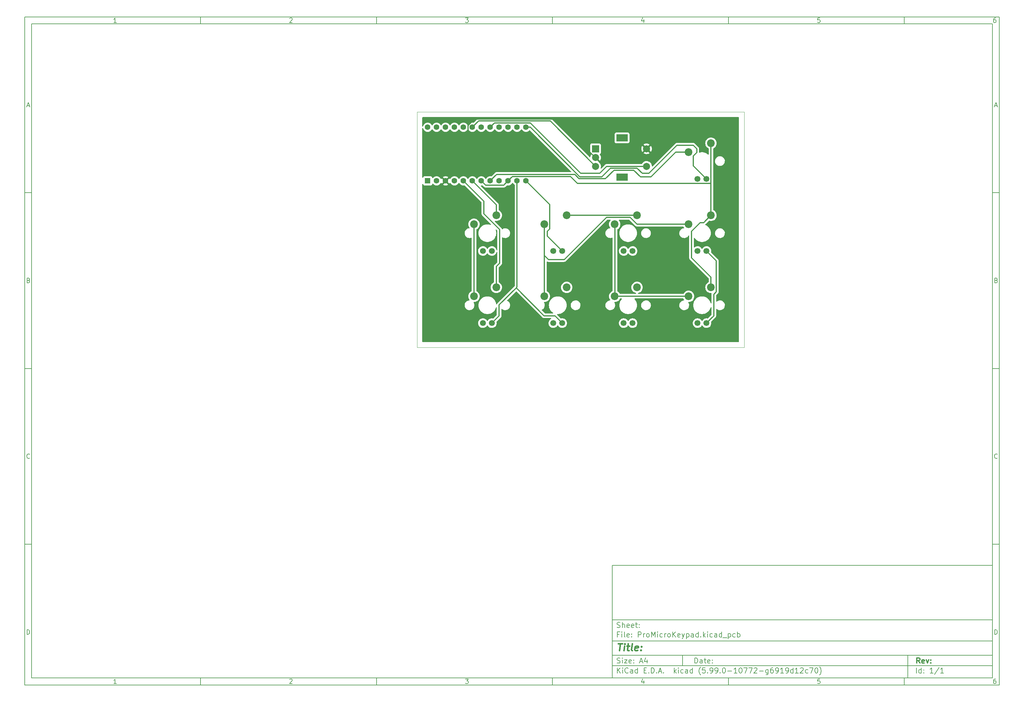
<source format=gbr>
%TF.GenerationSoftware,KiCad,Pcbnew,(5.99.0-10772-g6919d12c70)*%
%TF.CreationDate,2021-08-04T17:24:59+12:00*%
%TF.ProjectId,ProMicroKeypad,50726f4d-6963-4726-9f4b-65797061642e,rev?*%
%TF.SameCoordinates,Original*%
%TF.FileFunction,Copper,L2,Bot*%
%TF.FilePolarity,Positive*%
%FSLAX46Y46*%
G04 Gerber Fmt 4.6, Leading zero omitted, Abs format (unit mm)*
G04 Created by KiCad (PCBNEW (5.99.0-10772-g6919d12c70)) date 2021-08-04 17:24:59*
%MOMM*%
%LPD*%
G01*
G04 APERTURE LIST*
%ADD10C,0.100000*%
%ADD11C,0.150000*%
%ADD12C,0.300000*%
%ADD13C,0.400000*%
%TA.AperFunction,Profile*%
%ADD14C,0.100000*%
%TD*%
%TA.AperFunction,ComponentPad*%
%ADD15C,2.200000*%
%TD*%
%TA.AperFunction,ComponentPad*%
%ADD16C,1.690600*%
%TD*%
%TA.AperFunction,ComponentPad*%
%ADD17R,1.600000X1.600000*%
%TD*%
%TA.AperFunction,ComponentPad*%
%ADD18C,1.600000*%
%TD*%
%TA.AperFunction,ComponentPad*%
%ADD19R,2.000000X2.000000*%
%TD*%
%TA.AperFunction,ComponentPad*%
%ADD20C,2.000000*%
%TD*%
%TA.AperFunction,ComponentPad*%
%ADD21R,3.200000X2.000000*%
%TD*%
%TA.AperFunction,Conductor*%
%ADD22C,0.300000*%
%TD*%
G04 APERTURE END LIST*
D10*
D11*
X177002200Y-166007200D02*
X177002200Y-198007200D01*
X285002200Y-198007200D01*
X285002200Y-166007200D01*
X177002200Y-166007200D01*
D10*
D11*
X10000000Y-10000000D02*
X10000000Y-200007200D01*
X287002200Y-200007200D01*
X287002200Y-10000000D01*
X10000000Y-10000000D01*
D10*
D11*
X12000000Y-12000000D02*
X12000000Y-198007200D01*
X285002200Y-198007200D01*
X285002200Y-12000000D01*
X12000000Y-12000000D01*
D10*
D11*
X60000000Y-12000000D02*
X60000000Y-10000000D01*
D10*
D11*
X110000000Y-12000000D02*
X110000000Y-10000000D01*
D10*
D11*
X160000000Y-12000000D02*
X160000000Y-10000000D01*
D10*
D11*
X210000000Y-12000000D02*
X210000000Y-10000000D01*
D10*
D11*
X260000000Y-12000000D02*
X260000000Y-10000000D01*
D10*
D11*
X36065476Y-11588095D02*
X35322619Y-11588095D01*
X35694047Y-11588095D02*
X35694047Y-10288095D01*
X35570238Y-10473809D01*
X35446428Y-10597619D01*
X35322619Y-10659523D01*
D10*
D11*
X85322619Y-10411904D02*
X85384523Y-10350000D01*
X85508333Y-10288095D01*
X85817857Y-10288095D01*
X85941666Y-10350000D01*
X86003571Y-10411904D01*
X86065476Y-10535714D01*
X86065476Y-10659523D01*
X86003571Y-10845238D01*
X85260714Y-11588095D01*
X86065476Y-11588095D01*
D10*
D11*
X135260714Y-10288095D02*
X136065476Y-10288095D01*
X135632142Y-10783333D01*
X135817857Y-10783333D01*
X135941666Y-10845238D01*
X136003571Y-10907142D01*
X136065476Y-11030952D01*
X136065476Y-11340476D01*
X136003571Y-11464285D01*
X135941666Y-11526190D01*
X135817857Y-11588095D01*
X135446428Y-11588095D01*
X135322619Y-11526190D01*
X135260714Y-11464285D01*
D10*
D11*
X185941666Y-10721428D02*
X185941666Y-11588095D01*
X185632142Y-10226190D02*
X185322619Y-11154761D01*
X186127380Y-11154761D01*
D10*
D11*
X236003571Y-10288095D02*
X235384523Y-10288095D01*
X235322619Y-10907142D01*
X235384523Y-10845238D01*
X235508333Y-10783333D01*
X235817857Y-10783333D01*
X235941666Y-10845238D01*
X236003571Y-10907142D01*
X236065476Y-11030952D01*
X236065476Y-11340476D01*
X236003571Y-11464285D01*
X235941666Y-11526190D01*
X235817857Y-11588095D01*
X235508333Y-11588095D01*
X235384523Y-11526190D01*
X235322619Y-11464285D01*
D10*
D11*
X285941666Y-10288095D02*
X285694047Y-10288095D01*
X285570238Y-10350000D01*
X285508333Y-10411904D01*
X285384523Y-10597619D01*
X285322619Y-10845238D01*
X285322619Y-11340476D01*
X285384523Y-11464285D01*
X285446428Y-11526190D01*
X285570238Y-11588095D01*
X285817857Y-11588095D01*
X285941666Y-11526190D01*
X286003571Y-11464285D01*
X286065476Y-11340476D01*
X286065476Y-11030952D01*
X286003571Y-10907142D01*
X285941666Y-10845238D01*
X285817857Y-10783333D01*
X285570238Y-10783333D01*
X285446428Y-10845238D01*
X285384523Y-10907142D01*
X285322619Y-11030952D01*
D10*
D11*
X60000000Y-198007200D02*
X60000000Y-200007200D01*
D10*
D11*
X110000000Y-198007200D02*
X110000000Y-200007200D01*
D10*
D11*
X160000000Y-198007200D02*
X160000000Y-200007200D01*
D10*
D11*
X210000000Y-198007200D02*
X210000000Y-200007200D01*
D10*
D11*
X260000000Y-198007200D02*
X260000000Y-200007200D01*
D10*
D11*
X36065476Y-199595295D02*
X35322619Y-199595295D01*
X35694047Y-199595295D02*
X35694047Y-198295295D01*
X35570238Y-198481009D01*
X35446428Y-198604819D01*
X35322619Y-198666723D01*
D10*
D11*
X85322619Y-198419104D02*
X85384523Y-198357200D01*
X85508333Y-198295295D01*
X85817857Y-198295295D01*
X85941666Y-198357200D01*
X86003571Y-198419104D01*
X86065476Y-198542914D01*
X86065476Y-198666723D01*
X86003571Y-198852438D01*
X85260714Y-199595295D01*
X86065476Y-199595295D01*
D10*
D11*
X135260714Y-198295295D02*
X136065476Y-198295295D01*
X135632142Y-198790533D01*
X135817857Y-198790533D01*
X135941666Y-198852438D01*
X136003571Y-198914342D01*
X136065476Y-199038152D01*
X136065476Y-199347676D01*
X136003571Y-199471485D01*
X135941666Y-199533390D01*
X135817857Y-199595295D01*
X135446428Y-199595295D01*
X135322619Y-199533390D01*
X135260714Y-199471485D01*
D10*
D11*
X185941666Y-198728628D02*
X185941666Y-199595295D01*
X185632142Y-198233390D02*
X185322619Y-199161961D01*
X186127380Y-199161961D01*
D10*
D11*
X236003571Y-198295295D02*
X235384523Y-198295295D01*
X235322619Y-198914342D01*
X235384523Y-198852438D01*
X235508333Y-198790533D01*
X235817857Y-198790533D01*
X235941666Y-198852438D01*
X236003571Y-198914342D01*
X236065476Y-199038152D01*
X236065476Y-199347676D01*
X236003571Y-199471485D01*
X235941666Y-199533390D01*
X235817857Y-199595295D01*
X235508333Y-199595295D01*
X235384523Y-199533390D01*
X235322619Y-199471485D01*
D10*
D11*
X285941666Y-198295295D02*
X285694047Y-198295295D01*
X285570238Y-198357200D01*
X285508333Y-198419104D01*
X285384523Y-198604819D01*
X285322619Y-198852438D01*
X285322619Y-199347676D01*
X285384523Y-199471485D01*
X285446428Y-199533390D01*
X285570238Y-199595295D01*
X285817857Y-199595295D01*
X285941666Y-199533390D01*
X286003571Y-199471485D01*
X286065476Y-199347676D01*
X286065476Y-199038152D01*
X286003571Y-198914342D01*
X285941666Y-198852438D01*
X285817857Y-198790533D01*
X285570238Y-198790533D01*
X285446428Y-198852438D01*
X285384523Y-198914342D01*
X285322619Y-199038152D01*
D10*
D11*
X10000000Y-60000000D02*
X12000000Y-60000000D01*
D10*
D11*
X10000000Y-110000000D02*
X12000000Y-110000000D01*
D10*
D11*
X10000000Y-160000000D02*
X12000000Y-160000000D01*
D10*
D11*
X10690476Y-35216666D02*
X11309523Y-35216666D01*
X10566666Y-35588095D02*
X11000000Y-34288095D01*
X11433333Y-35588095D01*
D10*
D11*
X11092857Y-84907142D02*
X11278571Y-84969047D01*
X11340476Y-85030952D01*
X11402380Y-85154761D01*
X11402380Y-85340476D01*
X11340476Y-85464285D01*
X11278571Y-85526190D01*
X11154761Y-85588095D01*
X10659523Y-85588095D01*
X10659523Y-84288095D01*
X11092857Y-84288095D01*
X11216666Y-84350000D01*
X11278571Y-84411904D01*
X11340476Y-84535714D01*
X11340476Y-84659523D01*
X11278571Y-84783333D01*
X11216666Y-84845238D01*
X11092857Y-84907142D01*
X10659523Y-84907142D01*
D10*
D11*
X11402380Y-135464285D02*
X11340476Y-135526190D01*
X11154761Y-135588095D01*
X11030952Y-135588095D01*
X10845238Y-135526190D01*
X10721428Y-135402380D01*
X10659523Y-135278571D01*
X10597619Y-135030952D01*
X10597619Y-134845238D01*
X10659523Y-134597619D01*
X10721428Y-134473809D01*
X10845238Y-134350000D01*
X11030952Y-134288095D01*
X11154761Y-134288095D01*
X11340476Y-134350000D01*
X11402380Y-134411904D01*
D10*
D11*
X10659523Y-185588095D02*
X10659523Y-184288095D01*
X10969047Y-184288095D01*
X11154761Y-184350000D01*
X11278571Y-184473809D01*
X11340476Y-184597619D01*
X11402380Y-184845238D01*
X11402380Y-185030952D01*
X11340476Y-185278571D01*
X11278571Y-185402380D01*
X11154761Y-185526190D01*
X10969047Y-185588095D01*
X10659523Y-185588095D01*
D10*
D11*
X287002200Y-60000000D02*
X285002200Y-60000000D01*
D10*
D11*
X287002200Y-110000000D02*
X285002200Y-110000000D01*
D10*
D11*
X287002200Y-160000000D02*
X285002200Y-160000000D01*
D10*
D11*
X285692676Y-35216666D02*
X286311723Y-35216666D01*
X285568866Y-35588095D02*
X286002200Y-34288095D01*
X286435533Y-35588095D01*
D10*
D11*
X286095057Y-84907142D02*
X286280771Y-84969047D01*
X286342676Y-85030952D01*
X286404580Y-85154761D01*
X286404580Y-85340476D01*
X286342676Y-85464285D01*
X286280771Y-85526190D01*
X286156961Y-85588095D01*
X285661723Y-85588095D01*
X285661723Y-84288095D01*
X286095057Y-84288095D01*
X286218866Y-84350000D01*
X286280771Y-84411904D01*
X286342676Y-84535714D01*
X286342676Y-84659523D01*
X286280771Y-84783333D01*
X286218866Y-84845238D01*
X286095057Y-84907142D01*
X285661723Y-84907142D01*
D10*
D11*
X286404580Y-135464285D02*
X286342676Y-135526190D01*
X286156961Y-135588095D01*
X286033152Y-135588095D01*
X285847438Y-135526190D01*
X285723628Y-135402380D01*
X285661723Y-135278571D01*
X285599819Y-135030952D01*
X285599819Y-134845238D01*
X285661723Y-134597619D01*
X285723628Y-134473809D01*
X285847438Y-134350000D01*
X286033152Y-134288095D01*
X286156961Y-134288095D01*
X286342676Y-134350000D01*
X286404580Y-134411904D01*
D10*
D11*
X285661723Y-185588095D02*
X285661723Y-184288095D01*
X285971247Y-184288095D01*
X286156961Y-184350000D01*
X286280771Y-184473809D01*
X286342676Y-184597619D01*
X286404580Y-184845238D01*
X286404580Y-185030952D01*
X286342676Y-185278571D01*
X286280771Y-185402380D01*
X286156961Y-185526190D01*
X285971247Y-185588095D01*
X285661723Y-185588095D01*
D10*
D11*
X200434342Y-193785771D02*
X200434342Y-192285771D01*
X200791485Y-192285771D01*
X201005771Y-192357200D01*
X201148628Y-192500057D01*
X201220057Y-192642914D01*
X201291485Y-192928628D01*
X201291485Y-193142914D01*
X201220057Y-193428628D01*
X201148628Y-193571485D01*
X201005771Y-193714342D01*
X200791485Y-193785771D01*
X200434342Y-193785771D01*
X202577200Y-193785771D02*
X202577200Y-193000057D01*
X202505771Y-192857200D01*
X202362914Y-192785771D01*
X202077200Y-192785771D01*
X201934342Y-192857200D01*
X202577200Y-193714342D02*
X202434342Y-193785771D01*
X202077200Y-193785771D01*
X201934342Y-193714342D01*
X201862914Y-193571485D01*
X201862914Y-193428628D01*
X201934342Y-193285771D01*
X202077200Y-193214342D01*
X202434342Y-193214342D01*
X202577200Y-193142914D01*
X203077200Y-192785771D02*
X203648628Y-192785771D01*
X203291485Y-192285771D02*
X203291485Y-193571485D01*
X203362914Y-193714342D01*
X203505771Y-193785771D01*
X203648628Y-193785771D01*
X204720057Y-193714342D02*
X204577200Y-193785771D01*
X204291485Y-193785771D01*
X204148628Y-193714342D01*
X204077200Y-193571485D01*
X204077200Y-193000057D01*
X204148628Y-192857200D01*
X204291485Y-192785771D01*
X204577200Y-192785771D01*
X204720057Y-192857200D01*
X204791485Y-193000057D01*
X204791485Y-193142914D01*
X204077200Y-193285771D01*
X205434342Y-193642914D02*
X205505771Y-193714342D01*
X205434342Y-193785771D01*
X205362914Y-193714342D01*
X205434342Y-193642914D01*
X205434342Y-193785771D01*
X205434342Y-192857200D02*
X205505771Y-192928628D01*
X205434342Y-193000057D01*
X205362914Y-192928628D01*
X205434342Y-192857200D01*
X205434342Y-193000057D01*
D10*
D11*
X177002200Y-194507200D02*
X285002200Y-194507200D01*
D10*
D11*
X178434342Y-196585771D02*
X178434342Y-195085771D01*
X179291485Y-196585771D02*
X178648628Y-195728628D01*
X179291485Y-195085771D02*
X178434342Y-195942914D01*
X179934342Y-196585771D02*
X179934342Y-195585771D01*
X179934342Y-195085771D02*
X179862914Y-195157200D01*
X179934342Y-195228628D01*
X180005771Y-195157200D01*
X179934342Y-195085771D01*
X179934342Y-195228628D01*
X181505771Y-196442914D02*
X181434342Y-196514342D01*
X181220057Y-196585771D01*
X181077200Y-196585771D01*
X180862914Y-196514342D01*
X180720057Y-196371485D01*
X180648628Y-196228628D01*
X180577200Y-195942914D01*
X180577200Y-195728628D01*
X180648628Y-195442914D01*
X180720057Y-195300057D01*
X180862914Y-195157200D01*
X181077200Y-195085771D01*
X181220057Y-195085771D01*
X181434342Y-195157200D01*
X181505771Y-195228628D01*
X182791485Y-196585771D02*
X182791485Y-195800057D01*
X182720057Y-195657200D01*
X182577200Y-195585771D01*
X182291485Y-195585771D01*
X182148628Y-195657200D01*
X182791485Y-196514342D02*
X182648628Y-196585771D01*
X182291485Y-196585771D01*
X182148628Y-196514342D01*
X182077200Y-196371485D01*
X182077200Y-196228628D01*
X182148628Y-196085771D01*
X182291485Y-196014342D01*
X182648628Y-196014342D01*
X182791485Y-195942914D01*
X184148628Y-196585771D02*
X184148628Y-195085771D01*
X184148628Y-196514342D02*
X184005771Y-196585771D01*
X183720057Y-196585771D01*
X183577200Y-196514342D01*
X183505771Y-196442914D01*
X183434342Y-196300057D01*
X183434342Y-195871485D01*
X183505771Y-195728628D01*
X183577200Y-195657200D01*
X183720057Y-195585771D01*
X184005771Y-195585771D01*
X184148628Y-195657200D01*
X186005771Y-195800057D02*
X186505771Y-195800057D01*
X186720057Y-196585771D02*
X186005771Y-196585771D01*
X186005771Y-195085771D01*
X186720057Y-195085771D01*
X187362914Y-196442914D02*
X187434342Y-196514342D01*
X187362914Y-196585771D01*
X187291485Y-196514342D01*
X187362914Y-196442914D01*
X187362914Y-196585771D01*
X188077200Y-196585771D02*
X188077200Y-195085771D01*
X188434342Y-195085771D01*
X188648628Y-195157200D01*
X188791485Y-195300057D01*
X188862914Y-195442914D01*
X188934342Y-195728628D01*
X188934342Y-195942914D01*
X188862914Y-196228628D01*
X188791485Y-196371485D01*
X188648628Y-196514342D01*
X188434342Y-196585771D01*
X188077200Y-196585771D01*
X189577200Y-196442914D02*
X189648628Y-196514342D01*
X189577200Y-196585771D01*
X189505771Y-196514342D01*
X189577200Y-196442914D01*
X189577200Y-196585771D01*
X190220057Y-196157200D02*
X190934342Y-196157200D01*
X190077200Y-196585771D02*
X190577200Y-195085771D01*
X191077200Y-196585771D01*
X191577200Y-196442914D02*
X191648628Y-196514342D01*
X191577200Y-196585771D01*
X191505771Y-196514342D01*
X191577200Y-196442914D01*
X191577200Y-196585771D01*
X194577200Y-196585771D02*
X194577200Y-195085771D01*
X194720057Y-196014342D02*
X195148628Y-196585771D01*
X195148628Y-195585771D02*
X194577200Y-196157200D01*
X195791485Y-196585771D02*
X195791485Y-195585771D01*
X195791485Y-195085771D02*
X195720057Y-195157200D01*
X195791485Y-195228628D01*
X195862914Y-195157200D01*
X195791485Y-195085771D01*
X195791485Y-195228628D01*
X197148628Y-196514342D02*
X197005771Y-196585771D01*
X196720057Y-196585771D01*
X196577200Y-196514342D01*
X196505771Y-196442914D01*
X196434342Y-196300057D01*
X196434342Y-195871485D01*
X196505771Y-195728628D01*
X196577200Y-195657200D01*
X196720057Y-195585771D01*
X197005771Y-195585771D01*
X197148628Y-195657200D01*
X198434342Y-196585771D02*
X198434342Y-195800057D01*
X198362914Y-195657200D01*
X198220057Y-195585771D01*
X197934342Y-195585771D01*
X197791485Y-195657200D01*
X198434342Y-196514342D02*
X198291485Y-196585771D01*
X197934342Y-196585771D01*
X197791485Y-196514342D01*
X197720057Y-196371485D01*
X197720057Y-196228628D01*
X197791485Y-196085771D01*
X197934342Y-196014342D01*
X198291485Y-196014342D01*
X198434342Y-195942914D01*
X199791485Y-196585771D02*
X199791485Y-195085771D01*
X199791485Y-196514342D02*
X199648628Y-196585771D01*
X199362914Y-196585771D01*
X199220057Y-196514342D01*
X199148628Y-196442914D01*
X199077200Y-196300057D01*
X199077200Y-195871485D01*
X199148628Y-195728628D01*
X199220057Y-195657200D01*
X199362914Y-195585771D01*
X199648628Y-195585771D01*
X199791485Y-195657200D01*
X202077200Y-197157200D02*
X202005771Y-197085771D01*
X201862914Y-196871485D01*
X201791485Y-196728628D01*
X201720057Y-196514342D01*
X201648628Y-196157200D01*
X201648628Y-195871485D01*
X201720057Y-195514342D01*
X201791485Y-195300057D01*
X201862914Y-195157200D01*
X202005771Y-194942914D01*
X202077200Y-194871485D01*
X203362914Y-195085771D02*
X202648628Y-195085771D01*
X202577200Y-195800057D01*
X202648628Y-195728628D01*
X202791485Y-195657200D01*
X203148628Y-195657200D01*
X203291485Y-195728628D01*
X203362914Y-195800057D01*
X203434342Y-195942914D01*
X203434342Y-196300057D01*
X203362914Y-196442914D01*
X203291485Y-196514342D01*
X203148628Y-196585771D01*
X202791485Y-196585771D01*
X202648628Y-196514342D01*
X202577200Y-196442914D01*
X204077200Y-196442914D02*
X204148628Y-196514342D01*
X204077200Y-196585771D01*
X204005771Y-196514342D01*
X204077200Y-196442914D01*
X204077200Y-196585771D01*
X204862914Y-196585771D02*
X205148628Y-196585771D01*
X205291485Y-196514342D01*
X205362914Y-196442914D01*
X205505771Y-196228628D01*
X205577200Y-195942914D01*
X205577200Y-195371485D01*
X205505771Y-195228628D01*
X205434342Y-195157200D01*
X205291485Y-195085771D01*
X205005771Y-195085771D01*
X204862914Y-195157200D01*
X204791485Y-195228628D01*
X204720057Y-195371485D01*
X204720057Y-195728628D01*
X204791485Y-195871485D01*
X204862914Y-195942914D01*
X205005771Y-196014342D01*
X205291485Y-196014342D01*
X205434342Y-195942914D01*
X205505771Y-195871485D01*
X205577200Y-195728628D01*
X206291485Y-196585771D02*
X206577200Y-196585771D01*
X206720057Y-196514342D01*
X206791485Y-196442914D01*
X206934342Y-196228628D01*
X207005771Y-195942914D01*
X207005771Y-195371485D01*
X206934342Y-195228628D01*
X206862914Y-195157200D01*
X206720057Y-195085771D01*
X206434342Y-195085771D01*
X206291485Y-195157200D01*
X206220057Y-195228628D01*
X206148628Y-195371485D01*
X206148628Y-195728628D01*
X206220057Y-195871485D01*
X206291485Y-195942914D01*
X206434342Y-196014342D01*
X206720057Y-196014342D01*
X206862914Y-195942914D01*
X206934342Y-195871485D01*
X207005771Y-195728628D01*
X207648628Y-196442914D02*
X207720057Y-196514342D01*
X207648628Y-196585771D01*
X207577200Y-196514342D01*
X207648628Y-196442914D01*
X207648628Y-196585771D01*
X208648628Y-195085771D02*
X208791485Y-195085771D01*
X208934342Y-195157200D01*
X209005771Y-195228628D01*
X209077200Y-195371485D01*
X209148628Y-195657200D01*
X209148628Y-196014342D01*
X209077200Y-196300057D01*
X209005771Y-196442914D01*
X208934342Y-196514342D01*
X208791485Y-196585771D01*
X208648628Y-196585771D01*
X208505771Y-196514342D01*
X208434342Y-196442914D01*
X208362914Y-196300057D01*
X208291485Y-196014342D01*
X208291485Y-195657200D01*
X208362914Y-195371485D01*
X208434342Y-195228628D01*
X208505771Y-195157200D01*
X208648628Y-195085771D01*
X209791485Y-196014342D02*
X210934342Y-196014342D01*
X212434342Y-196585771D02*
X211577200Y-196585771D01*
X212005771Y-196585771D02*
X212005771Y-195085771D01*
X211862914Y-195300057D01*
X211720057Y-195442914D01*
X211577200Y-195514342D01*
X213362914Y-195085771D02*
X213505771Y-195085771D01*
X213648628Y-195157200D01*
X213720057Y-195228628D01*
X213791485Y-195371485D01*
X213862914Y-195657200D01*
X213862914Y-196014342D01*
X213791485Y-196300057D01*
X213720057Y-196442914D01*
X213648628Y-196514342D01*
X213505771Y-196585771D01*
X213362914Y-196585771D01*
X213220057Y-196514342D01*
X213148628Y-196442914D01*
X213077200Y-196300057D01*
X213005771Y-196014342D01*
X213005771Y-195657200D01*
X213077200Y-195371485D01*
X213148628Y-195228628D01*
X213220057Y-195157200D01*
X213362914Y-195085771D01*
X214362914Y-195085771D02*
X215362914Y-195085771D01*
X214720057Y-196585771D01*
X215791485Y-195085771D02*
X216791485Y-195085771D01*
X216148628Y-196585771D01*
X217291485Y-195228628D02*
X217362914Y-195157200D01*
X217505771Y-195085771D01*
X217862914Y-195085771D01*
X218005771Y-195157200D01*
X218077200Y-195228628D01*
X218148628Y-195371485D01*
X218148628Y-195514342D01*
X218077200Y-195728628D01*
X217220057Y-196585771D01*
X218148628Y-196585771D01*
X218791485Y-196014342D02*
X219934342Y-196014342D01*
X221291485Y-195585771D02*
X221291485Y-196800057D01*
X221220057Y-196942914D01*
X221148628Y-197014342D01*
X221005771Y-197085771D01*
X220791485Y-197085771D01*
X220648628Y-197014342D01*
X221291485Y-196514342D02*
X221148628Y-196585771D01*
X220862914Y-196585771D01*
X220720057Y-196514342D01*
X220648628Y-196442914D01*
X220577200Y-196300057D01*
X220577200Y-195871485D01*
X220648628Y-195728628D01*
X220720057Y-195657200D01*
X220862914Y-195585771D01*
X221148628Y-195585771D01*
X221291485Y-195657200D01*
X222648628Y-195085771D02*
X222362914Y-195085771D01*
X222220057Y-195157200D01*
X222148628Y-195228628D01*
X222005771Y-195442914D01*
X221934342Y-195728628D01*
X221934342Y-196300057D01*
X222005771Y-196442914D01*
X222077200Y-196514342D01*
X222220057Y-196585771D01*
X222505771Y-196585771D01*
X222648628Y-196514342D01*
X222720057Y-196442914D01*
X222791485Y-196300057D01*
X222791485Y-195942914D01*
X222720057Y-195800057D01*
X222648628Y-195728628D01*
X222505771Y-195657200D01*
X222220057Y-195657200D01*
X222077200Y-195728628D01*
X222005771Y-195800057D01*
X221934342Y-195942914D01*
X223505771Y-196585771D02*
X223791485Y-196585771D01*
X223934342Y-196514342D01*
X224005771Y-196442914D01*
X224148628Y-196228628D01*
X224220057Y-195942914D01*
X224220057Y-195371485D01*
X224148628Y-195228628D01*
X224077200Y-195157200D01*
X223934342Y-195085771D01*
X223648628Y-195085771D01*
X223505771Y-195157200D01*
X223434342Y-195228628D01*
X223362914Y-195371485D01*
X223362914Y-195728628D01*
X223434342Y-195871485D01*
X223505771Y-195942914D01*
X223648628Y-196014342D01*
X223934342Y-196014342D01*
X224077200Y-195942914D01*
X224148628Y-195871485D01*
X224220057Y-195728628D01*
X225648628Y-196585771D02*
X224791485Y-196585771D01*
X225220057Y-196585771D02*
X225220057Y-195085771D01*
X225077200Y-195300057D01*
X224934342Y-195442914D01*
X224791485Y-195514342D01*
X226362914Y-196585771D02*
X226648628Y-196585771D01*
X226791485Y-196514342D01*
X226862914Y-196442914D01*
X227005771Y-196228628D01*
X227077199Y-195942914D01*
X227077199Y-195371485D01*
X227005771Y-195228628D01*
X226934342Y-195157200D01*
X226791485Y-195085771D01*
X226505771Y-195085771D01*
X226362914Y-195157200D01*
X226291485Y-195228628D01*
X226220057Y-195371485D01*
X226220057Y-195728628D01*
X226291485Y-195871485D01*
X226362914Y-195942914D01*
X226505771Y-196014342D01*
X226791485Y-196014342D01*
X226934342Y-195942914D01*
X227005771Y-195871485D01*
X227077199Y-195728628D01*
X228362914Y-196585771D02*
X228362914Y-195085771D01*
X228362914Y-196514342D02*
X228220057Y-196585771D01*
X227934342Y-196585771D01*
X227791485Y-196514342D01*
X227720057Y-196442914D01*
X227648628Y-196300057D01*
X227648628Y-195871485D01*
X227720057Y-195728628D01*
X227791485Y-195657200D01*
X227934342Y-195585771D01*
X228220057Y-195585771D01*
X228362914Y-195657200D01*
X229862914Y-196585771D02*
X229005771Y-196585771D01*
X229434342Y-196585771D02*
X229434342Y-195085771D01*
X229291485Y-195300057D01*
X229148628Y-195442914D01*
X229005771Y-195514342D01*
X230434342Y-195228628D02*
X230505771Y-195157200D01*
X230648628Y-195085771D01*
X231005771Y-195085771D01*
X231148628Y-195157200D01*
X231220057Y-195228628D01*
X231291485Y-195371485D01*
X231291485Y-195514342D01*
X231220057Y-195728628D01*
X230362914Y-196585771D01*
X231291485Y-196585771D01*
X232577199Y-196514342D02*
X232434342Y-196585771D01*
X232148628Y-196585771D01*
X232005771Y-196514342D01*
X231934342Y-196442914D01*
X231862914Y-196300057D01*
X231862914Y-195871485D01*
X231934342Y-195728628D01*
X232005771Y-195657200D01*
X232148628Y-195585771D01*
X232434342Y-195585771D01*
X232577199Y-195657200D01*
X233077199Y-195085771D02*
X234077199Y-195085771D01*
X233434342Y-196585771D01*
X234934342Y-195085771D02*
X235077199Y-195085771D01*
X235220057Y-195157200D01*
X235291485Y-195228628D01*
X235362914Y-195371485D01*
X235434342Y-195657200D01*
X235434342Y-196014342D01*
X235362914Y-196300057D01*
X235291485Y-196442914D01*
X235220057Y-196514342D01*
X235077199Y-196585771D01*
X234934342Y-196585771D01*
X234791485Y-196514342D01*
X234720057Y-196442914D01*
X234648628Y-196300057D01*
X234577199Y-196014342D01*
X234577199Y-195657200D01*
X234648628Y-195371485D01*
X234720057Y-195228628D01*
X234791485Y-195157200D01*
X234934342Y-195085771D01*
X235934342Y-197157200D02*
X236005771Y-197085771D01*
X236148628Y-196871485D01*
X236220057Y-196728628D01*
X236291485Y-196514342D01*
X236362914Y-196157200D01*
X236362914Y-195871485D01*
X236291485Y-195514342D01*
X236220057Y-195300057D01*
X236148628Y-195157200D01*
X236005771Y-194942914D01*
X235934342Y-194871485D01*
D10*
D11*
X177002200Y-191507200D02*
X285002200Y-191507200D01*
D10*
D12*
X264411485Y-193785771D02*
X263911485Y-193071485D01*
X263554342Y-193785771D02*
X263554342Y-192285771D01*
X264125771Y-192285771D01*
X264268628Y-192357200D01*
X264340057Y-192428628D01*
X264411485Y-192571485D01*
X264411485Y-192785771D01*
X264340057Y-192928628D01*
X264268628Y-193000057D01*
X264125771Y-193071485D01*
X263554342Y-193071485D01*
X265625771Y-193714342D02*
X265482914Y-193785771D01*
X265197200Y-193785771D01*
X265054342Y-193714342D01*
X264982914Y-193571485D01*
X264982914Y-193000057D01*
X265054342Y-192857200D01*
X265197200Y-192785771D01*
X265482914Y-192785771D01*
X265625771Y-192857200D01*
X265697200Y-193000057D01*
X265697200Y-193142914D01*
X264982914Y-193285771D01*
X266197200Y-192785771D02*
X266554342Y-193785771D01*
X266911485Y-192785771D01*
X267482914Y-193642914D02*
X267554342Y-193714342D01*
X267482914Y-193785771D01*
X267411485Y-193714342D01*
X267482914Y-193642914D01*
X267482914Y-193785771D01*
X267482914Y-192857200D02*
X267554342Y-192928628D01*
X267482914Y-193000057D01*
X267411485Y-192928628D01*
X267482914Y-192857200D01*
X267482914Y-193000057D01*
D10*
D11*
X178362914Y-193714342D02*
X178577200Y-193785771D01*
X178934342Y-193785771D01*
X179077200Y-193714342D01*
X179148628Y-193642914D01*
X179220057Y-193500057D01*
X179220057Y-193357200D01*
X179148628Y-193214342D01*
X179077200Y-193142914D01*
X178934342Y-193071485D01*
X178648628Y-193000057D01*
X178505771Y-192928628D01*
X178434342Y-192857200D01*
X178362914Y-192714342D01*
X178362914Y-192571485D01*
X178434342Y-192428628D01*
X178505771Y-192357200D01*
X178648628Y-192285771D01*
X179005771Y-192285771D01*
X179220057Y-192357200D01*
X179862914Y-193785771D02*
X179862914Y-192785771D01*
X179862914Y-192285771D02*
X179791485Y-192357200D01*
X179862914Y-192428628D01*
X179934342Y-192357200D01*
X179862914Y-192285771D01*
X179862914Y-192428628D01*
X180434342Y-192785771D02*
X181220057Y-192785771D01*
X180434342Y-193785771D01*
X181220057Y-193785771D01*
X182362914Y-193714342D02*
X182220057Y-193785771D01*
X181934342Y-193785771D01*
X181791485Y-193714342D01*
X181720057Y-193571485D01*
X181720057Y-193000057D01*
X181791485Y-192857200D01*
X181934342Y-192785771D01*
X182220057Y-192785771D01*
X182362914Y-192857200D01*
X182434342Y-193000057D01*
X182434342Y-193142914D01*
X181720057Y-193285771D01*
X183077200Y-193642914D02*
X183148628Y-193714342D01*
X183077200Y-193785771D01*
X183005771Y-193714342D01*
X183077200Y-193642914D01*
X183077200Y-193785771D01*
X183077200Y-192857200D02*
X183148628Y-192928628D01*
X183077200Y-193000057D01*
X183005771Y-192928628D01*
X183077200Y-192857200D01*
X183077200Y-193000057D01*
X184862914Y-193357200D02*
X185577200Y-193357200D01*
X184720057Y-193785771D02*
X185220057Y-192285771D01*
X185720057Y-193785771D01*
X186862914Y-192785771D02*
X186862914Y-193785771D01*
X186505771Y-192214342D02*
X186148628Y-193285771D01*
X187077200Y-193285771D01*
D10*
D11*
X263434342Y-196585771D02*
X263434342Y-195085771D01*
X264791485Y-196585771D02*
X264791485Y-195085771D01*
X264791485Y-196514342D02*
X264648628Y-196585771D01*
X264362914Y-196585771D01*
X264220057Y-196514342D01*
X264148628Y-196442914D01*
X264077200Y-196300057D01*
X264077200Y-195871485D01*
X264148628Y-195728628D01*
X264220057Y-195657200D01*
X264362914Y-195585771D01*
X264648628Y-195585771D01*
X264791485Y-195657200D01*
X265505771Y-196442914D02*
X265577200Y-196514342D01*
X265505771Y-196585771D01*
X265434342Y-196514342D01*
X265505771Y-196442914D01*
X265505771Y-196585771D01*
X265505771Y-195657200D02*
X265577200Y-195728628D01*
X265505771Y-195800057D01*
X265434342Y-195728628D01*
X265505771Y-195657200D01*
X265505771Y-195800057D01*
X268148628Y-196585771D02*
X267291485Y-196585771D01*
X267720057Y-196585771D02*
X267720057Y-195085771D01*
X267577200Y-195300057D01*
X267434342Y-195442914D01*
X267291485Y-195514342D01*
X269862914Y-195014342D02*
X268577200Y-196942914D01*
X271148628Y-196585771D02*
X270291485Y-196585771D01*
X270720057Y-196585771D02*
X270720057Y-195085771D01*
X270577200Y-195300057D01*
X270434342Y-195442914D01*
X270291485Y-195514342D01*
D10*
D11*
X177002200Y-187507200D02*
X285002200Y-187507200D01*
D10*
D13*
X178714580Y-188211961D02*
X179857438Y-188211961D01*
X179036009Y-190211961D02*
X179286009Y-188211961D01*
X180274104Y-190211961D02*
X180440771Y-188878628D01*
X180524104Y-188211961D02*
X180416961Y-188307200D01*
X180500295Y-188402438D01*
X180607438Y-188307200D01*
X180524104Y-188211961D01*
X180500295Y-188402438D01*
X181107438Y-188878628D02*
X181869342Y-188878628D01*
X181476485Y-188211961D02*
X181262200Y-189926247D01*
X181333628Y-190116723D01*
X181512200Y-190211961D01*
X181702676Y-190211961D01*
X182655057Y-190211961D02*
X182476485Y-190116723D01*
X182405057Y-189926247D01*
X182619342Y-188211961D01*
X184190771Y-190116723D02*
X183988390Y-190211961D01*
X183607438Y-190211961D01*
X183428866Y-190116723D01*
X183357438Y-189926247D01*
X183452676Y-189164342D01*
X183571723Y-188973866D01*
X183774104Y-188878628D01*
X184155057Y-188878628D01*
X184333628Y-188973866D01*
X184405057Y-189164342D01*
X184381247Y-189354819D01*
X183405057Y-189545295D01*
X185155057Y-190021485D02*
X185238390Y-190116723D01*
X185131247Y-190211961D01*
X185047914Y-190116723D01*
X185155057Y-190021485D01*
X185131247Y-190211961D01*
X185286009Y-188973866D02*
X185369342Y-189069104D01*
X185262200Y-189164342D01*
X185178866Y-189069104D01*
X185286009Y-188973866D01*
X185262200Y-189164342D01*
D10*
D11*
X178934342Y-185600057D02*
X178434342Y-185600057D01*
X178434342Y-186385771D02*
X178434342Y-184885771D01*
X179148628Y-184885771D01*
X179720057Y-186385771D02*
X179720057Y-185385771D01*
X179720057Y-184885771D02*
X179648628Y-184957200D01*
X179720057Y-185028628D01*
X179791485Y-184957200D01*
X179720057Y-184885771D01*
X179720057Y-185028628D01*
X180648628Y-186385771D02*
X180505771Y-186314342D01*
X180434342Y-186171485D01*
X180434342Y-184885771D01*
X181791485Y-186314342D02*
X181648628Y-186385771D01*
X181362914Y-186385771D01*
X181220057Y-186314342D01*
X181148628Y-186171485D01*
X181148628Y-185600057D01*
X181220057Y-185457200D01*
X181362914Y-185385771D01*
X181648628Y-185385771D01*
X181791485Y-185457200D01*
X181862914Y-185600057D01*
X181862914Y-185742914D01*
X181148628Y-185885771D01*
X182505771Y-186242914D02*
X182577200Y-186314342D01*
X182505771Y-186385771D01*
X182434342Y-186314342D01*
X182505771Y-186242914D01*
X182505771Y-186385771D01*
X182505771Y-185457200D02*
X182577200Y-185528628D01*
X182505771Y-185600057D01*
X182434342Y-185528628D01*
X182505771Y-185457200D01*
X182505771Y-185600057D01*
X184362914Y-186385771D02*
X184362914Y-184885771D01*
X184934342Y-184885771D01*
X185077200Y-184957200D01*
X185148628Y-185028628D01*
X185220057Y-185171485D01*
X185220057Y-185385771D01*
X185148628Y-185528628D01*
X185077200Y-185600057D01*
X184934342Y-185671485D01*
X184362914Y-185671485D01*
X185862914Y-186385771D02*
X185862914Y-185385771D01*
X185862914Y-185671485D02*
X185934342Y-185528628D01*
X186005771Y-185457200D01*
X186148628Y-185385771D01*
X186291485Y-185385771D01*
X187005771Y-186385771D02*
X186862914Y-186314342D01*
X186791485Y-186242914D01*
X186720057Y-186100057D01*
X186720057Y-185671485D01*
X186791485Y-185528628D01*
X186862914Y-185457200D01*
X187005771Y-185385771D01*
X187220057Y-185385771D01*
X187362914Y-185457200D01*
X187434342Y-185528628D01*
X187505771Y-185671485D01*
X187505771Y-186100057D01*
X187434342Y-186242914D01*
X187362914Y-186314342D01*
X187220057Y-186385771D01*
X187005771Y-186385771D01*
X188148628Y-186385771D02*
X188148628Y-184885771D01*
X188648628Y-185957200D01*
X189148628Y-184885771D01*
X189148628Y-186385771D01*
X189862914Y-186385771D02*
X189862914Y-185385771D01*
X189862914Y-184885771D02*
X189791485Y-184957200D01*
X189862914Y-185028628D01*
X189934342Y-184957200D01*
X189862914Y-184885771D01*
X189862914Y-185028628D01*
X191220057Y-186314342D02*
X191077200Y-186385771D01*
X190791485Y-186385771D01*
X190648628Y-186314342D01*
X190577200Y-186242914D01*
X190505771Y-186100057D01*
X190505771Y-185671485D01*
X190577200Y-185528628D01*
X190648628Y-185457200D01*
X190791485Y-185385771D01*
X191077200Y-185385771D01*
X191220057Y-185457200D01*
X191862914Y-186385771D02*
X191862914Y-185385771D01*
X191862914Y-185671485D02*
X191934342Y-185528628D01*
X192005771Y-185457200D01*
X192148628Y-185385771D01*
X192291485Y-185385771D01*
X193005771Y-186385771D02*
X192862914Y-186314342D01*
X192791485Y-186242914D01*
X192720057Y-186100057D01*
X192720057Y-185671485D01*
X192791485Y-185528628D01*
X192862914Y-185457200D01*
X193005771Y-185385771D01*
X193220057Y-185385771D01*
X193362914Y-185457200D01*
X193434342Y-185528628D01*
X193505771Y-185671485D01*
X193505771Y-186100057D01*
X193434342Y-186242914D01*
X193362914Y-186314342D01*
X193220057Y-186385771D01*
X193005771Y-186385771D01*
X194148628Y-186385771D02*
X194148628Y-184885771D01*
X195005771Y-186385771D02*
X194362914Y-185528628D01*
X195005771Y-184885771D02*
X194148628Y-185742914D01*
X196220057Y-186314342D02*
X196077200Y-186385771D01*
X195791485Y-186385771D01*
X195648628Y-186314342D01*
X195577200Y-186171485D01*
X195577200Y-185600057D01*
X195648628Y-185457200D01*
X195791485Y-185385771D01*
X196077200Y-185385771D01*
X196220057Y-185457200D01*
X196291485Y-185600057D01*
X196291485Y-185742914D01*
X195577200Y-185885771D01*
X196791485Y-185385771D02*
X197148628Y-186385771D01*
X197505771Y-185385771D02*
X197148628Y-186385771D01*
X197005771Y-186742914D01*
X196934342Y-186814342D01*
X196791485Y-186885771D01*
X198077200Y-185385771D02*
X198077200Y-186885771D01*
X198077200Y-185457200D02*
X198220057Y-185385771D01*
X198505771Y-185385771D01*
X198648628Y-185457200D01*
X198720057Y-185528628D01*
X198791485Y-185671485D01*
X198791485Y-186100057D01*
X198720057Y-186242914D01*
X198648628Y-186314342D01*
X198505771Y-186385771D01*
X198220057Y-186385771D01*
X198077200Y-186314342D01*
X200077200Y-186385771D02*
X200077200Y-185600057D01*
X200005771Y-185457200D01*
X199862914Y-185385771D01*
X199577200Y-185385771D01*
X199434342Y-185457200D01*
X200077200Y-186314342D02*
X199934342Y-186385771D01*
X199577200Y-186385771D01*
X199434342Y-186314342D01*
X199362914Y-186171485D01*
X199362914Y-186028628D01*
X199434342Y-185885771D01*
X199577200Y-185814342D01*
X199934342Y-185814342D01*
X200077200Y-185742914D01*
X201434342Y-186385771D02*
X201434342Y-184885771D01*
X201434342Y-186314342D02*
X201291485Y-186385771D01*
X201005771Y-186385771D01*
X200862914Y-186314342D01*
X200791485Y-186242914D01*
X200720057Y-186100057D01*
X200720057Y-185671485D01*
X200791485Y-185528628D01*
X200862914Y-185457200D01*
X201005771Y-185385771D01*
X201291485Y-185385771D01*
X201434342Y-185457200D01*
X202148628Y-186242914D02*
X202220057Y-186314342D01*
X202148628Y-186385771D01*
X202077200Y-186314342D01*
X202148628Y-186242914D01*
X202148628Y-186385771D01*
X202862914Y-186385771D02*
X202862914Y-184885771D01*
X203005771Y-185814342D02*
X203434342Y-186385771D01*
X203434342Y-185385771D02*
X202862914Y-185957200D01*
X204077200Y-186385771D02*
X204077200Y-185385771D01*
X204077200Y-184885771D02*
X204005771Y-184957200D01*
X204077200Y-185028628D01*
X204148628Y-184957200D01*
X204077200Y-184885771D01*
X204077200Y-185028628D01*
X205434342Y-186314342D02*
X205291485Y-186385771D01*
X205005771Y-186385771D01*
X204862914Y-186314342D01*
X204791485Y-186242914D01*
X204720057Y-186100057D01*
X204720057Y-185671485D01*
X204791485Y-185528628D01*
X204862914Y-185457200D01*
X205005771Y-185385771D01*
X205291485Y-185385771D01*
X205434342Y-185457200D01*
X206720057Y-186385771D02*
X206720057Y-185600057D01*
X206648628Y-185457200D01*
X206505771Y-185385771D01*
X206220057Y-185385771D01*
X206077200Y-185457200D01*
X206720057Y-186314342D02*
X206577200Y-186385771D01*
X206220057Y-186385771D01*
X206077200Y-186314342D01*
X206005771Y-186171485D01*
X206005771Y-186028628D01*
X206077200Y-185885771D01*
X206220057Y-185814342D01*
X206577200Y-185814342D01*
X206720057Y-185742914D01*
X208077200Y-186385771D02*
X208077200Y-184885771D01*
X208077200Y-186314342D02*
X207934342Y-186385771D01*
X207648628Y-186385771D01*
X207505771Y-186314342D01*
X207434342Y-186242914D01*
X207362914Y-186100057D01*
X207362914Y-185671485D01*
X207434342Y-185528628D01*
X207505771Y-185457200D01*
X207648628Y-185385771D01*
X207934342Y-185385771D01*
X208077200Y-185457200D01*
X208434342Y-186528628D02*
X209577200Y-186528628D01*
X209934342Y-185385771D02*
X209934342Y-186885771D01*
X209934342Y-185457200D02*
X210077200Y-185385771D01*
X210362914Y-185385771D01*
X210505771Y-185457200D01*
X210577200Y-185528628D01*
X210648628Y-185671485D01*
X210648628Y-186100057D01*
X210577200Y-186242914D01*
X210505771Y-186314342D01*
X210362914Y-186385771D01*
X210077200Y-186385771D01*
X209934342Y-186314342D01*
X211934342Y-186314342D02*
X211791485Y-186385771D01*
X211505771Y-186385771D01*
X211362914Y-186314342D01*
X211291485Y-186242914D01*
X211220057Y-186100057D01*
X211220057Y-185671485D01*
X211291485Y-185528628D01*
X211362914Y-185457200D01*
X211505771Y-185385771D01*
X211791485Y-185385771D01*
X211934342Y-185457200D01*
X212577200Y-186385771D02*
X212577200Y-184885771D01*
X212577200Y-185457200D02*
X212720057Y-185385771D01*
X213005771Y-185385771D01*
X213148628Y-185457200D01*
X213220057Y-185528628D01*
X213291485Y-185671485D01*
X213291485Y-186100057D01*
X213220057Y-186242914D01*
X213148628Y-186314342D01*
X213005771Y-186385771D01*
X212720057Y-186385771D01*
X212577200Y-186314342D01*
D10*
D11*
X177002200Y-181507200D02*
X285002200Y-181507200D01*
D10*
D11*
X178362914Y-183614342D02*
X178577200Y-183685771D01*
X178934342Y-183685771D01*
X179077200Y-183614342D01*
X179148628Y-183542914D01*
X179220057Y-183400057D01*
X179220057Y-183257200D01*
X179148628Y-183114342D01*
X179077200Y-183042914D01*
X178934342Y-182971485D01*
X178648628Y-182900057D01*
X178505771Y-182828628D01*
X178434342Y-182757200D01*
X178362914Y-182614342D01*
X178362914Y-182471485D01*
X178434342Y-182328628D01*
X178505771Y-182257200D01*
X178648628Y-182185771D01*
X179005771Y-182185771D01*
X179220057Y-182257200D01*
X179862914Y-183685771D02*
X179862914Y-182185771D01*
X180505771Y-183685771D02*
X180505771Y-182900057D01*
X180434342Y-182757200D01*
X180291485Y-182685771D01*
X180077200Y-182685771D01*
X179934342Y-182757200D01*
X179862914Y-182828628D01*
X181791485Y-183614342D02*
X181648628Y-183685771D01*
X181362914Y-183685771D01*
X181220057Y-183614342D01*
X181148628Y-183471485D01*
X181148628Y-182900057D01*
X181220057Y-182757200D01*
X181362914Y-182685771D01*
X181648628Y-182685771D01*
X181791485Y-182757200D01*
X181862914Y-182900057D01*
X181862914Y-183042914D01*
X181148628Y-183185771D01*
X183077200Y-183614342D02*
X182934342Y-183685771D01*
X182648628Y-183685771D01*
X182505771Y-183614342D01*
X182434342Y-183471485D01*
X182434342Y-182900057D01*
X182505771Y-182757200D01*
X182648628Y-182685771D01*
X182934342Y-182685771D01*
X183077200Y-182757200D01*
X183148628Y-182900057D01*
X183148628Y-183042914D01*
X182434342Y-183185771D01*
X183577200Y-182685771D02*
X184148628Y-182685771D01*
X183791485Y-182185771D02*
X183791485Y-183471485D01*
X183862914Y-183614342D01*
X184005771Y-183685771D01*
X184148628Y-183685771D01*
X184648628Y-183542914D02*
X184720057Y-183614342D01*
X184648628Y-183685771D01*
X184577200Y-183614342D01*
X184648628Y-183542914D01*
X184648628Y-183685771D01*
X184648628Y-182757200D02*
X184720057Y-182828628D01*
X184648628Y-182900057D01*
X184577200Y-182828628D01*
X184648628Y-182757200D01*
X184648628Y-182900057D01*
D10*
D12*
D10*
D11*
D10*
D11*
D10*
D11*
D10*
D11*
D10*
D11*
X197002200Y-191507200D02*
X197002200Y-194507200D01*
D10*
D11*
X261002200Y-191507200D02*
X261002200Y-198007200D01*
D14*
X121500000Y-37000000D02*
X214500000Y-37000000D01*
X214500000Y-37000000D02*
X214500000Y-104000000D01*
X214500000Y-104000000D02*
X121500000Y-104000000D01*
X121500000Y-104000000D02*
X121500000Y-37000000D01*
D15*
%TO.P,U4,1*%
%TO.N,/SwC1*%
X137690000Y-68960000D03*
%TO.P,U4,2*%
%TO.N,/SwR2*%
X144040000Y-66420000D03*
D16*
%TO.P,U4,3,K*%
%TO.N,Net-(R4-Pad2)*%
X140230000Y-76580000D03*
%TO.P,U4,4,A*%
%TO.N,/LedR2*%
X142770000Y-76580000D03*
%TD*%
D15*
%TO.P,U2,1*%
%TO.N,/SwC2*%
X157690000Y-89460000D03*
%TO.P,U2,2*%
%TO.N,/SwR1*%
X164040000Y-86920000D03*
D16*
%TO.P,U2,3,K*%
%TO.N,Net-(R2-Pad2)*%
X160230000Y-97080000D03*
%TO.P,U2,4,A*%
%TO.N,/LedR1*%
X162770000Y-97080000D03*
%TD*%
D15*
%TO.P,U3,1*%
%TO.N,/SwC3*%
X177690000Y-89460000D03*
%TO.P,U3,2*%
%TO.N,/SwR1*%
X184040000Y-86920000D03*
D16*
%TO.P,U3,3,K*%
%TO.N,Net-(R3-Pad2)*%
X180230000Y-97080000D03*
%TO.P,U3,4,A*%
%TO.N,/LedR1*%
X182770000Y-97080000D03*
%TD*%
D17*
%TO.P,U10,1,TX*%
%TO.N,unconnected-(U10-Pad1)*%
X124530000Y-56620000D03*
D18*
%TO.P,U10,2,RX*%
%TO.N,unconnected-(U10-Pad2)*%
X127070000Y-56620000D03*
%TO.P,U10,3,GND*%
%TO.N,GND*%
X129610000Y-56620000D03*
%TO.P,U10,4,GND*%
%TO.N,unconnected-(U10-Pad4)*%
X132150000Y-56620000D03*
%TO.P,U10,5,SCL*%
%TO.N,/SwR1*%
X134690000Y-56620000D03*
%TO.P,U10,6,SDA*%
%TO.N,/SwR2*%
X137230000Y-56620000D03*
%TO.P,U10,7,D4*%
%TO.N,/SwR3*%
X139770000Y-56620000D03*
%TO.P,U10,8,C6*%
%TO.N,/SwC1*%
X142310000Y-56620000D03*
%TO.P,U10,9,D7*%
%TO.N,/SwC2*%
X144850000Y-56620000D03*
%TO.P,U10,10,E6*%
%TO.N,/SwR3*%
X147390000Y-56620000D03*
%TO.P,U10,11,B4*%
%TO.N,/LedR1*%
X149930000Y-56620000D03*
%TO.P,U10,12,B5*%
%TO.N,/LedR2*%
X152470000Y-56620000D03*
%TO.P,U10,13,B6*%
%TO.N,/LedR3*%
X152470000Y-41380000D03*
%TO.P,U10,14,B2*%
%TO.N,/LedC1*%
X149930000Y-41380000D03*
%TO.P,U10,15,B3*%
%TO.N,/LedC2*%
X147390000Y-41380000D03*
%TO.P,U10,16,B1*%
%TO.N,/LedC3*%
X144850000Y-41380000D03*
%TO.P,U10,17,F7*%
%TO.N,/EncSw*%
X142310000Y-41380000D03*
%TO.P,U10,18,F6*%
%TO.N,/EncA*%
X139770000Y-41380000D03*
%TO.P,U10,19,F5*%
%TO.N,/EncB*%
X137230000Y-41380000D03*
%TO.P,U10,20,F4*%
%TO.N,unconnected-(U10-Pad20)*%
X134690000Y-41380000D03*
%TO.P,U10,21,VCC*%
%TO.N,unconnected-(U10-Pad21)*%
X132150000Y-41380000D03*
%TO.P,U10,22,RST*%
%TO.N,unconnected-(U10-Pad22)*%
X129610000Y-41380000D03*
%TO.P,U10,23,GND*%
%TO.N,unconnected-(U10-Pad23)*%
X127070000Y-41380000D03*
%TO.P,U10,24,RAW*%
%TO.N,unconnected-(U10-Pad24)*%
X124530000Y-41380000D03*
%TD*%
D15*
%TO.P,U1,1*%
%TO.N,/SwC1*%
X137690000Y-89460000D03*
%TO.P,U1,2*%
%TO.N,/SwR1*%
X144040000Y-86920000D03*
D16*
%TO.P,U1,3,K*%
%TO.N,Net-(R1-Pad2)*%
X140230000Y-97080000D03*
%TO.P,U1,4,A*%
%TO.N,/LedR1*%
X142770000Y-97080000D03*
%TD*%
D15*
%TO.P,U5,1*%
%TO.N,/SwC2*%
X157690000Y-68960000D03*
%TO.P,U5,2*%
%TO.N,/SwR2*%
X164040000Y-66420000D03*
D16*
%TO.P,U5,3,K*%
%TO.N,Net-(R5-Pad2)*%
X160230000Y-76580000D03*
%TO.P,U5,4,A*%
%TO.N,/LedR2*%
X162770000Y-76580000D03*
%TD*%
D15*
%TO.P,U8,1*%
%TO.N,/SwC2*%
X198690000Y-68960000D03*
%TO.P,U8,2*%
%TO.N,/SwR3*%
X205040000Y-66420000D03*
D16*
%TO.P,U8,3,K*%
%TO.N,Net-(R8-Pad2)*%
X201230000Y-76580000D03*
%TO.P,U8,4,A*%
%TO.N,/LedR3*%
X203770000Y-76580000D03*
%TD*%
D15*
%TO.P,U9,1*%
%TO.N,/SwC3*%
X198690000Y-89460000D03*
%TO.P,U9,2*%
%TO.N,/SwR3*%
X205040000Y-86920000D03*
D16*
%TO.P,U9,3,K*%
%TO.N,Net-(R9-Pad2)*%
X201230000Y-97080000D03*
%TO.P,U9,4,A*%
%TO.N,/LedR3*%
X203770000Y-97080000D03*
%TD*%
D15*
%TO.P,U7,1*%
%TO.N,/SwC1*%
X198690000Y-48460000D03*
%TO.P,U7,2*%
%TO.N,/SwR3*%
X205040000Y-45920000D03*
D16*
%TO.P,U7,3,K*%
%TO.N,Net-(R7-Pad2)*%
X201230000Y-56080000D03*
%TO.P,U7,4,A*%
%TO.N,/LedR3*%
X203770000Y-56080000D03*
%TD*%
D19*
%TO.P,SW1,A,A*%
%TO.N,/EncA*%
X172250000Y-47500000D03*
D20*
%TO.P,SW1,B,B*%
%TO.N,/EncB*%
X172250000Y-52500000D03*
%TO.P,SW1,C,C*%
%TO.N,GND*%
X172250000Y-50000000D03*
D21*
%TO.P,SW1,MP*%
%TO.N,N/C*%
X179750000Y-55600000D03*
X179750000Y-44400000D03*
D20*
%TO.P,SW1,S1,S1*%
%TO.N,/EncSw*%
X186750000Y-52500000D03*
%TO.P,SW1,S2,S2*%
%TO.N,GND*%
X186750000Y-47500000D03*
%TD*%
D15*
%TO.P,U6,1*%
%TO.N,/SwC3*%
X177690000Y-68960000D03*
%TO.P,U6,2*%
%TO.N,/SwR2*%
X184040000Y-66420000D03*
D16*
%TO.P,U6,3,K*%
%TO.N,Net-(R6-Pad2)*%
X180230000Y-76580000D03*
%TO.P,U6,4,A*%
%TO.N,/LedR2*%
X182770000Y-76580000D03*
%TD*%
D22*
%TO.N,/EncSw*%
X153716000Y-40179000D02*
X143511000Y-40179000D01*
X173439520Y-54450480D02*
X167987480Y-54450480D01*
X186750000Y-52500000D02*
X175390000Y-52500000D01*
X167987480Y-54450480D02*
X153716000Y-40179000D01*
X143511000Y-40179000D02*
X142310000Y-41380000D01*
X175390000Y-52500000D02*
X173439520Y-54450480D01*
%TO.N,GND*%
X172123000Y-50000000D02*
X161166100Y-39043100D01*
X161166100Y-39043100D02*
X137868700Y-39043100D01*
X136029600Y-50200400D02*
X129610000Y-56620000D01*
X137868700Y-39043100D02*
X136029600Y-40882200D01*
X136029600Y-40882200D02*
X136029600Y-50200400D01*
X172250000Y-50000000D02*
X172123000Y-50000000D01*
%TO.N,/EncB*%
X159343500Y-39593500D02*
X139016500Y-39593500D01*
X172250000Y-52500000D02*
X159343500Y-39593500D01*
X139016500Y-39593500D02*
X137230000Y-41380000D01*
%TO.N,/SwC1*%
X137719700Y-68989700D02*
X137690000Y-68960000D01*
X187992600Y-55500000D02*
X185000000Y-55500000D01*
X137690000Y-89460000D02*
X137719700Y-89430300D01*
X144103300Y-54826700D02*
X142310000Y-56620000D01*
X166370100Y-54826700D02*
X144103300Y-54826700D01*
X137719700Y-89430300D02*
X137719700Y-68989700D01*
X175077800Y-56000000D02*
X167543400Y-56000000D01*
X177478760Y-53599040D02*
X175077800Y-56000000D01*
X167543400Y-56000000D02*
X166370100Y-54826700D01*
X195032600Y-48460000D02*
X187992600Y-55500000D01*
X183099040Y-53599040D02*
X177478760Y-53599040D01*
X198690000Y-48460000D02*
X195032600Y-48460000D01*
X185000000Y-55500000D02*
X183099040Y-53599040D01*
%TO.N,/SwR1*%
X140500000Y-62430000D02*
X134690000Y-56620000D01*
X145000000Y-80000000D02*
X145000000Y-70500000D01*
X144040000Y-86920000D02*
X144040000Y-80960000D01*
X144040000Y-80960000D02*
X145000000Y-80000000D01*
X140500000Y-66000000D02*
X140500000Y-62500000D01*
X145000000Y-70500000D02*
X140500000Y-66000000D01*
%TO.N,/LedR1*%
X157611000Y-95000000D02*
X160690000Y-95000000D01*
X149930000Y-86836600D02*
X149688800Y-87077800D01*
X160690000Y-95000000D02*
X162770000Y-97080000D01*
X149688800Y-87077800D02*
X157611000Y-95000000D01*
X144835500Y-95014500D02*
X144835500Y-91931100D01*
X144835500Y-91931100D02*
X149688800Y-87077800D01*
X149930000Y-56620000D02*
X149930000Y-86836600D01*
X142770000Y-97080000D02*
X144835500Y-95014500D01*
%TO.N,/SwC2*%
X158847800Y-79000000D02*
X157697500Y-77849700D01*
X157690000Y-89460000D02*
X157697500Y-89452500D01*
X175336800Y-67000000D02*
X163336800Y-79000000D01*
X182080000Y-67000000D02*
X175336800Y-67000000D01*
X157697500Y-89452500D02*
X157697500Y-77849700D01*
X198690000Y-68960000D02*
X184040000Y-68960000D01*
X163336800Y-79000000D02*
X158847800Y-79000000D01*
X157697500Y-68967500D02*
X157690000Y-68960000D01*
X184040000Y-68960000D02*
X182080000Y-67000000D01*
X157697500Y-77849700D02*
X157697500Y-68967500D01*
%TO.N,/SwC3*%
X177749300Y-89400700D02*
X198630700Y-89400700D01*
X177749300Y-69019300D02*
X177749300Y-89400700D01*
X177690000Y-68960000D02*
X177749300Y-69019300D01*
X198630700Y-89400700D02*
X198690000Y-89460000D01*
X177749300Y-89400700D02*
X177690000Y-89460000D01*
%TO.N,/SwR2*%
X144040000Y-66420000D02*
X144040000Y-63430000D01*
X184040000Y-66420000D02*
X164040000Y-66420000D01*
X144040000Y-63430000D02*
X137230000Y-56620000D01*
%TO.N,/LedR2*%
X158500000Y-71000000D02*
X159230700Y-70269300D01*
X162770000Y-76580000D02*
X158500000Y-72310000D01*
X159230700Y-70269300D02*
X159230700Y-63380700D01*
X159230700Y-63380700D02*
X152470000Y-56620000D01*
X158500000Y-72310000D02*
X158500000Y-71000000D01*
%TO.N,/SwR3*%
X199500000Y-76000000D02*
X199500000Y-78500000D01*
X148619700Y-55390300D02*
X147390000Y-56620000D01*
X205040000Y-45920000D02*
X205040000Y-57345900D01*
X202960000Y-68500000D02*
X202000000Y-68500000D01*
X199500000Y-78500000D02*
X205040000Y-84040000D01*
X165104600Y-55390300D02*
X148619700Y-55390300D01*
X202000000Y-68500000D02*
X199500000Y-71000000D01*
X205040000Y-57345900D02*
X205040000Y-66420000D01*
X199500000Y-71000000D02*
X199500000Y-76000000D01*
X140998800Y-57848800D02*
X146161200Y-57848800D01*
X167060200Y-57345900D02*
X165104600Y-55390300D01*
X205040000Y-66420000D02*
X202960000Y-68500000D01*
X205040000Y-84040000D02*
X205040000Y-86920000D01*
X205040000Y-57345900D02*
X167060200Y-57345900D01*
X146161200Y-57848800D02*
X147390000Y-56620000D01*
X139770000Y-56620000D02*
X140998800Y-57848800D01*
%TO.N,/LedR3*%
X153701600Y-41380000D02*
X152470000Y-41380000D01*
X203770000Y-56080000D02*
X200030100Y-52340100D01*
X176450480Y-53049520D02*
X174049520Y-55450480D01*
X206541100Y-88183900D02*
X205835600Y-88889400D01*
X205835600Y-95014400D02*
X203770000Y-97080000D01*
X200000000Y-46500000D02*
X195363000Y-46500000D01*
X167772080Y-55450480D02*
X153701600Y-41380000D01*
X195363000Y-46500000D02*
X187363000Y-54500000D01*
X187363000Y-54500000D02*
X185500000Y-54500000D01*
X205835600Y-88889400D02*
X205835600Y-95014400D01*
X203770000Y-76580000D02*
X206541100Y-79351100D01*
X174049520Y-55450480D02*
X167772080Y-55450480D01*
X185500000Y-54500000D02*
X184049520Y-53049520D01*
X206541100Y-79351100D02*
X206541100Y-88183900D01*
X200030100Y-49521000D02*
X201000000Y-48551100D01*
X184049520Y-53049520D02*
X176450480Y-53049520D01*
X201000000Y-47500000D02*
X200000000Y-46500000D01*
X201000000Y-48551100D02*
X201000000Y-47500000D01*
X200030100Y-52340100D02*
X200030100Y-49521000D01*
%TD*%
%TA.AperFunction,Conductor*%
%TO.N,GND*%
G36*
X212942121Y-38520002D02*
G01*
X212988614Y-38573658D01*
X213000000Y-38626000D01*
X213000000Y-102374000D01*
X212979998Y-102442121D01*
X212926342Y-102488614D01*
X212874000Y-102500000D01*
X123126000Y-102500000D01*
X123057879Y-102479998D01*
X123011386Y-102426342D01*
X123000000Y-102374000D01*
X123000000Y-71604108D01*
X135035408Y-71604108D01*
X135072744Y-71835909D01*
X135074469Y-71840961D01*
X135074469Y-71840962D01*
X135122323Y-71981129D01*
X135148602Y-72058104D01*
X135260814Y-72264343D01*
X135264118Y-72268534D01*
X135402867Y-72444537D01*
X135402871Y-72444541D01*
X135406170Y-72448726D01*
X135580514Y-72605982D01*
X135778862Y-72731615D01*
X135995542Y-72822032D01*
X136000745Y-72823228D01*
X136000750Y-72823230D01*
X136219156Y-72873452D01*
X136219161Y-72873453D01*
X136224359Y-72874648D01*
X136229687Y-72874951D01*
X136229690Y-72874951D01*
X136370212Y-72882930D01*
X136458769Y-72887959D01*
X136464076Y-72887359D01*
X136464078Y-72887359D01*
X136686768Y-72862183D01*
X136686773Y-72862182D01*
X136692071Y-72861583D01*
X136697188Y-72860101D01*
X136697194Y-72860100D01*
X136900153Y-72801327D01*
X136971149Y-72801592D01*
X137030732Y-72840198D01*
X137059984Y-72904889D01*
X137061200Y-72922355D01*
X137061200Y-87895211D01*
X137041198Y-87963332D01*
X136983417Y-88011620D01*
X136962064Y-88020464D01*
X136962056Y-88020468D01*
X136957486Y-88022361D01*
X136741608Y-88154651D01*
X136737848Y-88157862D01*
X136737843Y-88157866D01*
X136615708Y-88262180D01*
X136549083Y-88319083D01*
X136545870Y-88322845D01*
X136387866Y-88507843D01*
X136387862Y-88507848D01*
X136384651Y-88511608D01*
X136252361Y-88727486D01*
X136250468Y-88732056D01*
X136250466Y-88732060D01*
X136157364Y-88956828D01*
X136155470Y-88961401D01*
X136096365Y-89207593D01*
X136076500Y-89460000D01*
X136096365Y-89712407D01*
X136155470Y-89958599D01*
X136157363Y-89963170D01*
X136157364Y-89963172D01*
X136250466Y-90187938D01*
X136252361Y-90192514D01*
X136384651Y-90408392D01*
X136388052Y-90412374D01*
X136388096Y-90412473D01*
X136390773Y-90416157D01*
X136389999Y-90416719D01*
X136417084Y-90477161D01*
X136406481Y-90547361D01*
X136359607Y-90600685D01*
X136296969Y-90620116D01*
X136250784Y-90621850D01*
X136021000Y-90670063D01*
X136016044Y-90672020D01*
X136016038Y-90672022D01*
X135807589Y-90754343D01*
X135807587Y-90754344D01*
X135802624Y-90756304D01*
X135798065Y-90759071D01*
X135798062Y-90759072D01*
X135701766Y-90817506D01*
X135601901Y-90878106D01*
X135597871Y-90881603D01*
X135508640Y-90959034D01*
X135424570Y-91031986D01*
X135421187Y-91036112D01*
X135421183Y-91036116D01*
X135279085Y-91209417D01*
X135279081Y-91209423D01*
X135275701Y-91213545D01*
X135273062Y-91218181D01*
X135273060Y-91218184D01*
X135189566Y-91364863D01*
X135159551Y-91417591D01*
X135157730Y-91422607D01*
X135157728Y-91422612D01*
X135093114Y-91600621D01*
X135079441Y-91638289D01*
X135078492Y-91643538D01*
X135078491Y-91643541D01*
X135041530Y-91847941D01*
X135037662Y-91869331D01*
X135036592Y-91980786D01*
X135036152Y-92026656D01*
X135035408Y-92104108D01*
X135072744Y-92335909D01*
X135074469Y-92340961D01*
X135074469Y-92340962D01*
X135145458Y-92548894D01*
X135148602Y-92558104D01*
X135260814Y-92764343D01*
X135264118Y-92768534D01*
X135402867Y-92944537D01*
X135402871Y-92944541D01*
X135406170Y-92948726D01*
X135580514Y-93105982D01*
X135778862Y-93231615D01*
X135995542Y-93322032D01*
X136000745Y-93323228D01*
X136000750Y-93323230D01*
X136219156Y-93373452D01*
X136219161Y-93373453D01*
X136224359Y-93374648D01*
X136229687Y-93374951D01*
X136229690Y-93374951D01*
X136370212Y-93382930D01*
X136458769Y-93387959D01*
X136464076Y-93387359D01*
X136464078Y-93387359D01*
X136686768Y-93362183D01*
X136686773Y-93362182D01*
X136692071Y-93361583D01*
X136697188Y-93360101D01*
X136697194Y-93360100D01*
X136835758Y-93319974D01*
X136917594Y-93296276D01*
X137128889Y-93193905D01*
X137195065Y-93146615D01*
X137315568Y-93060502D01*
X137315570Y-93060500D01*
X137319914Y-93057396D01*
X137485209Y-92890653D01*
X137620046Y-92698443D01*
X137662418Y-92609007D01*
X137718287Y-92491080D01*
X137718287Y-92491079D01*
X137720569Y-92486263D01*
X137783906Y-92260179D01*
X137808244Y-92026656D01*
X137808500Y-92000000D01*
X137805080Y-91959694D01*
X137789100Y-91771363D01*
X137789099Y-91771359D01*
X137788649Y-91766052D01*
X137787311Y-91760897D01*
X137787310Y-91760891D01*
X137731007Y-91543965D01*
X137729665Y-91538794D01*
X137662300Y-91389250D01*
X137635423Y-91329584D01*
X137635422Y-91329581D01*
X137633233Y-91324723D01*
X137596007Y-91269429D01*
X137574555Y-91201752D01*
X137593098Y-91133220D01*
X137645749Y-91085592D01*
X137690640Y-91073450D01*
X137823500Y-91062993D01*
X137942407Y-91053635D01*
X137947214Y-91052481D01*
X137947220Y-91052480D01*
X138103894Y-91014866D01*
X138188599Y-90994530D01*
X138193172Y-90992636D01*
X138417940Y-90899534D01*
X138417944Y-90899532D01*
X138422514Y-90897639D01*
X138638392Y-90765349D01*
X138642152Y-90762138D01*
X138642157Y-90762134D01*
X138827155Y-90604130D01*
X138830917Y-90600917D01*
X138846822Y-90582295D01*
X138992134Y-90412157D01*
X138992138Y-90412152D01*
X138995349Y-90408392D01*
X139127639Y-90192514D01*
X139129535Y-90187938D01*
X139222636Y-89963172D01*
X139222637Y-89963170D01*
X139224530Y-89958599D01*
X139283635Y-89712407D01*
X139303500Y-89460000D01*
X139283635Y-89207593D01*
X139224530Y-88961401D01*
X139222636Y-88956828D01*
X139129534Y-88732060D01*
X139129532Y-88732056D01*
X139127639Y-88727486D01*
X138995349Y-88511608D01*
X138992138Y-88507848D01*
X138992134Y-88507843D01*
X138834130Y-88322845D01*
X138830917Y-88319083D01*
X138764292Y-88262180D01*
X138642157Y-88157866D01*
X138642152Y-88157862D01*
X138638392Y-88154651D01*
X138498939Y-88069194D01*
X138438365Y-88032074D01*
X138390734Y-87979426D01*
X138378200Y-87924641D01*
X138378200Y-70495359D01*
X138398202Y-70427238D01*
X138438365Y-70387926D01*
X138599614Y-70289112D01*
X138638392Y-70265349D01*
X138642152Y-70262138D01*
X138642157Y-70262134D01*
X138827155Y-70104130D01*
X138830917Y-70100917D01*
X138864203Y-70061944D01*
X138992134Y-69912157D01*
X138992138Y-69912152D01*
X138995349Y-69908392D01*
X139127639Y-69692514D01*
X139157655Y-69620051D01*
X139222636Y-69463172D01*
X139222637Y-69463170D01*
X139224530Y-69458599D01*
X139283635Y-69212407D01*
X139303500Y-68960000D01*
X139283635Y-68707593D01*
X139224530Y-68461401D01*
X139158297Y-68301500D01*
X139129534Y-68232060D01*
X139129532Y-68232056D01*
X139127639Y-68227486D01*
X138995349Y-68011608D01*
X138992138Y-68007848D01*
X138992134Y-68007843D01*
X138834130Y-67822845D01*
X138830917Y-67819083D01*
X138729141Y-67732158D01*
X138642157Y-67657866D01*
X138642152Y-67657862D01*
X138638392Y-67654651D01*
X138422514Y-67522361D01*
X138417944Y-67520468D01*
X138417940Y-67520466D01*
X138193172Y-67427364D01*
X138193170Y-67427363D01*
X138188599Y-67425470D01*
X138064972Y-67395790D01*
X137947220Y-67367520D01*
X137947214Y-67367519D01*
X137942407Y-67366365D01*
X137690000Y-67346500D01*
X137437593Y-67366365D01*
X137432786Y-67367519D01*
X137432780Y-67367520D01*
X137315028Y-67395790D01*
X137191401Y-67425470D01*
X137186830Y-67427363D01*
X137186828Y-67427364D01*
X136962060Y-67520466D01*
X136962056Y-67520468D01*
X136957486Y-67522361D01*
X136741608Y-67654651D01*
X136737848Y-67657862D01*
X136737843Y-67657866D01*
X136650859Y-67732158D01*
X136549083Y-67819083D01*
X136545870Y-67822845D01*
X136387866Y-68007843D01*
X136387862Y-68007848D01*
X136384651Y-68011608D01*
X136252361Y-68227486D01*
X136250468Y-68232056D01*
X136250466Y-68232060D01*
X136221703Y-68301500D01*
X136155470Y-68461401D01*
X136096365Y-68707593D01*
X136076500Y-68960000D01*
X136096365Y-69212407D01*
X136155470Y-69458599D01*
X136157363Y-69463170D01*
X136157364Y-69463172D01*
X136222346Y-69620051D01*
X136252361Y-69692514D01*
X136384651Y-69908392D01*
X136388052Y-69912374D01*
X136388096Y-69912473D01*
X136390773Y-69916157D01*
X136389999Y-69916719D01*
X136417084Y-69977161D01*
X136406481Y-70047361D01*
X136359607Y-70100685D01*
X136296969Y-70120116D01*
X136250784Y-70121850D01*
X136021000Y-70170063D01*
X136016044Y-70172020D01*
X136016038Y-70172022D01*
X135807589Y-70254343D01*
X135807587Y-70254344D01*
X135802624Y-70256304D01*
X135798065Y-70259071D01*
X135798062Y-70259072D01*
X135701766Y-70317506D01*
X135601901Y-70378106D01*
X135597871Y-70381603D01*
X135470816Y-70491856D01*
X135424570Y-70531986D01*
X135421187Y-70536112D01*
X135421183Y-70536116D01*
X135279085Y-70709417D01*
X135279081Y-70709423D01*
X135275701Y-70713545D01*
X135273062Y-70718181D01*
X135273060Y-70718184D01*
X135209188Y-70830392D01*
X135159551Y-70917591D01*
X135157730Y-70922607D01*
X135157728Y-70922612D01*
X135115556Y-71038794D01*
X135079441Y-71138289D01*
X135037662Y-71369331D01*
X135037611Y-71374670D01*
X135036152Y-71526656D01*
X135035408Y-71604108D01*
X123000000Y-71604108D01*
X123000000Y-57614295D01*
X123020002Y-57546174D01*
X123073658Y-57499681D01*
X123143932Y-57489577D01*
X123208512Y-57519071D01*
X123246896Y-57578797D01*
X123262904Y-57633316D01*
X123267775Y-57640895D01*
X123337051Y-57748691D01*
X123337053Y-57748694D01*
X123341923Y-57756271D01*
X123348730Y-57762169D01*
X123445569Y-57846082D01*
X123445572Y-57846084D01*
X123452381Y-57851984D01*
X123460579Y-57855728D01*
X123570007Y-57905702D01*
X123585330Y-57912700D01*
X123594245Y-57913982D01*
X123594246Y-57913982D01*
X123725552Y-57932861D01*
X123725559Y-57932862D01*
X123730000Y-57933500D01*
X125330000Y-57933500D01*
X125403079Y-57928273D01*
X125485702Y-57904013D01*
X125534670Y-57889635D01*
X125534672Y-57889634D01*
X125543316Y-57887096D01*
X125598718Y-57851491D01*
X125658691Y-57812949D01*
X125658694Y-57812947D01*
X125666271Y-57808077D01*
X125700278Y-57768831D01*
X125756082Y-57704431D01*
X125756084Y-57704428D01*
X125761984Y-57697619D01*
X125822700Y-57564670D01*
X125830434Y-57510878D01*
X125859927Y-57446297D01*
X125919653Y-57407913D01*
X125990650Y-57407913D01*
X126050376Y-57446296D01*
X126058362Y-57456535D01*
X126063801Y-57464302D01*
X126225698Y-57626199D01*
X126230206Y-57629356D01*
X126230209Y-57629358D01*
X126408741Y-57754367D01*
X126413250Y-57757524D01*
X126418232Y-57759847D01*
X126418237Y-57759850D01*
X126594283Y-57841941D01*
X126620757Y-57854286D01*
X126626065Y-57855708D01*
X126626067Y-57855709D01*
X126836598Y-57912121D01*
X126836600Y-57912121D01*
X126841913Y-57913545D01*
X127070000Y-57933500D01*
X127298087Y-57913545D01*
X127303400Y-57912121D01*
X127303402Y-57912121D01*
X127513933Y-57855709D01*
X127513935Y-57855708D01*
X127519243Y-57854286D01*
X127545717Y-57841941D01*
X127721763Y-57759850D01*
X127721768Y-57759847D01*
X127726750Y-57757524D01*
X127731259Y-57754367D01*
X127800243Y-57706064D01*
X128888490Y-57706064D01*
X128897787Y-57718080D01*
X128948995Y-57753936D01*
X128958481Y-57759414D01*
X129155943Y-57851491D01*
X129166239Y-57855239D01*
X129376690Y-57911630D01*
X129387477Y-57913532D01*
X129604525Y-57932521D01*
X129615475Y-57932521D01*
X129832523Y-57913532D01*
X129843310Y-57911630D01*
X130053761Y-57855239D01*
X130064057Y-57851491D01*
X130261519Y-57759414D01*
X130271005Y-57753936D01*
X130323051Y-57717494D01*
X130331426Y-57707016D01*
X130324358Y-57693568D01*
X129622812Y-56992022D01*
X129608868Y-56984408D01*
X129607035Y-56984539D01*
X129600420Y-56988790D01*
X128894920Y-57694290D01*
X128888490Y-57706064D01*
X127800243Y-57706064D01*
X127909791Y-57629358D01*
X127909794Y-57629356D01*
X127914302Y-57626199D01*
X128076199Y-57464302D01*
X128088807Y-57446297D01*
X128204367Y-57281259D01*
X128204368Y-57281257D01*
X128207524Y-57276750D01*
X128225805Y-57237546D01*
X128226080Y-57236957D01*
X128272998Y-57183672D01*
X128341275Y-57164211D01*
X128409235Y-57184753D01*
X128454470Y-57236958D01*
X128470584Y-57271515D01*
X128476064Y-57281005D01*
X128512506Y-57333051D01*
X128522984Y-57341426D01*
X128536432Y-57334358D01*
X129237978Y-56632812D01*
X129245592Y-56618868D01*
X129245461Y-56617035D01*
X129241210Y-56610420D01*
X128535710Y-55904920D01*
X128523936Y-55898490D01*
X128511920Y-55907787D01*
X128476064Y-55958995D01*
X128470584Y-55968485D01*
X128454470Y-56003042D01*
X128407553Y-56056328D01*
X128339276Y-56075789D01*
X128271316Y-56055247D01*
X128226080Y-56003043D01*
X128209850Y-55968238D01*
X128209850Y-55968237D01*
X128207524Y-55963250D01*
X128199735Y-55952126D01*
X128079358Y-55780209D01*
X128079356Y-55780206D01*
X128076199Y-55775698D01*
X127914302Y-55613801D01*
X127909794Y-55610644D01*
X127909791Y-55610642D01*
X127798883Y-55532984D01*
X128888574Y-55532984D01*
X128895642Y-55546432D01*
X129597188Y-56247978D01*
X129611132Y-56255592D01*
X129612965Y-56255461D01*
X129619580Y-56251210D01*
X130325080Y-55545710D01*
X130331510Y-55533936D01*
X130322213Y-55521920D01*
X130271005Y-55486064D01*
X130261519Y-55480586D01*
X130064057Y-55388509D01*
X130053761Y-55384761D01*
X129843310Y-55328370D01*
X129832523Y-55326468D01*
X129615475Y-55307479D01*
X129604525Y-55307479D01*
X129387477Y-55326468D01*
X129376690Y-55328370D01*
X129166239Y-55384761D01*
X129155943Y-55388509D01*
X128958481Y-55480586D01*
X128948995Y-55486064D01*
X128896949Y-55522506D01*
X128888574Y-55532984D01*
X127798883Y-55532984D01*
X127731259Y-55485633D01*
X127731257Y-55485632D01*
X127726750Y-55482476D01*
X127721768Y-55480153D01*
X127721763Y-55480150D01*
X127524225Y-55388037D01*
X127524224Y-55388036D01*
X127519243Y-55385714D01*
X127513935Y-55384292D01*
X127513933Y-55384291D01*
X127303402Y-55327879D01*
X127303400Y-55327879D01*
X127298087Y-55326455D01*
X127070000Y-55306500D01*
X126841913Y-55326455D01*
X126836600Y-55327879D01*
X126836598Y-55327879D01*
X126626067Y-55384291D01*
X126626065Y-55384292D01*
X126620757Y-55385714D01*
X126615776Y-55388036D01*
X126615775Y-55388037D01*
X126418237Y-55480150D01*
X126418232Y-55480153D01*
X126413250Y-55482476D01*
X126408743Y-55485632D01*
X126408741Y-55485633D01*
X126230209Y-55610642D01*
X126230206Y-55610644D01*
X126225698Y-55613801D01*
X126063801Y-55775698D01*
X126060642Y-55780209D01*
X126057107Y-55784422D01*
X126056067Y-55783550D01*
X126005686Y-55823818D01*
X125935066Y-55831124D01*
X125871707Y-55799091D01*
X125837038Y-55742715D01*
X125799635Y-55615330D01*
X125799634Y-55615328D01*
X125797096Y-55606684D01*
X125751393Y-55535569D01*
X125722949Y-55491309D01*
X125722947Y-55491306D01*
X125718077Y-55483729D01*
X125711267Y-55477828D01*
X125614431Y-55393918D01*
X125614428Y-55393916D01*
X125607619Y-55388016D01*
X125474670Y-55327300D01*
X125465755Y-55326018D01*
X125465754Y-55326018D01*
X125334448Y-55307139D01*
X125334441Y-55307138D01*
X125330000Y-55306500D01*
X123730000Y-55306500D01*
X123656921Y-55311727D01*
X123603884Y-55327300D01*
X123525330Y-55350365D01*
X123525328Y-55350366D01*
X123516684Y-55352904D01*
X123509105Y-55357775D01*
X123401309Y-55427051D01*
X123401306Y-55427053D01*
X123393729Y-55431923D01*
X123387828Y-55438733D01*
X123303918Y-55535569D01*
X123303916Y-55535572D01*
X123298016Y-55542381D01*
X123294272Y-55550578D01*
X123294270Y-55550582D01*
X123240613Y-55668074D01*
X123194120Y-55721729D01*
X123126000Y-55741731D01*
X123057879Y-55721729D01*
X123011386Y-55668073D01*
X123000000Y-55615731D01*
X123000000Y-41682691D01*
X123020002Y-41614570D01*
X123073658Y-41568077D01*
X123143932Y-41557973D01*
X123208512Y-41587467D01*
X123247707Y-41650080D01*
X123295714Y-41829243D01*
X123298036Y-41834224D01*
X123298037Y-41834225D01*
X123390150Y-42031763D01*
X123390153Y-42031768D01*
X123392476Y-42036750D01*
X123395632Y-42041257D01*
X123395633Y-42041259D01*
X123513892Y-42210150D01*
X123523801Y-42224302D01*
X123685698Y-42386199D01*
X123690206Y-42389356D01*
X123690209Y-42389358D01*
X123868741Y-42514367D01*
X123873250Y-42517524D01*
X123878232Y-42519847D01*
X123878237Y-42519850D01*
X124075775Y-42611963D01*
X124080757Y-42614286D01*
X124086065Y-42615708D01*
X124086067Y-42615709D01*
X124296598Y-42672121D01*
X124296600Y-42672121D01*
X124301913Y-42673545D01*
X124530000Y-42693500D01*
X124758087Y-42673545D01*
X124763400Y-42672121D01*
X124763402Y-42672121D01*
X124973933Y-42615709D01*
X124973935Y-42615708D01*
X124979243Y-42614286D01*
X124984225Y-42611963D01*
X125181763Y-42519850D01*
X125181768Y-42519847D01*
X125186750Y-42517524D01*
X125191259Y-42514367D01*
X125369791Y-42389358D01*
X125369794Y-42389356D01*
X125374302Y-42386199D01*
X125536199Y-42224302D01*
X125546109Y-42210150D01*
X125664367Y-42041259D01*
X125664368Y-42041257D01*
X125667524Y-42036750D01*
X125669847Y-42031768D01*
X125669850Y-42031763D01*
X125685805Y-41997546D01*
X125732722Y-41944261D01*
X125800999Y-41924800D01*
X125868959Y-41945342D01*
X125914195Y-41997546D01*
X125930150Y-42031763D01*
X125930153Y-42031768D01*
X125932476Y-42036750D01*
X125935632Y-42041257D01*
X125935633Y-42041259D01*
X126053892Y-42210150D01*
X126063801Y-42224302D01*
X126225698Y-42386199D01*
X126230206Y-42389356D01*
X126230209Y-42389358D01*
X126408741Y-42514367D01*
X126413250Y-42517524D01*
X126418232Y-42519847D01*
X126418237Y-42519850D01*
X126615775Y-42611963D01*
X126620757Y-42614286D01*
X126626065Y-42615708D01*
X126626067Y-42615709D01*
X126836598Y-42672121D01*
X126836600Y-42672121D01*
X126841913Y-42673545D01*
X127070000Y-42693500D01*
X127298087Y-42673545D01*
X127303400Y-42672121D01*
X127303402Y-42672121D01*
X127513933Y-42615709D01*
X127513935Y-42615708D01*
X127519243Y-42614286D01*
X127524225Y-42611963D01*
X127721763Y-42519850D01*
X127721768Y-42519847D01*
X127726750Y-42517524D01*
X127731259Y-42514367D01*
X127909791Y-42389358D01*
X127909794Y-42389356D01*
X127914302Y-42386199D01*
X128076199Y-42224302D01*
X128086109Y-42210150D01*
X128204367Y-42041259D01*
X128204368Y-42041257D01*
X128207524Y-42036750D01*
X128209847Y-42031768D01*
X128209850Y-42031763D01*
X128225805Y-41997546D01*
X128272722Y-41944261D01*
X128340999Y-41924800D01*
X128408959Y-41945342D01*
X128454195Y-41997546D01*
X128470150Y-42031763D01*
X128470153Y-42031768D01*
X128472476Y-42036750D01*
X128475632Y-42041257D01*
X128475633Y-42041259D01*
X128593892Y-42210150D01*
X128603801Y-42224302D01*
X128765698Y-42386199D01*
X128770206Y-42389356D01*
X128770209Y-42389358D01*
X128948741Y-42514367D01*
X128953250Y-42517524D01*
X128958232Y-42519847D01*
X128958237Y-42519850D01*
X129155775Y-42611963D01*
X129160757Y-42614286D01*
X129166065Y-42615708D01*
X129166067Y-42615709D01*
X129376598Y-42672121D01*
X129376600Y-42672121D01*
X129381913Y-42673545D01*
X129610000Y-42693500D01*
X129838087Y-42673545D01*
X129843400Y-42672121D01*
X129843402Y-42672121D01*
X130053933Y-42615709D01*
X130053935Y-42615708D01*
X130059243Y-42614286D01*
X130064225Y-42611963D01*
X130261763Y-42519850D01*
X130261768Y-42519847D01*
X130266750Y-42517524D01*
X130271259Y-42514367D01*
X130449791Y-42389358D01*
X130449794Y-42389356D01*
X130454302Y-42386199D01*
X130616199Y-42224302D01*
X130626109Y-42210150D01*
X130744367Y-42041259D01*
X130744368Y-42041257D01*
X130747524Y-42036750D01*
X130749847Y-42031768D01*
X130749850Y-42031763D01*
X130765805Y-41997546D01*
X130812722Y-41944261D01*
X130880999Y-41924800D01*
X130948959Y-41945342D01*
X130994195Y-41997546D01*
X131010150Y-42031763D01*
X131010153Y-42031768D01*
X131012476Y-42036750D01*
X131015632Y-42041257D01*
X131015633Y-42041259D01*
X131133892Y-42210150D01*
X131143801Y-42224302D01*
X131305698Y-42386199D01*
X131310206Y-42389356D01*
X131310209Y-42389358D01*
X131488741Y-42514367D01*
X131493250Y-42517524D01*
X131498232Y-42519847D01*
X131498237Y-42519850D01*
X131695775Y-42611963D01*
X131700757Y-42614286D01*
X131706065Y-42615708D01*
X131706067Y-42615709D01*
X131916598Y-42672121D01*
X131916600Y-42672121D01*
X131921913Y-42673545D01*
X132150000Y-42693500D01*
X132378087Y-42673545D01*
X132383400Y-42672121D01*
X132383402Y-42672121D01*
X132593933Y-42615709D01*
X132593935Y-42615708D01*
X132599243Y-42614286D01*
X132604225Y-42611963D01*
X132801763Y-42519850D01*
X132801768Y-42519847D01*
X132806750Y-42517524D01*
X132811259Y-42514367D01*
X132989791Y-42389358D01*
X132989794Y-42389356D01*
X132994302Y-42386199D01*
X133156199Y-42224302D01*
X133166109Y-42210150D01*
X133284367Y-42041259D01*
X133284368Y-42041257D01*
X133287524Y-42036750D01*
X133289847Y-42031768D01*
X133289850Y-42031763D01*
X133305805Y-41997546D01*
X133352722Y-41944261D01*
X133420999Y-41924800D01*
X133488959Y-41945342D01*
X133534195Y-41997546D01*
X133550150Y-42031763D01*
X133550153Y-42031768D01*
X133552476Y-42036750D01*
X133555632Y-42041257D01*
X133555633Y-42041259D01*
X133673892Y-42210150D01*
X133683801Y-42224302D01*
X133845698Y-42386199D01*
X133850206Y-42389356D01*
X133850209Y-42389358D01*
X134028741Y-42514367D01*
X134033250Y-42517524D01*
X134038232Y-42519847D01*
X134038237Y-42519850D01*
X134235775Y-42611963D01*
X134240757Y-42614286D01*
X134246065Y-42615708D01*
X134246067Y-42615709D01*
X134456598Y-42672121D01*
X134456600Y-42672121D01*
X134461913Y-42673545D01*
X134690000Y-42693500D01*
X134918087Y-42673545D01*
X134923400Y-42672121D01*
X134923402Y-42672121D01*
X135133933Y-42615709D01*
X135133935Y-42615708D01*
X135139243Y-42614286D01*
X135144225Y-42611963D01*
X135341763Y-42519850D01*
X135341768Y-42519847D01*
X135346750Y-42517524D01*
X135351259Y-42514367D01*
X135529791Y-42389358D01*
X135529794Y-42389356D01*
X135534302Y-42386199D01*
X135696199Y-42224302D01*
X135706109Y-42210150D01*
X135824367Y-42041259D01*
X135824368Y-42041257D01*
X135827524Y-42036750D01*
X135829847Y-42031768D01*
X135829850Y-42031763D01*
X135845805Y-41997546D01*
X135892722Y-41944261D01*
X135960999Y-41924800D01*
X136028959Y-41945342D01*
X136074195Y-41997546D01*
X136090150Y-42031763D01*
X136090153Y-42031768D01*
X136092476Y-42036750D01*
X136095632Y-42041257D01*
X136095633Y-42041259D01*
X136213892Y-42210150D01*
X136223801Y-42224302D01*
X136385698Y-42386199D01*
X136390206Y-42389356D01*
X136390209Y-42389358D01*
X136568741Y-42514367D01*
X136573250Y-42517524D01*
X136578232Y-42519847D01*
X136578237Y-42519850D01*
X136775775Y-42611963D01*
X136780757Y-42614286D01*
X136786065Y-42615708D01*
X136786067Y-42615709D01*
X136996598Y-42672121D01*
X136996600Y-42672121D01*
X137001913Y-42673545D01*
X137230000Y-42693500D01*
X137458087Y-42673545D01*
X137463400Y-42672121D01*
X137463402Y-42672121D01*
X137673933Y-42615709D01*
X137673935Y-42615708D01*
X137679243Y-42614286D01*
X137684225Y-42611963D01*
X137881763Y-42519850D01*
X137881768Y-42519847D01*
X137886750Y-42517524D01*
X137891259Y-42514367D01*
X138069791Y-42389358D01*
X138069794Y-42389356D01*
X138074302Y-42386199D01*
X138236199Y-42224302D01*
X138246109Y-42210150D01*
X138364367Y-42041259D01*
X138364368Y-42041257D01*
X138367524Y-42036750D01*
X138369847Y-42031768D01*
X138369850Y-42031763D01*
X138385805Y-41997546D01*
X138432722Y-41944261D01*
X138500999Y-41924800D01*
X138568959Y-41945342D01*
X138614195Y-41997546D01*
X138630150Y-42031763D01*
X138630153Y-42031768D01*
X138632476Y-42036750D01*
X138635632Y-42041257D01*
X138635633Y-42041259D01*
X138753892Y-42210150D01*
X138763801Y-42224302D01*
X138925698Y-42386199D01*
X138930206Y-42389356D01*
X138930209Y-42389358D01*
X139108741Y-42514367D01*
X139113250Y-42517524D01*
X139118232Y-42519847D01*
X139118237Y-42519850D01*
X139315775Y-42611963D01*
X139320757Y-42614286D01*
X139326065Y-42615708D01*
X139326067Y-42615709D01*
X139536598Y-42672121D01*
X139536600Y-42672121D01*
X139541913Y-42673545D01*
X139770000Y-42693500D01*
X139998087Y-42673545D01*
X140003400Y-42672121D01*
X140003402Y-42672121D01*
X140213933Y-42615709D01*
X140213935Y-42615708D01*
X140219243Y-42614286D01*
X140224225Y-42611963D01*
X140421763Y-42519850D01*
X140421768Y-42519847D01*
X140426750Y-42517524D01*
X140431259Y-42514367D01*
X140609791Y-42389358D01*
X140609794Y-42389356D01*
X140614302Y-42386199D01*
X140776199Y-42224302D01*
X140786109Y-42210150D01*
X140904367Y-42041259D01*
X140904368Y-42041257D01*
X140907524Y-42036750D01*
X140909847Y-42031768D01*
X140909850Y-42031763D01*
X140925805Y-41997546D01*
X140972722Y-41944261D01*
X141040999Y-41924800D01*
X141108959Y-41945342D01*
X141154195Y-41997546D01*
X141170150Y-42031763D01*
X141170153Y-42031768D01*
X141172476Y-42036750D01*
X141175632Y-42041257D01*
X141175633Y-42041259D01*
X141293892Y-42210150D01*
X141303801Y-42224302D01*
X141465698Y-42386199D01*
X141470206Y-42389356D01*
X141470209Y-42389358D01*
X141648741Y-42514367D01*
X141653250Y-42517524D01*
X141658232Y-42519847D01*
X141658237Y-42519850D01*
X141855775Y-42611963D01*
X141860757Y-42614286D01*
X141866065Y-42615708D01*
X141866067Y-42615709D01*
X142076598Y-42672121D01*
X142076600Y-42672121D01*
X142081913Y-42673545D01*
X142310000Y-42693500D01*
X142538087Y-42673545D01*
X142543400Y-42672121D01*
X142543402Y-42672121D01*
X142753933Y-42615709D01*
X142753935Y-42615708D01*
X142759243Y-42614286D01*
X142764225Y-42611963D01*
X142961763Y-42519850D01*
X142961768Y-42519847D01*
X142966750Y-42517524D01*
X142971259Y-42514367D01*
X143149791Y-42389358D01*
X143149794Y-42389356D01*
X143154302Y-42386199D01*
X143316199Y-42224302D01*
X143326109Y-42210150D01*
X143444367Y-42041259D01*
X143444368Y-42041257D01*
X143447524Y-42036750D01*
X143449847Y-42031768D01*
X143449850Y-42031763D01*
X143465805Y-41997546D01*
X143512722Y-41944261D01*
X143580999Y-41924800D01*
X143648959Y-41945342D01*
X143694195Y-41997546D01*
X143710150Y-42031763D01*
X143710153Y-42031768D01*
X143712476Y-42036750D01*
X143715632Y-42041257D01*
X143715633Y-42041259D01*
X143833892Y-42210150D01*
X143843801Y-42224302D01*
X144005698Y-42386199D01*
X144010206Y-42389356D01*
X144010209Y-42389358D01*
X144188741Y-42514367D01*
X144193250Y-42517524D01*
X144198232Y-42519847D01*
X144198237Y-42519850D01*
X144395775Y-42611963D01*
X144400757Y-42614286D01*
X144406065Y-42615708D01*
X144406067Y-42615709D01*
X144616598Y-42672121D01*
X144616600Y-42672121D01*
X144621913Y-42673545D01*
X144850000Y-42693500D01*
X145078087Y-42673545D01*
X145083400Y-42672121D01*
X145083402Y-42672121D01*
X145293933Y-42615709D01*
X145293935Y-42615708D01*
X145299243Y-42614286D01*
X145304225Y-42611963D01*
X145501763Y-42519850D01*
X145501768Y-42519847D01*
X145506750Y-42517524D01*
X145511259Y-42514367D01*
X145689791Y-42389358D01*
X145689794Y-42389356D01*
X145694302Y-42386199D01*
X145856199Y-42224302D01*
X145866109Y-42210150D01*
X145984367Y-42041259D01*
X145984368Y-42041257D01*
X145987524Y-42036750D01*
X145989847Y-42031768D01*
X145989850Y-42031763D01*
X146005805Y-41997546D01*
X146052722Y-41944261D01*
X146120999Y-41924800D01*
X146188959Y-41945342D01*
X146234195Y-41997546D01*
X146250150Y-42031763D01*
X146250153Y-42031768D01*
X146252476Y-42036750D01*
X146255632Y-42041257D01*
X146255633Y-42041259D01*
X146373892Y-42210150D01*
X146383801Y-42224302D01*
X146545698Y-42386199D01*
X146550206Y-42389356D01*
X146550209Y-42389358D01*
X146728741Y-42514367D01*
X146733250Y-42517524D01*
X146738232Y-42519847D01*
X146738237Y-42519850D01*
X146935775Y-42611963D01*
X146940757Y-42614286D01*
X146946065Y-42615708D01*
X146946067Y-42615709D01*
X147156598Y-42672121D01*
X147156600Y-42672121D01*
X147161913Y-42673545D01*
X147390000Y-42693500D01*
X147618087Y-42673545D01*
X147623400Y-42672121D01*
X147623402Y-42672121D01*
X147833933Y-42615709D01*
X147833935Y-42615708D01*
X147839243Y-42614286D01*
X147844225Y-42611963D01*
X148041763Y-42519850D01*
X148041768Y-42519847D01*
X148046750Y-42517524D01*
X148051259Y-42514367D01*
X148229791Y-42389358D01*
X148229794Y-42389356D01*
X148234302Y-42386199D01*
X148396199Y-42224302D01*
X148406109Y-42210150D01*
X148524367Y-42041259D01*
X148524368Y-42041257D01*
X148527524Y-42036750D01*
X148529847Y-42031768D01*
X148529850Y-42031763D01*
X148545805Y-41997546D01*
X148592722Y-41944261D01*
X148660999Y-41924800D01*
X148728959Y-41945342D01*
X148774195Y-41997546D01*
X148790150Y-42031763D01*
X148790153Y-42031768D01*
X148792476Y-42036750D01*
X148795632Y-42041257D01*
X148795633Y-42041259D01*
X148913892Y-42210150D01*
X148923801Y-42224302D01*
X149085698Y-42386199D01*
X149090206Y-42389356D01*
X149090209Y-42389358D01*
X149268741Y-42514367D01*
X149273250Y-42517524D01*
X149278232Y-42519847D01*
X149278237Y-42519850D01*
X149475775Y-42611963D01*
X149480757Y-42614286D01*
X149486065Y-42615708D01*
X149486067Y-42615709D01*
X149696598Y-42672121D01*
X149696600Y-42672121D01*
X149701913Y-42673545D01*
X149930000Y-42693500D01*
X150158087Y-42673545D01*
X150163400Y-42672121D01*
X150163402Y-42672121D01*
X150373933Y-42615709D01*
X150373935Y-42615708D01*
X150379243Y-42614286D01*
X150384225Y-42611963D01*
X150581763Y-42519850D01*
X150581768Y-42519847D01*
X150586750Y-42517524D01*
X150591259Y-42514367D01*
X150769791Y-42389358D01*
X150769794Y-42389356D01*
X150774302Y-42386199D01*
X150936199Y-42224302D01*
X150946109Y-42210150D01*
X151064367Y-42041259D01*
X151064368Y-42041257D01*
X151067524Y-42036750D01*
X151069847Y-42031768D01*
X151069850Y-42031763D01*
X151085805Y-41997546D01*
X151132722Y-41944261D01*
X151200999Y-41924800D01*
X151268959Y-41945342D01*
X151314195Y-41997546D01*
X151330150Y-42031763D01*
X151330153Y-42031768D01*
X151332476Y-42036750D01*
X151335632Y-42041257D01*
X151335633Y-42041259D01*
X151453892Y-42210150D01*
X151463801Y-42224302D01*
X151625698Y-42386199D01*
X151630206Y-42389356D01*
X151630209Y-42389358D01*
X151808741Y-42514367D01*
X151813250Y-42517524D01*
X151818232Y-42519847D01*
X151818237Y-42519850D01*
X152015775Y-42611963D01*
X152020757Y-42614286D01*
X152026065Y-42615708D01*
X152026067Y-42615709D01*
X152236598Y-42672121D01*
X152236600Y-42672121D01*
X152241913Y-42673545D01*
X152470000Y-42693500D01*
X152698087Y-42673545D01*
X152703400Y-42672121D01*
X152703402Y-42672121D01*
X152913933Y-42615709D01*
X152913935Y-42615708D01*
X152919243Y-42614286D01*
X152924225Y-42611963D01*
X153121763Y-42519850D01*
X153121768Y-42519847D01*
X153126750Y-42517524D01*
X153131259Y-42514367D01*
X153309791Y-42389358D01*
X153309794Y-42389356D01*
X153314302Y-42386199D01*
X153456326Y-42244175D01*
X153518638Y-42210150D01*
X153589454Y-42215215D01*
X153634516Y-42244176D01*
X165343445Y-53953105D01*
X165377471Y-54015417D01*
X165372406Y-54086232D01*
X165329859Y-54143068D01*
X165263339Y-54167879D01*
X165254350Y-54168200D01*
X144182880Y-54168200D01*
X144172816Y-54167726D01*
X144165741Y-54166144D01*
X144110531Y-54167879D01*
X144102289Y-54168138D01*
X144098331Y-54168200D01*
X144063721Y-54168200D01*
X144059790Y-54168697D01*
X144059784Y-54168697D01*
X144057495Y-54168986D01*
X144045670Y-54169917D01*
X144009186Y-54171064D01*
X143999506Y-54171368D01*
X143991890Y-54173581D01*
X143991888Y-54173581D01*
X143978914Y-54177350D01*
X143959555Y-54181359D01*
X143946159Y-54183051D01*
X143946156Y-54183052D01*
X143938294Y-54184045D01*
X143930928Y-54186962D01*
X143930922Y-54186963D01*
X143895368Y-54201040D01*
X143884138Y-54204885D01*
X143839792Y-54217769D01*
X143821340Y-54228682D01*
X143803581Y-54237382D01*
X143791031Y-54242351D01*
X143783656Y-54245271D01*
X143777241Y-54249932D01*
X143777239Y-54249933D01*
X143746303Y-54272409D01*
X143736381Y-54278927D01*
X143696636Y-54302432D01*
X143693865Y-54304875D01*
X143680279Y-54318461D01*
X143665252Y-54331296D01*
X143649103Y-54343029D01*
X143644049Y-54349138D01*
X143644047Y-54349140D01*
X143621238Y-54376711D01*
X143613249Y-54385491D01*
X143133063Y-54865678D01*
X142695366Y-55303375D01*
X142633053Y-55337400D01*
X142573657Y-55335986D01*
X142545234Y-55328370D01*
X142543402Y-55327879D01*
X142543400Y-55327879D01*
X142538087Y-55326455D01*
X142310000Y-55306500D01*
X142081913Y-55326455D01*
X142076600Y-55327879D01*
X142076598Y-55327879D01*
X141866067Y-55384291D01*
X141866065Y-55384292D01*
X141860757Y-55385714D01*
X141855776Y-55388036D01*
X141855775Y-55388037D01*
X141658237Y-55480150D01*
X141658232Y-55480153D01*
X141653250Y-55482476D01*
X141648743Y-55485632D01*
X141648741Y-55485633D01*
X141470209Y-55610642D01*
X141470206Y-55610644D01*
X141465698Y-55613801D01*
X141303801Y-55775698D01*
X141300644Y-55780206D01*
X141300642Y-55780209D01*
X141180265Y-55952126D01*
X141172476Y-55963250D01*
X141170153Y-55968232D01*
X141170150Y-55968237D01*
X141154195Y-56002454D01*
X141107278Y-56055739D01*
X141039001Y-56075200D01*
X140971041Y-56054658D01*
X140925805Y-56002454D01*
X140909850Y-55968237D01*
X140909847Y-55968232D01*
X140907524Y-55963250D01*
X140899735Y-55952126D01*
X140779358Y-55780209D01*
X140779356Y-55780206D01*
X140776199Y-55775698D01*
X140614302Y-55613801D01*
X140609794Y-55610644D01*
X140609791Y-55610642D01*
X140431259Y-55485633D01*
X140431257Y-55485632D01*
X140426750Y-55482476D01*
X140421768Y-55480153D01*
X140421763Y-55480150D01*
X140224225Y-55388037D01*
X140224224Y-55388036D01*
X140219243Y-55385714D01*
X140213935Y-55384292D01*
X140213933Y-55384291D01*
X140003402Y-55327879D01*
X140003400Y-55327879D01*
X139998087Y-55326455D01*
X139770000Y-55306500D01*
X139541913Y-55326455D01*
X139536600Y-55327879D01*
X139536598Y-55327879D01*
X139326067Y-55384291D01*
X139326065Y-55384292D01*
X139320757Y-55385714D01*
X139315776Y-55388036D01*
X139315775Y-55388037D01*
X139118237Y-55480150D01*
X139118232Y-55480153D01*
X139113250Y-55482476D01*
X139108743Y-55485632D01*
X139108741Y-55485633D01*
X138930209Y-55610642D01*
X138930206Y-55610644D01*
X138925698Y-55613801D01*
X138763801Y-55775698D01*
X138760644Y-55780206D01*
X138760642Y-55780209D01*
X138640265Y-55952126D01*
X138632476Y-55963250D01*
X138630153Y-55968232D01*
X138630150Y-55968237D01*
X138614195Y-56002454D01*
X138567278Y-56055739D01*
X138499001Y-56075200D01*
X138431041Y-56054658D01*
X138385805Y-56002454D01*
X138369850Y-55968237D01*
X138369847Y-55968232D01*
X138367524Y-55963250D01*
X138359735Y-55952126D01*
X138239358Y-55780209D01*
X138239356Y-55780206D01*
X138236199Y-55775698D01*
X138074302Y-55613801D01*
X138069794Y-55610644D01*
X138069791Y-55610642D01*
X137891259Y-55485633D01*
X137891257Y-55485632D01*
X137886750Y-55482476D01*
X137881768Y-55480153D01*
X137881763Y-55480150D01*
X137684225Y-55388037D01*
X137684224Y-55388036D01*
X137679243Y-55385714D01*
X137673935Y-55384292D01*
X137673933Y-55384291D01*
X137463402Y-55327879D01*
X137463400Y-55327879D01*
X137458087Y-55326455D01*
X137230000Y-55306500D01*
X137001913Y-55326455D01*
X136996600Y-55327879D01*
X136996598Y-55327879D01*
X136786067Y-55384291D01*
X136786065Y-55384292D01*
X136780757Y-55385714D01*
X136775776Y-55388036D01*
X136775775Y-55388037D01*
X136578237Y-55480150D01*
X136578232Y-55480153D01*
X136573250Y-55482476D01*
X136568743Y-55485632D01*
X136568741Y-55485633D01*
X136390209Y-55610642D01*
X136390206Y-55610644D01*
X136385698Y-55613801D01*
X136223801Y-55775698D01*
X136220644Y-55780206D01*
X136220642Y-55780209D01*
X136100265Y-55952126D01*
X136092476Y-55963250D01*
X136090153Y-55968232D01*
X136090150Y-55968237D01*
X136074195Y-56002454D01*
X136027278Y-56055739D01*
X135959001Y-56075200D01*
X135891041Y-56054658D01*
X135845805Y-56002454D01*
X135829850Y-55968237D01*
X135829847Y-55968232D01*
X135827524Y-55963250D01*
X135819735Y-55952126D01*
X135699358Y-55780209D01*
X135699356Y-55780206D01*
X135696199Y-55775698D01*
X135534302Y-55613801D01*
X135529794Y-55610644D01*
X135529791Y-55610642D01*
X135351259Y-55485633D01*
X135351257Y-55485632D01*
X135346750Y-55482476D01*
X135341768Y-55480153D01*
X135341763Y-55480150D01*
X135144225Y-55388037D01*
X135144224Y-55388036D01*
X135139243Y-55385714D01*
X135133935Y-55384292D01*
X135133933Y-55384291D01*
X134923402Y-55327879D01*
X134923400Y-55327879D01*
X134918087Y-55326455D01*
X134690000Y-55306500D01*
X134461913Y-55326455D01*
X134456600Y-55327879D01*
X134456598Y-55327879D01*
X134246067Y-55384291D01*
X134246065Y-55384292D01*
X134240757Y-55385714D01*
X134235776Y-55388036D01*
X134235775Y-55388037D01*
X134038237Y-55480150D01*
X134038232Y-55480153D01*
X134033250Y-55482476D01*
X134028743Y-55485632D01*
X134028741Y-55485633D01*
X133850209Y-55610642D01*
X133850206Y-55610644D01*
X133845698Y-55613801D01*
X133683801Y-55775698D01*
X133680644Y-55780206D01*
X133680642Y-55780209D01*
X133560265Y-55952126D01*
X133552476Y-55963250D01*
X133550153Y-55968232D01*
X133550150Y-55968237D01*
X133534195Y-56002454D01*
X133487278Y-56055739D01*
X133419001Y-56075200D01*
X133351041Y-56054658D01*
X133305805Y-56002454D01*
X133289850Y-55968237D01*
X133289847Y-55968232D01*
X133287524Y-55963250D01*
X133279735Y-55952126D01*
X133159358Y-55780209D01*
X133159356Y-55780206D01*
X133156199Y-55775698D01*
X132994302Y-55613801D01*
X132989794Y-55610644D01*
X132989791Y-55610642D01*
X132811259Y-55485633D01*
X132811257Y-55485632D01*
X132806750Y-55482476D01*
X132801768Y-55480153D01*
X132801763Y-55480150D01*
X132604225Y-55388037D01*
X132604224Y-55388036D01*
X132599243Y-55385714D01*
X132593935Y-55384292D01*
X132593933Y-55384291D01*
X132383402Y-55327879D01*
X132383400Y-55327879D01*
X132378087Y-55326455D01*
X132150000Y-55306500D01*
X131921913Y-55326455D01*
X131916600Y-55327879D01*
X131916598Y-55327879D01*
X131706067Y-55384291D01*
X131706065Y-55384292D01*
X131700757Y-55385714D01*
X131695776Y-55388036D01*
X131695775Y-55388037D01*
X131498237Y-55480150D01*
X131498232Y-55480153D01*
X131493250Y-55482476D01*
X131488743Y-55485632D01*
X131488741Y-55485633D01*
X131310209Y-55610642D01*
X131310206Y-55610644D01*
X131305698Y-55613801D01*
X131143801Y-55775698D01*
X131140644Y-55780206D01*
X131140642Y-55780209D01*
X131020265Y-55952126D01*
X131012476Y-55963250D01*
X131010150Y-55968237D01*
X131010150Y-55968238D01*
X130993920Y-56003043D01*
X130947002Y-56056328D01*
X130878725Y-56075789D01*
X130810765Y-56055247D01*
X130765530Y-56003042D01*
X130749416Y-55968485D01*
X130743936Y-55958995D01*
X130707494Y-55906949D01*
X130697016Y-55898574D01*
X130683568Y-55905642D01*
X129982022Y-56607188D01*
X129974408Y-56621132D01*
X129974539Y-56622965D01*
X129978790Y-56629580D01*
X130684290Y-57335080D01*
X130696064Y-57341510D01*
X130708080Y-57332213D01*
X130743936Y-57281005D01*
X130749416Y-57271515D01*
X130765530Y-57236958D01*
X130812447Y-57183672D01*
X130880724Y-57164211D01*
X130948684Y-57184753D01*
X130993920Y-57236957D01*
X130994195Y-57237546D01*
X131012476Y-57276750D01*
X131015632Y-57281257D01*
X131015633Y-57281259D01*
X131131194Y-57446297D01*
X131143801Y-57464302D01*
X131305698Y-57626199D01*
X131310206Y-57629356D01*
X131310209Y-57629358D01*
X131488741Y-57754367D01*
X131493250Y-57757524D01*
X131498232Y-57759847D01*
X131498237Y-57759850D01*
X131674283Y-57841941D01*
X131700757Y-57854286D01*
X131706065Y-57855708D01*
X131706067Y-57855709D01*
X131916598Y-57912121D01*
X131916600Y-57912121D01*
X131921913Y-57913545D01*
X132150000Y-57933500D01*
X132378087Y-57913545D01*
X132383400Y-57912121D01*
X132383402Y-57912121D01*
X132593933Y-57855709D01*
X132593935Y-57855708D01*
X132599243Y-57854286D01*
X132625717Y-57841941D01*
X132801763Y-57759850D01*
X132801768Y-57759847D01*
X132806750Y-57757524D01*
X132811259Y-57754367D01*
X132989791Y-57629358D01*
X132989794Y-57629356D01*
X132994302Y-57626199D01*
X133156199Y-57464302D01*
X133168807Y-57446297D01*
X133284367Y-57281259D01*
X133284368Y-57281257D01*
X133287524Y-57276750D01*
X133289847Y-57271768D01*
X133289850Y-57271763D01*
X133305805Y-57237546D01*
X133352722Y-57184261D01*
X133420999Y-57164800D01*
X133488959Y-57185342D01*
X133534195Y-57237546D01*
X133550150Y-57271763D01*
X133550153Y-57271768D01*
X133552476Y-57276750D01*
X133555632Y-57281257D01*
X133555633Y-57281259D01*
X133671194Y-57446297D01*
X133683801Y-57464302D01*
X133845698Y-57626199D01*
X133850206Y-57629356D01*
X133850209Y-57629358D01*
X134028741Y-57754367D01*
X134033250Y-57757524D01*
X134038232Y-57759847D01*
X134038237Y-57759850D01*
X134214283Y-57841941D01*
X134240757Y-57854286D01*
X134246065Y-57855708D01*
X134246067Y-57855709D01*
X134456598Y-57912121D01*
X134456600Y-57912121D01*
X134461913Y-57913545D01*
X134690000Y-57933500D01*
X134918087Y-57913545D01*
X134953660Y-57904013D01*
X135024636Y-57905703D01*
X135075365Y-57936625D01*
X139804595Y-62665855D01*
X139838621Y-62728167D01*
X139841500Y-62754950D01*
X139841500Y-65920420D01*
X139841026Y-65930484D01*
X139839444Y-65937559D01*
X139839693Y-65945481D01*
X139841438Y-66001011D01*
X139841500Y-66004969D01*
X139841500Y-66039579D01*
X139841997Y-66043510D01*
X139841997Y-66043516D01*
X139842286Y-66045805D01*
X139843217Y-66057630D01*
X139844668Y-66103794D01*
X139846881Y-66111410D01*
X139846881Y-66111412D01*
X139850650Y-66124386D01*
X139854659Y-66143745D01*
X139857345Y-66165006D01*
X139860262Y-66172372D01*
X139860263Y-66172378D01*
X139874340Y-66207932D01*
X139878185Y-66219161D01*
X139891069Y-66263508D01*
X139895105Y-66270332D01*
X139901984Y-66281964D01*
X139910680Y-66299713D01*
X139918571Y-66319644D01*
X139923233Y-66326060D01*
X139945713Y-66357002D01*
X139952228Y-66366920D01*
X139975732Y-66406663D01*
X139978175Y-66409435D01*
X139991761Y-66423021D01*
X140004596Y-66438048D01*
X140016329Y-66454197D01*
X140022438Y-66459251D01*
X140022440Y-66459253D01*
X140050017Y-66482067D01*
X140058797Y-66490057D01*
X142511220Y-68942480D01*
X142545246Y-69004792D01*
X142540181Y-69075607D01*
X142497634Y-69132443D01*
X142431114Y-69157254D01*
X142375742Y-69148727D01*
X142276714Y-69109519D01*
X141970983Y-69031021D01*
X141657824Y-68991460D01*
X141342176Y-68991460D01*
X141029017Y-69031021D01*
X140723286Y-69109519D01*
X140429804Y-69225717D01*
X140426345Y-69227619D01*
X140426342Y-69227620D01*
X140156671Y-69375873D01*
X140153199Y-69377782D01*
X139897835Y-69563315D01*
X139667737Y-69779391D01*
X139466536Y-70022602D01*
X139409015Y-70113241D01*
X139312484Y-70265349D01*
X139297403Y-70289112D01*
X139295719Y-70292691D01*
X139295715Y-70292698D01*
X139164696Y-70571129D01*
X139163007Y-70574719D01*
X139065466Y-70874918D01*
X139006320Y-71184975D01*
X138986500Y-71500000D01*
X139006320Y-71815025D01*
X139065466Y-72125082D01*
X139163007Y-72425281D01*
X139164694Y-72428867D01*
X139164696Y-72428871D01*
X139295715Y-72707302D01*
X139295719Y-72707309D01*
X139297403Y-72710888D01*
X139466536Y-72977398D01*
X139667737Y-73220609D01*
X139897835Y-73436685D01*
X140153199Y-73622218D01*
X140429804Y-73774283D01*
X140723286Y-73890481D01*
X141029017Y-73968979D01*
X141342176Y-74008540D01*
X141657824Y-74008540D01*
X141970983Y-73968979D01*
X142276714Y-73890481D01*
X142570196Y-73774283D01*
X142846801Y-73622218D01*
X143102165Y-73436685D01*
X143332263Y-73220609D01*
X143533464Y-72977398D01*
X143702597Y-72710888D01*
X143704281Y-72707309D01*
X143704285Y-72707302D01*
X143835304Y-72428871D01*
X143835306Y-72428867D01*
X143836993Y-72425281D01*
X143934534Y-72125082D01*
X143993680Y-71815025D01*
X144013500Y-71500000D01*
X143993680Y-71184975D01*
X143934534Y-70874918D01*
X143851669Y-70619887D01*
X143849641Y-70548920D01*
X143886304Y-70488122D01*
X143950016Y-70456796D01*
X144020550Y-70464889D01*
X144060597Y-70491856D01*
X144304595Y-70735854D01*
X144338621Y-70798166D01*
X144341500Y-70824949D01*
X144341500Y-76258401D01*
X144321498Y-76326522D01*
X144267842Y-76373015D01*
X144197568Y-76383119D01*
X144132988Y-76353625D01*
X144093541Y-76290055D01*
X144052993Y-76133828D01*
X144052991Y-76133824D01*
X144051651Y-76128659D01*
X144041577Y-76106294D01*
X143959474Y-75924033D01*
X143957282Y-75919167D01*
X143828964Y-75728571D01*
X143670368Y-75562319D01*
X143486028Y-75425166D01*
X143481277Y-75422750D01*
X143481273Y-75422748D01*
X143285970Y-75323451D01*
X143285969Y-75323451D01*
X143281214Y-75321033D01*
X143061782Y-75252898D01*
X143036268Y-75249516D01*
X142839291Y-75223408D01*
X142839288Y-75223408D01*
X142834008Y-75222708D01*
X142828679Y-75222908D01*
X142828678Y-75222908D01*
X142735991Y-75226388D01*
X142604404Y-75231328D01*
X142523104Y-75248387D01*
X142384762Y-75277414D01*
X142384759Y-75277415D01*
X142379535Y-75278511D01*
X142275868Y-75319451D01*
X142170800Y-75360944D01*
X142170797Y-75360945D01*
X142165830Y-75362907D01*
X142161266Y-75365677D01*
X142161263Y-75365678D01*
X141973961Y-75479335D01*
X141973958Y-75479337D01*
X141969400Y-75482103D01*
X141965372Y-75485598D01*
X141965371Y-75485599D01*
X141872515Y-75566176D01*
X141795862Y-75632692D01*
X141792475Y-75636823D01*
X141653561Y-75806239D01*
X141653557Y-75806245D01*
X141650177Y-75810367D01*
X141610450Y-75880158D01*
X141559370Y-75929463D01*
X141489739Y-75943325D01*
X141423668Y-75917342D01*
X141396429Y-75888193D01*
X141341254Y-75806239D01*
X141288964Y-75728571D01*
X141130368Y-75562319D01*
X140946028Y-75425166D01*
X140941277Y-75422750D01*
X140941273Y-75422748D01*
X140745970Y-75323451D01*
X140745969Y-75323451D01*
X140741214Y-75321033D01*
X140521782Y-75252898D01*
X140496268Y-75249516D01*
X140299291Y-75223408D01*
X140299288Y-75223408D01*
X140294008Y-75222708D01*
X140288679Y-75222908D01*
X140288678Y-75222908D01*
X140195991Y-75226388D01*
X140064404Y-75231328D01*
X139983104Y-75248387D01*
X139844762Y-75277414D01*
X139844759Y-75277415D01*
X139839535Y-75278511D01*
X139735868Y-75319451D01*
X139630800Y-75360944D01*
X139630797Y-75360945D01*
X139625830Y-75362907D01*
X139621266Y-75365677D01*
X139621263Y-75365678D01*
X139433961Y-75479335D01*
X139433958Y-75479337D01*
X139429400Y-75482103D01*
X139425372Y-75485598D01*
X139425371Y-75485599D01*
X139332515Y-75566176D01*
X139255862Y-75632692D01*
X139252475Y-75636823D01*
X139113561Y-75806239D01*
X139113557Y-75806245D01*
X139110177Y-75810367D01*
X138996512Y-76010049D01*
X138918116Y-76226026D01*
X138917167Y-76231275D01*
X138917166Y-76231278D01*
X138878180Y-76446872D01*
X138877230Y-76452126D01*
X138875025Y-76681881D01*
X138875874Y-76687151D01*
X138875874Y-76687153D01*
X138900454Y-76839756D01*
X138911562Y-76908723D01*
X138913287Y-76913775D01*
X138913287Y-76913776D01*
X138961796Y-77055862D01*
X138985798Y-77126167D01*
X139095609Y-77327993D01*
X139237855Y-77508432D01*
X139408471Y-77662325D01*
X139602576Y-77785270D01*
X139814621Y-77873753D01*
X139819824Y-77874950D01*
X139819829Y-77874951D01*
X140033340Y-77924048D01*
X140033345Y-77924049D01*
X140038543Y-77925244D01*
X140043871Y-77925547D01*
X140043874Y-77925547D01*
X140199547Y-77934386D01*
X140267940Y-77938270D01*
X140273247Y-77937670D01*
X140273249Y-77937670D01*
X140393741Y-77924048D01*
X140496252Y-77912459D01*
X140501367Y-77910978D01*
X140501371Y-77910977D01*
X140711827Y-77850033D01*
X140711832Y-77850031D01*
X140716950Y-77848549D01*
X140923726Y-77748367D01*
X141049134Y-77658749D01*
X141106319Y-77617884D01*
X141106321Y-77617882D01*
X141110665Y-77614778D01*
X141272424Y-77451602D01*
X141398139Y-77272396D01*
X141453634Y-77228117D01*
X141524260Y-77220870D01*
X141587592Y-77252956D01*
X141611966Y-77284539D01*
X141635609Y-77327993D01*
X141777855Y-77508432D01*
X141948471Y-77662325D01*
X142142576Y-77785270D01*
X142354621Y-77873753D01*
X142359824Y-77874950D01*
X142359829Y-77874951D01*
X142573340Y-77924048D01*
X142573345Y-77924049D01*
X142578543Y-77925244D01*
X142583871Y-77925547D01*
X142583874Y-77925547D01*
X142739547Y-77934386D01*
X142807940Y-77938270D01*
X142813247Y-77937670D01*
X142813249Y-77937670D01*
X142933741Y-77924048D01*
X143036252Y-77912459D01*
X143041367Y-77910978D01*
X143041371Y-77910977D01*
X143251827Y-77850033D01*
X143251832Y-77850031D01*
X143256950Y-77848549D01*
X143463726Y-77748367D01*
X143589134Y-77658749D01*
X143646319Y-77617884D01*
X143646321Y-77617882D01*
X143650665Y-77614778D01*
X143812424Y-77451602D01*
X143929621Y-77284539D01*
X143941316Y-77267868D01*
X143941318Y-77267865D01*
X143944377Y-77263504D01*
X143949375Y-77252956D01*
X144040468Y-77060679D01*
X144040468Y-77060678D01*
X144042750Y-77055862D01*
X144094171Y-76872312D01*
X144131808Y-76812113D01*
X144196017Y-76781817D01*
X144266411Y-76791045D01*
X144320641Y-76836866D01*
X144341500Y-76906302D01*
X144341500Y-79675049D01*
X144321498Y-79743170D01*
X144304596Y-79764144D01*
X143630643Y-80438098D01*
X143623190Y-80444879D01*
X143617069Y-80448764D01*
X143611644Y-80454541D01*
X143573597Y-80495057D01*
X143570842Y-80497899D01*
X143546384Y-80522357D01*
X143542538Y-80527315D01*
X143534836Y-80536333D01*
X143508646Y-80564222D01*
X143508644Y-80564225D01*
X143503217Y-80570004D01*
X143499398Y-80576951D01*
X143499395Y-80576955D01*
X143492889Y-80588790D01*
X143482032Y-80605318D01*
X143468897Y-80622251D01*
X143450553Y-80664641D01*
X143445343Y-80675278D01*
X143423093Y-80715749D01*
X143421121Y-80723430D01*
X143417761Y-80736514D01*
X143411358Y-80755217D01*
X143402845Y-80774890D01*
X143401605Y-80782720D01*
X143401603Y-80782726D01*
X143395620Y-80820498D01*
X143393214Y-80832118D01*
X143383209Y-80871086D01*
X143383208Y-80871092D01*
X143381732Y-80876841D01*
X143381500Y-80880528D01*
X143381500Y-80899737D01*
X143379949Y-80919447D01*
X143376827Y-80939159D01*
X143377573Y-80947051D01*
X143380941Y-80982680D01*
X143381500Y-80994538D01*
X143381500Y-85367871D01*
X143361498Y-85435992D01*
X143312707Y-85480136D01*
X143312053Y-85480469D01*
X143307486Y-85482361D01*
X143091608Y-85614651D01*
X143087848Y-85617862D01*
X143087843Y-85617866D01*
X142917705Y-85763178D01*
X142899083Y-85779083D01*
X142895870Y-85782845D01*
X142737866Y-85967843D01*
X142737862Y-85967848D01*
X142734651Y-85971608D01*
X142602361Y-86187486D01*
X142505470Y-86421401D01*
X142446365Y-86667593D01*
X142426500Y-86920000D01*
X142446365Y-87172407D01*
X142505470Y-87418599D01*
X142602361Y-87652514D01*
X142734651Y-87868392D01*
X142737862Y-87872152D01*
X142737866Y-87872157D01*
X142866153Y-88022361D01*
X142899083Y-88060917D01*
X142902844Y-88064129D01*
X143087843Y-88222134D01*
X143087848Y-88222138D01*
X143091608Y-88225349D01*
X143307486Y-88357639D01*
X143312056Y-88359532D01*
X143312060Y-88359534D01*
X143536828Y-88452636D01*
X143541401Y-88454530D01*
X143600045Y-88468609D01*
X143782780Y-88512480D01*
X143782786Y-88512481D01*
X143787593Y-88513635D01*
X144040000Y-88533500D01*
X144292407Y-88513635D01*
X144297214Y-88512481D01*
X144297220Y-88512480D01*
X144479955Y-88468609D01*
X144538599Y-88454530D01*
X144543172Y-88452636D01*
X144767940Y-88359534D01*
X144767944Y-88359532D01*
X144772514Y-88357639D01*
X144988392Y-88225349D01*
X144992152Y-88222138D01*
X144992157Y-88222134D01*
X145177156Y-88064129D01*
X145180917Y-88060917D01*
X145213847Y-88022361D01*
X145342134Y-87872157D01*
X145342138Y-87872152D01*
X145345349Y-87868392D01*
X145477639Y-87652514D01*
X145574530Y-87418599D01*
X145633635Y-87172407D01*
X145653500Y-86920000D01*
X145633635Y-86667593D01*
X145574530Y-86421401D01*
X145477639Y-86187486D01*
X145345349Y-85971608D01*
X145342138Y-85967848D01*
X145342134Y-85967843D01*
X145184130Y-85782845D01*
X145180917Y-85779083D01*
X145162295Y-85763178D01*
X144992157Y-85617866D01*
X144992152Y-85617862D01*
X144988392Y-85614651D01*
X144772514Y-85482361D01*
X144767947Y-85480469D01*
X144767293Y-85480136D01*
X144715680Y-85431386D01*
X144698500Y-85367871D01*
X144698500Y-81284951D01*
X144718502Y-81216830D01*
X144735404Y-81195856D01*
X145409357Y-80521902D01*
X145416810Y-80515121D01*
X145422931Y-80511236D01*
X145466404Y-80464942D01*
X145469158Y-80462101D01*
X145493616Y-80437643D01*
X145497462Y-80432685D01*
X145505164Y-80423667D01*
X145531354Y-80395778D01*
X145531356Y-80395775D01*
X145536783Y-80389996D01*
X145540602Y-80383049D01*
X145540605Y-80383045D01*
X145547111Y-80371210D01*
X145557968Y-80354682D01*
X145566245Y-80344011D01*
X145571103Y-80337749D01*
X145589447Y-80295359D01*
X145594657Y-80284722D01*
X145616907Y-80244251D01*
X145619032Y-80235974D01*
X145622239Y-80223486D01*
X145628642Y-80204783D01*
X145634006Y-80192387D01*
X145634006Y-80192386D01*
X145637155Y-80185110D01*
X145638395Y-80177280D01*
X145638397Y-80177274D01*
X145644380Y-80139502D01*
X145646786Y-80127882D01*
X145656791Y-80088914D01*
X145656792Y-80088908D01*
X145658268Y-80083159D01*
X145658500Y-80079472D01*
X145658500Y-80060263D01*
X145660051Y-80040552D01*
X145661933Y-80028670D01*
X145663173Y-80020841D01*
X145659059Y-79977319D01*
X145658500Y-79965462D01*
X145658500Y-72782991D01*
X145678502Y-72714870D01*
X145732158Y-72668377D01*
X145802432Y-72658273D01*
X145851922Y-72676547D01*
X145938862Y-72731615D01*
X146155542Y-72822032D01*
X146160745Y-72823228D01*
X146160750Y-72823230D01*
X146379156Y-72873452D01*
X146379161Y-72873453D01*
X146384359Y-72874648D01*
X146389687Y-72874951D01*
X146389690Y-72874951D01*
X146530212Y-72882930D01*
X146618769Y-72887959D01*
X146624076Y-72887359D01*
X146624078Y-72887359D01*
X146846768Y-72862183D01*
X146846773Y-72862182D01*
X146852071Y-72861583D01*
X146857188Y-72860101D01*
X146857194Y-72860100D01*
X146984514Y-72823230D01*
X147077594Y-72796276D01*
X147288889Y-72693905D01*
X147355065Y-72646615D01*
X147475568Y-72560502D01*
X147475570Y-72560500D01*
X147479914Y-72557396D01*
X147645209Y-72390653D01*
X147737106Y-72259654D01*
X147776985Y-72202807D01*
X147776987Y-72202804D01*
X147780046Y-72198443D01*
X147846534Y-72058104D01*
X147878287Y-71991080D01*
X147878287Y-71991079D01*
X147880569Y-71986263D01*
X147943906Y-71760179D01*
X147968244Y-71526656D01*
X147968500Y-71500000D01*
X147968164Y-71496042D01*
X147949100Y-71271363D01*
X147949099Y-71271359D01*
X147948649Y-71266052D01*
X147947311Y-71260897D01*
X147947310Y-71260891D01*
X147891007Y-71043965D01*
X147889665Y-71038794D01*
X147819879Y-70883875D01*
X147795423Y-70829584D01*
X147795422Y-70829581D01*
X147793233Y-70824723D01*
X147662111Y-70629961D01*
X147500048Y-70460075D01*
X147311678Y-70319924D01*
X147306927Y-70317508D01*
X147306923Y-70317506D01*
X147107143Y-70215933D01*
X147107142Y-70215933D01*
X147102387Y-70213515D01*
X146878160Y-70143891D01*
X146796572Y-70133077D01*
X146650690Y-70113741D01*
X146650687Y-70113741D01*
X146645407Y-70113041D01*
X146640078Y-70113241D01*
X146640077Y-70113241D01*
X146555362Y-70116422D01*
X146410784Y-70121850D01*
X146181000Y-70170063D01*
X146176044Y-70172020D01*
X146176038Y-70172022D01*
X145967589Y-70254343D01*
X145967587Y-70254344D01*
X145962624Y-70256304D01*
X145958065Y-70259071D01*
X145958062Y-70259072D01*
X145807343Y-70350531D01*
X145738729Y-70368770D01*
X145671146Y-70347019D01*
X145626052Y-70292182D01*
X145620980Y-70277965D01*
X145611143Y-70244105D01*
X145611142Y-70244103D01*
X145608931Y-70236492D01*
X145598016Y-70218036D01*
X145589320Y-70200287D01*
X145581429Y-70180356D01*
X145556085Y-70145473D01*
X145554287Y-70142998D01*
X145547770Y-70133077D01*
X145541778Y-70122945D01*
X145524268Y-70093337D01*
X145521825Y-70090565D01*
X145508239Y-70076979D01*
X145495404Y-70061952D01*
X145483671Y-70045803D01*
X145477562Y-70040749D01*
X145477560Y-70040747D01*
X145449983Y-70017933D01*
X145441203Y-70009943D01*
X144563703Y-69132443D01*
X143652535Y-68221276D01*
X143618510Y-68158964D01*
X143623574Y-68088149D01*
X143666121Y-68031313D01*
X143732641Y-68006502D01*
X143771044Y-68009662D01*
X143782780Y-68012480D01*
X143782786Y-68012481D01*
X143787593Y-68013635D01*
X144040000Y-68033500D01*
X144292407Y-68013635D01*
X144297214Y-68012481D01*
X144297220Y-68012480D01*
X144462865Y-67972712D01*
X144538599Y-67954530D01*
X144544152Y-67952230D01*
X144767940Y-67859534D01*
X144767944Y-67859532D01*
X144772514Y-67857639D01*
X144988392Y-67725349D01*
X144992152Y-67722138D01*
X144992157Y-67722134D01*
X145177155Y-67564130D01*
X145180917Y-67560917D01*
X145215430Y-67520508D01*
X145342134Y-67372157D01*
X145342138Y-67372152D01*
X145345349Y-67368392D01*
X145477639Y-67152514D01*
X145501181Y-67095680D01*
X145572636Y-66923172D01*
X145572637Y-66923170D01*
X145574530Y-66918599D01*
X145595747Y-66830225D01*
X145632480Y-66677220D01*
X145632481Y-66677214D01*
X145633635Y-66672407D01*
X145653500Y-66420000D01*
X145633635Y-66167593D01*
X145625548Y-66133905D01*
X145575685Y-65926213D01*
X145574530Y-65921401D01*
X145508297Y-65761500D01*
X145479534Y-65692060D01*
X145479532Y-65692056D01*
X145477639Y-65687486D01*
X145345349Y-65471608D01*
X145342138Y-65467848D01*
X145342134Y-65467843D01*
X145184130Y-65282845D01*
X145180917Y-65279083D01*
X145162295Y-65263178D01*
X144992157Y-65117866D01*
X144992152Y-65117862D01*
X144988392Y-65114651D01*
X144772514Y-64982361D01*
X144767947Y-64980469D01*
X144767293Y-64980136D01*
X144715680Y-64931386D01*
X144698500Y-64867871D01*
X144698500Y-63509580D01*
X144698974Y-63499516D01*
X144700556Y-63492441D01*
X144698562Y-63429001D01*
X144698500Y-63425044D01*
X144698500Y-63390421D01*
X144697713Y-63384192D01*
X144696781Y-63372358D01*
X144695580Y-63334132D01*
X144695331Y-63326206D01*
X144689351Y-63305622D01*
X144685342Y-63286263D01*
X144683649Y-63272860D01*
X144683649Y-63272858D01*
X144682655Y-63264994D01*
X144665652Y-63222051D01*
X144661811Y-63210830D01*
X144651142Y-63174105D01*
X144651141Y-63174103D01*
X144648930Y-63166492D01*
X144644898Y-63159675D01*
X144644895Y-63159667D01*
X144638019Y-63148042D01*
X144629318Y-63130282D01*
X144624347Y-63117725D01*
X144624346Y-63117723D01*
X144621429Y-63110356D01*
X144594282Y-63072992D01*
X144587775Y-63063084D01*
X144567295Y-63028454D01*
X144567294Y-63028452D01*
X144564268Y-63023336D01*
X144561825Y-63020565D01*
X144548239Y-63006979D01*
X144535404Y-62991952D01*
X144523671Y-62975803D01*
X144517562Y-62970749D01*
X144517560Y-62970747D01*
X144489983Y-62947933D01*
X144481203Y-62939943D01*
X139689375Y-58148116D01*
X139655349Y-58085804D01*
X139660414Y-58014989D01*
X139702961Y-57958153D01*
X139769236Y-57933433D01*
X139770000Y-57933500D01*
X139773404Y-57933202D01*
X139773409Y-57933202D01*
X139864450Y-57925237D01*
X139998087Y-57913545D01*
X140033660Y-57904013D01*
X140104636Y-57905703D01*
X140155365Y-57936625D01*
X140476898Y-58258158D01*
X140483680Y-58265610D01*
X140487564Y-58271731D01*
X140493341Y-58277156D01*
X140533841Y-58315188D01*
X140536683Y-58317943D01*
X140561157Y-58342417D01*
X140564285Y-58344844D01*
X140564296Y-58344853D01*
X140566128Y-58346274D01*
X140575143Y-58353974D01*
X140592875Y-58370625D01*
X140608804Y-58385583D01*
X140615748Y-58389400D01*
X140615750Y-58389402D01*
X140627591Y-58395912D01*
X140644115Y-58406766D01*
X140661051Y-58419903D01*
X140703441Y-58438247D01*
X140714078Y-58443457D01*
X140754549Y-58465707D01*
X140762230Y-58467679D01*
X140775314Y-58471039D01*
X140794017Y-58477442D01*
X140806413Y-58482806D01*
X140813690Y-58485955D01*
X140821520Y-58487195D01*
X140821526Y-58487197D01*
X140859298Y-58493180D01*
X140870918Y-58495586D01*
X140909886Y-58505591D01*
X140909892Y-58505592D01*
X140915641Y-58507068D01*
X140919328Y-58507300D01*
X140938537Y-58507300D01*
X140958247Y-58508851D01*
X140977959Y-58511973D01*
X140985851Y-58511227D01*
X141021480Y-58507859D01*
X141033338Y-58507300D01*
X146081620Y-58507300D01*
X146091684Y-58507774D01*
X146098759Y-58509356D01*
X146162211Y-58507362D01*
X146166169Y-58507300D01*
X146200779Y-58507300D01*
X146204710Y-58506803D01*
X146204716Y-58506803D01*
X146207005Y-58506514D01*
X146218830Y-58505583D01*
X146255314Y-58504436D01*
X146264994Y-58504132D01*
X146272610Y-58501919D01*
X146272612Y-58501919D01*
X146285586Y-58498150D01*
X146304945Y-58494141D01*
X146318341Y-58492449D01*
X146318344Y-58492448D01*
X146326206Y-58491455D01*
X146333572Y-58488538D01*
X146333578Y-58488537D01*
X146369132Y-58474460D01*
X146380361Y-58470615D01*
X146410396Y-58461889D01*
X146424708Y-58457731D01*
X146443164Y-58446816D01*
X146460913Y-58438120D01*
X146480844Y-58430229D01*
X146513138Y-58406766D01*
X146518202Y-58403087D01*
X146528123Y-58396570D01*
X146529236Y-58395912D01*
X146567863Y-58373068D01*
X146570635Y-58370625D01*
X146584221Y-58357039D01*
X146599248Y-58344204D01*
X146615397Y-58332471D01*
X146620451Y-58326362D01*
X146620453Y-58326360D01*
X146643267Y-58298783D01*
X146651257Y-58290003D01*
X147004635Y-57936625D01*
X147066947Y-57902599D01*
X147126340Y-57904013D01*
X147161913Y-57913545D01*
X147390000Y-57933500D01*
X147618087Y-57913545D01*
X147623400Y-57912121D01*
X147623402Y-57912121D01*
X147833933Y-57855709D01*
X147833935Y-57855708D01*
X147839243Y-57854286D01*
X147865717Y-57841941D01*
X148041763Y-57759850D01*
X148041768Y-57759847D01*
X148046750Y-57757524D01*
X148051259Y-57754367D01*
X148229791Y-57629358D01*
X148229794Y-57629356D01*
X148234302Y-57626199D01*
X148396199Y-57464302D01*
X148408807Y-57446297D01*
X148524367Y-57281259D01*
X148524368Y-57281257D01*
X148527524Y-57276750D01*
X148529847Y-57271768D01*
X148529850Y-57271763D01*
X148545805Y-57237546D01*
X148592722Y-57184261D01*
X148660999Y-57164800D01*
X148728959Y-57185342D01*
X148774195Y-57237546D01*
X148790150Y-57271763D01*
X148790153Y-57271768D01*
X148792476Y-57276750D01*
X148795632Y-57281257D01*
X148795633Y-57281259D01*
X148911194Y-57446297D01*
X148923801Y-57464302D01*
X149085698Y-57626199D01*
X149090206Y-57629356D01*
X149090209Y-57629358D01*
X149217771Y-57718678D01*
X149262099Y-57774135D01*
X149271500Y-57821891D01*
X149271500Y-86508125D01*
X149251498Y-86576246D01*
X149240013Y-86591451D01*
X149213749Y-86621241D01*
X149208331Y-86627010D01*
X144426147Y-91409194D01*
X144418692Y-91415978D01*
X144412569Y-91419864D01*
X144407144Y-91425641D01*
X144369097Y-91466157D01*
X144366342Y-91468999D01*
X144341884Y-91493457D01*
X144338038Y-91498415D01*
X144330336Y-91507433D01*
X144304146Y-91535322D01*
X144304144Y-91535325D01*
X144298717Y-91541104D01*
X144294898Y-91548051D01*
X144294895Y-91548055D01*
X144288389Y-91559890D01*
X144277532Y-91576418D01*
X144264397Y-91593351D01*
X144246053Y-91635741D01*
X144240843Y-91646378D01*
X144220486Y-91683406D01*
X144170141Y-91733463D01*
X144100724Y-91748356D01*
X144034275Y-91723355D01*
X143991892Y-91666397D01*
X143986305Y-91646313D01*
X143951605Y-91464408D01*
X143934534Y-91374918D01*
X143836993Y-91074719D01*
X143835304Y-91071129D01*
X143704285Y-90792698D01*
X143704281Y-90792691D01*
X143702597Y-90789112D01*
X143687517Y-90765349D01*
X143590985Y-90613241D01*
X143533464Y-90522602D01*
X143332263Y-90279391D01*
X143102165Y-90063315D01*
X142846801Y-89877782D01*
X142570196Y-89725717D01*
X142276714Y-89609519D01*
X141970983Y-89531021D01*
X141657824Y-89491460D01*
X141342176Y-89491460D01*
X141029017Y-89531021D01*
X140723286Y-89609519D01*
X140429804Y-89725717D01*
X140153199Y-89877782D01*
X139897835Y-90063315D01*
X139667737Y-90279391D01*
X139466536Y-90522602D01*
X139409015Y-90613241D01*
X139312484Y-90765349D01*
X139297403Y-90789112D01*
X139295719Y-90792691D01*
X139295715Y-90792698D01*
X139164696Y-91071129D01*
X139163007Y-91074719D01*
X139065466Y-91374918D01*
X139006320Y-91684975D01*
X138986500Y-92000000D01*
X139006320Y-92315025D01*
X139065466Y-92625082D01*
X139163007Y-92925281D01*
X139164694Y-92928867D01*
X139164696Y-92928871D01*
X139295715Y-93207302D01*
X139295719Y-93207309D01*
X139297403Y-93210888D01*
X139466536Y-93477398D01*
X139667737Y-93720609D01*
X139897835Y-93936685D01*
X140153199Y-94122218D01*
X140156668Y-94124125D01*
X140156671Y-94124127D01*
X140239725Y-94169786D01*
X140429804Y-94274283D01*
X140723286Y-94390481D01*
X141029017Y-94468979D01*
X141342176Y-94508540D01*
X141657824Y-94508540D01*
X141970983Y-94468979D01*
X142276714Y-94390481D01*
X142570196Y-94274283D01*
X142760276Y-94169786D01*
X142843329Y-94124127D01*
X142843332Y-94124125D01*
X142846801Y-94122218D01*
X143102165Y-93936685D01*
X143332263Y-93720609D01*
X143533464Y-93477398D01*
X143702597Y-93210888D01*
X143704281Y-93207309D01*
X143704285Y-93207302D01*
X143835304Y-92928871D01*
X143835306Y-92928867D01*
X143836993Y-92925281D01*
X143859121Y-92857179D01*
X143931167Y-92635445D01*
X143971241Y-92576839D01*
X144036637Y-92549202D01*
X144106594Y-92561309D01*
X144158900Y-92609315D01*
X144177000Y-92674381D01*
X144177000Y-94689550D01*
X144156998Y-94757671D01*
X144140100Y-94778640D01*
X143194985Y-95723756D01*
X143132674Y-95757780D01*
X143072187Y-95755153D01*
X143072083Y-95755625D01*
X143069381Y-95755031D01*
X143068533Y-95754994D01*
X143066880Y-95754481D01*
X143061782Y-95752898D01*
X142907305Y-95732423D01*
X142839291Y-95723408D01*
X142839288Y-95723408D01*
X142834008Y-95722708D01*
X142828679Y-95722908D01*
X142828678Y-95722908D01*
X142735991Y-95726388D01*
X142604404Y-95731328D01*
X142523104Y-95748387D01*
X142384762Y-95777414D01*
X142384759Y-95777415D01*
X142379535Y-95778511D01*
X142318963Y-95802432D01*
X142170800Y-95860944D01*
X142170797Y-95860945D01*
X142165830Y-95862907D01*
X142161266Y-95865677D01*
X142161263Y-95865678D01*
X141973961Y-95979335D01*
X141973958Y-95979337D01*
X141969400Y-95982103D01*
X141965372Y-95985598D01*
X141965371Y-95985599D01*
X141872515Y-96066176D01*
X141795862Y-96132692D01*
X141792475Y-96136823D01*
X141653561Y-96306239D01*
X141653557Y-96306245D01*
X141650177Y-96310367D01*
X141610450Y-96380158D01*
X141559370Y-96429463D01*
X141489739Y-96443325D01*
X141423668Y-96417342D01*
X141396429Y-96388193D01*
X141291938Y-96232989D01*
X141288964Y-96228571D01*
X141130368Y-96062319D01*
X140946028Y-95925166D01*
X140941277Y-95922750D01*
X140941273Y-95922748D01*
X140745970Y-95823451D01*
X140745969Y-95823451D01*
X140741214Y-95821033D01*
X140537505Y-95757780D01*
X140526877Y-95754480D01*
X140521782Y-95752898D01*
X140496268Y-95749516D01*
X140299291Y-95723408D01*
X140299288Y-95723408D01*
X140294008Y-95722708D01*
X140288679Y-95722908D01*
X140288678Y-95722908D01*
X140195991Y-95726388D01*
X140064404Y-95731328D01*
X139983104Y-95748387D01*
X139844762Y-95777414D01*
X139844759Y-95777415D01*
X139839535Y-95778511D01*
X139778963Y-95802432D01*
X139630800Y-95860944D01*
X139630797Y-95860945D01*
X139625830Y-95862907D01*
X139621266Y-95865677D01*
X139621263Y-95865678D01*
X139433961Y-95979335D01*
X139433958Y-95979337D01*
X139429400Y-95982103D01*
X139425372Y-95985598D01*
X139425371Y-95985599D01*
X139332515Y-96066176D01*
X139255862Y-96132692D01*
X139252475Y-96136823D01*
X139113561Y-96306239D01*
X139113557Y-96306245D01*
X139110177Y-96310367D01*
X138996512Y-96510049D01*
X138918116Y-96726026D01*
X138877230Y-96952126D01*
X138875025Y-97181881D01*
X138875874Y-97187151D01*
X138875874Y-97187153D01*
X138900454Y-97339756D01*
X138911562Y-97408723D01*
X138913287Y-97413775D01*
X138913287Y-97413776D01*
X138961796Y-97555862D01*
X138985798Y-97626167D01*
X139095609Y-97827993D01*
X139237855Y-98008432D01*
X139408471Y-98162325D01*
X139602576Y-98285270D01*
X139814621Y-98373753D01*
X139819824Y-98374950D01*
X139819829Y-98374951D01*
X140033340Y-98424048D01*
X140033345Y-98424049D01*
X140038543Y-98425244D01*
X140043871Y-98425547D01*
X140043874Y-98425547D01*
X140199547Y-98434386D01*
X140267940Y-98438270D01*
X140273247Y-98437670D01*
X140273249Y-98437670D01*
X140393741Y-98424048D01*
X140496252Y-98412459D01*
X140501367Y-98410978D01*
X140501371Y-98410977D01*
X140711827Y-98350033D01*
X140711832Y-98350031D01*
X140716950Y-98348549D01*
X140923726Y-98248367D01*
X141110665Y-98114778D01*
X141272424Y-97951602D01*
X141398139Y-97772396D01*
X141453634Y-97728117D01*
X141524260Y-97720870D01*
X141587592Y-97752956D01*
X141611966Y-97784539D01*
X141635609Y-97827993D01*
X141777855Y-98008432D01*
X141948471Y-98162325D01*
X142142576Y-98285270D01*
X142354621Y-98373753D01*
X142359824Y-98374950D01*
X142359829Y-98374951D01*
X142573340Y-98424048D01*
X142573345Y-98424049D01*
X142578543Y-98425244D01*
X142583871Y-98425547D01*
X142583874Y-98425547D01*
X142739547Y-98434386D01*
X142807940Y-98438270D01*
X142813247Y-98437670D01*
X142813249Y-98437670D01*
X142933741Y-98424048D01*
X143036252Y-98412459D01*
X143041367Y-98410978D01*
X143041371Y-98410977D01*
X143251827Y-98350033D01*
X143251832Y-98350031D01*
X143256950Y-98348549D01*
X143463726Y-98248367D01*
X143650665Y-98114778D01*
X143812424Y-97951602D01*
X143929621Y-97784539D01*
X143941316Y-97767868D01*
X143941318Y-97767865D01*
X143944377Y-97763504D01*
X143949375Y-97752956D01*
X144040468Y-97560679D01*
X144040468Y-97560678D01*
X144042750Y-97555862D01*
X144104732Y-97334614D01*
X144128550Y-97106085D01*
X144128800Y-97080000D01*
X144109374Y-96851057D01*
X144108036Y-96845900D01*
X144108035Y-96845896D01*
X144090563Y-96778581D01*
X144092810Y-96707620D01*
X144123427Y-96657832D01*
X145244853Y-95536406D01*
X145252308Y-95529622D01*
X145258431Y-95525736D01*
X145301904Y-95479442D01*
X145304658Y-95476601D01*
X145329116Y-95452143D01*
X145332964Y-95447183D01*
X145340663Y-95438169D01*
X145366859Y-95410272D01*
X145372283Y-95404496D01*
X145382612Y-95385708D01*
X145393465Y-95369185D01*
X145393959Y-95368548D01*
X145406602Y-95352249D01*
X145424936Y-95309882D01*
X145430158Y-95299222D01*
X145448591Y-95265693D01*
X145448592Y-95265690D01*
X145452407Y-95258751D01*
X145457739Y-95237985D01*
X145464141Y-95219288D01*
X145469508Y-95206884D01*
X145469509Y-95206879D01*
X145472655Y-95199610D01*
X145473894Y-95191790D01*
X145473896Y-95191782D01*
X145479880Y-95154002D01*
X145482286Y-95142382D01*
X145492291Y-95103414D01*
X145492292Y-95103408D01*
X145493768Y-95097659D01*
X145494000Y-95093972D01*
X145494000Y-95074763D01*
X145495551Y-95055052D01*
X145497433Y-95043170D01*
X145498673Y-95035341D01*
X145494559Y-94991819D01*
X145494000Y-94979962D01*
X145494000Y-93166963D01*
X145514002Y-93098842D01*
X145567658Y-93052349D01*
X145637932Y-93042245D01*
X145704392Y-93073401D01*
X145740514Y-93105982D01*
X145938862Y-93231615D01*
X146155542Y-93322032D01*
X146160745Y-93323228D01*
X146160750Y-93323230D01*
X146379156Y-93373452D01*
X146379161Y-93373453D01*
X146384359Y-93374648D01*
X146389687Y-93374951D01*
X146389690Y-93374951D01*
X146530212Y-93382930D01*
X146618769Y-93387959D01*
X146624076Y-93387359D01*
X146624078Y-93387359D01*
X146846768Y-93362183D01*
X146846773Y-93362182D01*
X146852071Y-93361583D01*
X146857188Y-93360101D01*
X146857194Y-93360100D01*
X146995758Y-93319974D01*
X147077594Y-93296276D01*
X147288889Y-93193905D01*
X147355065Y-93146615D01*
X147475568Y-93060502D01*
X147475570Y-93060500D01*
X147479914Y-93057396D01*
X147645209Y-92890653D01*
X147780046Y-92698443D01*
X147822418Y-92609007D01*
X147878287Y-92491080D01*
X147878287Y-92491079D01*
X147880569Y-92486263D01*
X147943906Y-92260179D01*
X147968244Y-92026656D01*
X147968500Y-92000000D01*
X147965080Y-91959694D01*
X147949100Y-91771363D01*
X147949099Y-91771359D01*
X147948649Y-91766052D01*
X147947311Y-91760897D01*
X147947310Y-91760891D01*
X147891007Y-91543965D01*
X147889665Y-91538794D01*
X147822300Y-91389250D01*
X147795423Y-91329584D01*
X147795422Y-91329581D01*
X147793233Y-91324723D01*
X147662111Y-91129961D01*
X147500048Y-90960075D01*
X147311678Y-90819924D01*
X147306927Y-90817508D01*
X147306923Y-90817506D01*
X147178864Y-90752398D01*
X147127206Y-90703695D01*
X147110080Y-90634795D01*
X147132922Y-90567573D01*
X147146874Y-90550986D01*
X149599705Y-88098155D01*
X149662017Y-88064129D01*
X149732832Y-88069194D01*
X149777895Y-88098155D01*
X157089098Y-95409358D01*
X157095880Y-95416810D01*
X157099764Y-95422931D01*
X157105541Y-95428356D01*
X157146041Y-95466388D01*
X157148883Y-95469143D01*
X157173357Y-95493617D01*
X157176485Y-95496044D01*
X157176496Y-95496053D01*
X157178328Y-95497474D01*
X157187343Y-95505174D01*
X157209240Y-95525736D01*
X157221004Y-95536783D01*
X157227948Y-95540600D01*
X157227950Y-95540602D01*
X157239791Y-95547112D01*
X157256315Y-95557966D01*
X157273251Y-95571103D01*
X157315641Y-95589447D01*
X157326278Y-95594657D01*
X157366749Y-95616907D01*
X157374430Y-95618879D01*
X157387514Y-95622239D01*
X157406217Y-95628642D01*
X157418613Y-95634006D01*
X157425890Y-95637155D01*
X157433720Y-95638395D01*
X157433726Y-95638397D01*
X157471498Y-95644380D01*
X157483118Y-95646786D01*
X157522086Y-95656791D01*
X157522092Y-95656792D01*
X157527841Y-95658268D01*
X157531528Y-95658500D01*
X157550737Y-95658500D01*
X157570447Y-95660051D01*
X157590159Y-95663173D01*
X157598051Y-95662427D01*
X157633680Y-95659059D01*
X157645538Y-95658500D01*
X159512160Y-95658500D01*
X159580281Y-95678502D01*
X159626774Y-95732158D01*
X159636878Y-95802432D01*
X159607384Y-95867012D01*
X159577525Y-95892219D01*
X159433961Y-95979335D01*
X159433958Y-95979337D01*
X159429400Y-95982103D01*
X159425372Y-95985598D01*
X159425371Y-95985599D01*
X159332515Y-96066176D01*
X159255862Y-96132692D01*
X159252475Y-96136823D01*
X159113561Y-96306239D01*
X159113557Y-96306245D01*
X159110177Y-96310367D01*
X158996512Y-96510049D01*
X158918116Y-96726026D01*
X158877230Y-96952126D01*
X158875025Y-97181881D01*
X158875874Y-97187151D01*
X158875874Y-97187153D01*
X158900454Y-97339756D01*
X158911562Y-97408723D01*
X158913287Y-97413775D01*
X158913287Y-97413776D01*
X158961796Y-97555862D01*
X158985798Y-97626167D01*
X159095609Y-97827993D01*
X159237855Y-98008432D01*
X159408471Y-98162325D01*
X159602576Y-98285270D01*
X159814621Y-98373753D01*
X159819824Y-98374950D01*
X159819829Y-98374951D01*
X160033340Y-98424048D01*
X160033345Y-98424049D01*
X160038543Y-98425244D01*
X160043871Y-98425547D01*
X160043874Y-98425547D01*
X160199547Y-98434386D01*
X160267940Y-98438270D01*
X160273247Y-98437670D01*
X160273249Y-98437670D01*
X160393741Y-98424048D01*
X160496252Y-98412459D01*
X160501367Y-98410978D01*
X160501371Y-98410977D01*
X160711827Y-98350033D01*
X160711832Y-98350031D01*
X160716950Y-98348549D01*
X160923726Y-98248367D01*
X161110665Y-98114778D01*
X161272424Y-97951602D01*
X161398139Y-97772396D01*
X161453634Y-97728117D01*
X161524260Y-97720870D01*
X161587592Y-97752956D01*
X161611966Y-97784539D01*
X161635609Y-97827993D01*
X161777855Y-98008432D01*
X161948471Y-98162325D01*
X162142576Y-98285270D01*
X162354621Y-98373753D01*
X162359824Y-98374950D01*
X162359829Y-98374951D01*
X162573340Y-98424048D01*
X162573345Y-98424049D01*
X162578543Y-98425244D01*
X162583871Y-98425547D01*
X162583874Y-98425547D01*
X162739547Y-98434386D01*
X162807940Y-98438270D01*
X162813247Y-98437670D01*
X162813249Y-98437670D01*
X162933741Y-98424048D01*
X163036252Y-98412459D01*
X163041367Y-98410978D01*
X163041371Y-98410977D01*
X163251827Y-98350033D01*
X163251832Y-98350031D01*
X163256950Y-98348549D01*
X163463726Y-98248367D01*
X163650665Y-98114778D01*
X163812424Y-97951602D01*
X163929621Y-97784539D01*
X163941316Y-97767868D01*
X163941318Y-97767865D01*
X163944377Y-97763504D01*
X163949375Y-97752956D01*
X164040468Y-97560679D01*
X164040468Y-97560678D01*
X164042750Y-97555862D01*
X164104732Y-97334614D01*
X164120650Y-97181881D01*
X178875025Y-97181881D01*
X178875874Y-97187151D01*
X178875874Y-97187153D01*
X178900454Y-97339756D01*
X178911562Y-97408723D01*
X178913287Y-97413775D01*
X178913287Y-97413776D01*
X178961796Y-97555862D01*
X178985798Y-97626167D01*
X179095609Y-97827993D01*
X179237855Y-98008432D01*
X179408471Y-98162325D01*
X179602576Y-98285270D01*
X179814621Y-98373753D01*
X179819824Y-98374950D01*
X179819829Y-98374951D01*
X180033340Y-98424048D01*
X180033345Y-98424049D01*
X180038543Y-98425244D01*
X180043871Y-98425547D01*
X180043874Y-98425547D01*
X180199547Y-98434386D01*
X180267940Y-98438270D01*
X180273247Y-98437670D01*
X180273249Y-98437670D01*
X180393741Y-98424048D01*
X180496252Y-98412459D01*
X180501367Y-98410978D01*
X180501371Y-98410977D01*
X180711827Y-98350033D01*
X180711832Y-98350031D01*
X180716950Y-98348549D01*
X180923726Y-98248367D01*
X181110665Y-98114778D01*
X181272424Y-97951602D01*
X181398139Y-97772396D01*
X181453634Y-97728117D01*
X181524260Y-97720870D01*
X181587592Y-97752956D01*
X181611966Y-97784539D01*
X181635609Y-97827993D01*
X181777855Y-98008432D01*
X181948471Y-98162325D01*
X182142576Y-98285270D01*
X182354621Y-98373753D01*
X182359824Y-98374950D01*
X182359829Y-98374951D01*
X182573340Y-98424048D01*
X182573345Y-98424049D01*
X182578543Y-98425244D01*
X182583871Y-98425547D01*
X182583874Y-98425547D01*
X182739547Y-98434386D01*
X182807940Y-98438270D01*
X182813247Y-98437670D01*
X182813249Y-98437670D01*
X182933741Y-98424048D01*
X183036252Y-98412459D01*
X183041367Y-98410978D01*
X183041371Y-98410977D01*
X183251827Y-98350033D01*
X183251832Y-98350031D01*
X183256950Y-98348549D01*
X183463726Y-98248367D01*
X183650665Y-98114778D01*
X183812424Y-97951602D01*
X183929621Y-97784539D01*
X183941316Y-97767868D01*
X183941318Y-97767865D01*
X183944377Y-97763504D01*
X183949375Y-97752956D01*
X184040468Y-97560679D01*
X184040468Y-97560678D01*
X184042750Y-97555862D01*
X184104732Y-97334614D01*
X184128550Y-97106085D01*
X184128800Y-97080000D01*
X184109374Y-96851057D01*
X184108036Y-96845900D01*
X184108035Y-96845896D01*
X184052993Y-96633828D01*
X184052991Y-96633824D01*
X184051651Y-96628659D01*
X184041577Y-96606294D01*
X183959474Y-96424033D01*
X183957282Y-96419167D01*
X183828964Y-96228571D01*
X183670368Y-96062319D01*
X183486028Y-95925166D01*
X183481277Y-95922750D01*
X183481273Y-95922748D01*
X183285970Y-95823451D01*
X183285969Y-95823451D01*
X183281214Y-95821033D01*
X183077505Y-95757780D01*
X183066877Y-95754480D01*
X183061782Y-95752898D01*
X183036268Y-95749516D01*
X182839291Y-95723408D01*
X182839288Y-95723408D01*
X182834008Y-95722708D01*
X182828679Y-95722908D01*
X182828678Y-95722908D01*
X182735991Y-95726388D01*
X182604404Y-95731328D01*
X182523104Y-95748387D01*
X182384762Y-95777414D01*
X182384759Y-95777415D01*
X182379535Y-95778511D01*
X182318963Y-95802432D01*
X182170800Y-95860944D01*
X182170797Y-95860945D01*
X182165830Y-95862907D01*
X182161266Y-95865677D01*
X182161263Y-95865678D01*
X181973961Y-95979335D01*
X181973958Y-95979337D01*
X181969400Y-95982103D01*
X181965372Y-95985598D01*
X181965371Y-95985599D01*
X181872515Y-96066176D01*
X181795862Y-96132692D01*
X181792475Y-96136823D01*
X181653561Y-96306239D01*
X181653557Y-96306245D01*
X181650177Y-96310367D01*
X181610450Y-96380158D01*
X181559370Y-96429463D01*
X181489739Y-96443325D01*
X181423668Y-96417342D01*
X181396429Y-96388193D01*
X181291938Y-96232989D01*
X181288964Y-96228571D01*
X181130368Y-96062319D01*
X180946028Y-95925166D01*
X180941277Y-95922750D01*
X180941273Y-95922748D01*
X180745970Y-95823451D01*
X180745969Y-95823451D01*
X180741214Y-95821033D01*
X180537505Y-95757780D01*
X180526877Y-95754480D01*
X180521782Y-95752898D01*
X180496268Y-95749516D01*
X180299291Y-95723408D01*
X180299288Y-95723408D01*
X180294008Y-95722708D01*
X180288679Y-95722908D01*
X180288678Y-95722908D01*
X180195991Y-95726388D01*
X180064404Y-95731328D01*
X179983104Y-95748387D01*
X179844762Y-95777414D01*
X179844759Y-95777415D01*
X179839535Y-95778511D01*
X179778963Y-95802432D01*
X179630800Y-95860944D01*
X179630797Y-95860945D01*
X179625830Y-95862907D01*
X179621266Y-95865677D01*
X179621263Y-95865678D01*
X179433961Y-95979335D01*
X179433958Y-95979337D01*
X179429400Y-95982103D01*
X179425372Y-95985598D01*
X179425371Y-95985599D01*
X179332515Y-96066176D01*
X179255862Y-96132692D01*
X179252475Y-96136823D01*
X179113561Y-96306239D01*
X179113557Y-96306245D01*
X179110177Y-96310367D01*
X178996512Y-96510049D01*
X178918116Y-96726026D01*
X178877230Y-96952126D01*
X178875025Y-97181881D01*
X164120650Y-97181881D01*
X164128550Y-97106085D01*
X164128800Y-97080000D01*
X164109374Y-96851057D01*
X164108036Y-96845900D01*
X164108035Y-96845896D01*
X164052993Y-96633828D01*
X164052991Y-96633824D01*
X164051651Y-96628659D01*
X164041577Y-96606294D01*
X163959474Y-96424033D01*
X163957282Y-96419167D01*
X163828964Y-96228571D01*
X163670368Y-96062319D01*
X163486028Y-95925166D01*
X163481277Y-95922750D01*
X163481273Y-95922748D01*
X163285970Y-95823451D01*
X163285969Y-95823451D01*
X163281214Y-95821033D01*
X163077505Y-95757780D01*
X163066877Y-95754480D01*
X163061782Y-95752898D01*
X163036268Y-95749516D01*
X162839291Y-95723408D01*
X162839288Y-95723408D01*
X162834008Y-95722708D01*
X162828679Y-95722908D01*
X162828678Y-95722908D01*
X162735991Y-95726388D01*
X162604404Y-95731328D01*
X162463004Y-95760997D01*
X162392229Y-95755410D01*
X162348039Y-95726779D01*
X161344894Y-94723635D01*
X161310868Y-94661323D01*
X161315933Y-94590508D01*
X161358480Y-94533672D01*
X161425000Y-94508861D01*
X161433989Y-94508540D01*
X161657824Y-94508540D01*
X161970983Y-94468979D01*
X162276714Y-94390481D01*
X162570196Y-94274283D01*
X162760276Y-94169786D01*
X162843329Y-94124127D01*
X162843332Y-94124125D01*
X162846801Y-94122218D01*
X163102165Y-93936685D01*
X163332263Y-93720609D01*
X163533464Y-93477398D01*
X163702597Y-93210888D01*
X163704281Y-93207309D01*
X163704285Y-93207302D01*
X163835304Y-92928871D01*
X163835306Y-92928867D01*
X163836993Y-92925281D01*
X163934534Y-92625082D01*
X163993680Y-92315025D01*
X164006950Y-92104108D01*
X165195408Y-92104108D01*
X165232744Y-92335909D01*
X165234469Y-92340961D01*
X165234469Y-92340962D01*
X165305458Y-92548894D01*
X165308602Y-92558104D01*
X165420814Y-92764343D01*
X165424118Y-92768534D01*
X165562867Y-92944537D01*
X165562871Y-92944541D01*
X165566170Y-92948726D01*
X165740514Y-93105982D01*
X165938862Y-93231615D01*
X166155542Y-93322032D01*
X166160745Y-93323228D01*
X166160750Y-93323230D01*
X166379156Y-93373452D01*
X166379161Y-93373453D01*
X166384359Y-93374648D01*
X166389687Y-93374951D01*
X166389690Y-93374951D01*
X166530212Y-93382930D01*
X166618769Y-93387959D01*
X166624076Y-93387359D01*
X166624078Y-93387359D01*
X166846768Y-93362183D01*
X166846773Y-93362182D01*
X166852071Y-93361583D01*
X166857188Y-93360101D01*
X166857194Y-93360100D01*
X166995758Y-93319974D01*
X167077594Y-93296276D01*
X167288889Y-93193905D01*
X167355065Y-93146615D01*
X167475568Y-93060502D01*
X167475570Y-93060500D01*
X167479914Y-93057396D01*
X167645209Y-92890653D01*
X167780046Y-92698443D01*
X167822418Y-92609007D01*
X167878287Y-92491080D01*
X167878287Y-92491079D01*
X167880569Y-92486263D01*
X167943906Y-92260179D01*
X167968244Y-92026656D01*
X167968500Y-92000000D01*
X167965080Y-91959694D01*
X167949100Y-91771363D01*
X167949099Y-91771359D01*
X167948649Y-91766052D01*
X167947311Y-91760897D01*
X167947310Y-91760891D01*
X167891007Y-91543965D01*
X167889665Y-91538794D01*
X167822300Y-91389250D01*
X167795423Y-91329584D01*
X167795422Y-91329581D01*
X167793233Y-91324723D01*
X167662111Y-91129961D01*
X167500048Y-90960075D01*
X167311678Y-90819924D01*
X167306927Y-90817508D01*
X167306923Y-90817506D01*
X167107143Y-90715933D01*
X167107142Y-90715933D01*
X167102387Y-90713515D01*
X166878160Y-90643891D01*
X166809534Y-90634795D01*
X166650690Y-90613741D01*
X166650687Y-90613741D01*
X166645407Y-90613041D01*
X166640078Y-90613241D01*
X166640077Y-90613241D01*
X166555362Y-90616422D01*
X166410784Y-90621850D01*
X166181000Y-90670063D01*
X166176044Y-90672020D01*
X166176038Y-90672022D01*
X165967589Y-90754343D01*
X165967587Y-90754344D01*
X165962624Y-90756304D01*
X165958065Y-90759071D01*
X165958062Y-90759072D01*
X165861766Y-90817506D01*
X165761901Y-90878106D01*
X165757871Y-90881603D01*
X165668640Y-90959034D01*
X165584570Y-91031986D01*
X165581187Y-91036112D01*
X165581183Y-91036116D01*
X165439085Y-91209417D01*
X165439081Y-91209423D01*
X165435701Y-91213545D01*
X165433062Y-91218181D01*
X165433060Y-91218184D01*
X165349566Y-91364863D01*
X165319551Y-91417591D01*
X165317730Y-91422607D01*
X165317728Y-91422612D01*
X165253114Y-91600621D01*
X165239441Y-91638289D01*
X165238492Y-91643538D01*
X165238491Y-91643541D01*
X165201530Y-91847941D01*
X165197662Y-91869331D01*
X165196592Y-91980786D01*
X165196152Y-92026656D01*
X165195408Y-92104108D01*
X164006950Y-92104108D01*
X164013500Y-92000000D01*
X163993680Y-91684975D01*
X163934534Y-91374918D01*
X163836993Y-91074719D01*
X163835304Y-91071129D01*
X163704285Y-90792698D01*
X163704281Y-90792691D01*
X163702597Y-90789112D01*
X163687517Y-90765349D01*
X163590985Y-90613241D01*
X163533464Y-90522602D01*
X163332263Y-90279391D01*
X163102165Y-90063315D01*
X162846801Y-89877782D01*
X162570196Y-89725717D01*
X162276714Y-89609519D01*
X161970983Y-89531021D01*
X161657824Y-89491460D01*
X161342176Y-89491460D01*
X161029017Y-89531021D01*
X160723286Y-89609519D01*
X160429804Y-89725717D01*
X160153199Y-89877782D01*
X159897835Y-90063315D01*
X159667737Y-90279391D01*
X159466536Y-90522602D01*
X159409015Y-90613241D01*
X159312484Y-90765349D01*
X159297403Y-90789112D01*
X159295719Y-90792691D01*
X159295715Y-90792698D01*
X159164696Y-91071129D01*
X159163007Y-91074719D01*
X159065466Y-91374918D01*
X159006320Y-91684975D01*
X158986500Y-92000000D01*
X159006320Y-92315025D01*
X159065466Y-92625082D01*
X159163007Y-92925281D01*
X159164694Y-92928867D01*
X159164696Y-92928871D01*
X159295715Y-93207302D01*
X159295719Y-93207309D01*
X159297403Y-93210888D01*
X159466536Y-93477398D01*
X159667737Y-93720609D01*
X159897835Y-93936685D01*
X159901037Y-93939012D01*
X159901039Y-93939013D01*
X160141288Y-94113564D01*
X160184642Y-94169786D01*
X160190717Y-94240522D01*
X160157586Y-94303314D01*
X160095766Y-94338226D01*
X160067227Y-94341500D01*
X157935949Y-94341500D01*
X157867828Y-94321498D01*
X157846854Y-94304595D01*
X156989591Y-93447332D01*
X156955565Y-93385020D01*
X156960630Y-93314205D01*
X157003177Y-93257369D01*
X157023748Y-93244845D01*
X157124084Y-93196233D01*
X157128889Y-93193905D01*
X157195065Y-93146615D01*
X157315568Y-93060502D01*
X157315570Y-93060500D01*
X157319914Y-93057396D01*
X157485209Y-92890653D01*
X157620046Y-92698443D01*
X157662418Y-92609007D01*
X157718287Y-92491080D01*
X157718287Y-92491079D01*
X157720569Y-92486263D01*
X157783906Y-92260179D01*
X157808244Y-92026656D01*
X157808500Y-92000000D01*
X157805080Y-91959694D01*
X157789100Y-91771363D01*
X157789099Y-91771359D01*
X157788649Y-91766052D01*
X157787311Y-91760897D01*
X157787310Y-91760891D01*
X157731007Y-91543965D01*
X157729665Y-91538794D01*
X157662300Y-91389250D01*
X157635423Y-91329584D01*
X157635422Y-91329581D01*
X157633233Y-91324723D01*
X157596007Y-91269429D01*
X157574555Y-91201752D01*
X157593098Y-91133220D01*
X157645749Y-91085592D01*
X157690640Y-91073450D01*
X157823500Y-91062993D01*
X157942407Y-91053635D01*
X157947214Y-91052481D01*
X157947220Y-91052480D01*
X158103894Y-91014866D01*
X158188599Y-90994530D01*
X158193172Y-90992636D01*
X158417940Y-90899534D01*
X158417944Y-90899532D01*
X158422514Y-90897639D01*
X158638392Y-90765349D01*
X158642152Y-90762138D01*
X158642157Y-90762134D01*
X158827155Y-90604130D01*
X158830917Y-90600917D01*
X158846822Y-90582295D01*
X158992134Y-90412157D01*
X158992138Y-90412152D01*
X158995349Y-90408392D01*
X159127639Y-90192514D01*
X159129535Y-90187938D01*
X159222636Y-89963172D01*
X159222637Y-89963170D01*
X159224530Y-89958599D01*
X159283635Y-89712407D01*
X159303500Y-89460000D01*
X159283635Y-89207593D01*
X159224530Y-88961401D01*
X159222636Y-88956828D01*
X159129534Y-88732060D01*
X159129532Y-88732056D01*
X159127639Y-88727486D01*
X158995349Y-88511608D01*
X158992138Y-88507848D01*
X158992134Y-88507843D01*
X158834130Y-88322845D01*
X158830917Y-88319083D01*
X158764292Y-88262180D01*
X158642157Y-88157866D01*
X158642152Y-88157862D01*
X158638392Y-88154651D01*
X158422514Y-88022361D01*
X158422730Y-88022008D01*
X158373182Y-87975211D01*
X158356000Y-87911693D01*
X158356000Y-86920000D01*
X162426500Y-86920000D01*
X162446365Y-87172407D01*
X162505470Y-87418599D01*
X162602361Y-87652514D01*
X162734651Y-87868392D01*
X162737862Y-87872152D01*
X162737866Y-87872157D01*
X162866153Y-88022361D01*
X162899083Y-88060917D01*
X162902844Y-88064129D01*
X163087843Y-88222134D01*
X163087848Y-88222138D01*
X163091608Y-88225349D01*
X163307486Y-88357639D01*
X163312056Y-88359532D01*
X163312060Y-88359534D01*
X163536828Y-88452636D01*
X163541401Y-88454530D01*
X163600045Y-88468609D01*
X163782780Y-88512480D01*
X163782786Y-88512481D01*
X163787593Y-88513635D01*
X164040000Y-88533500D01*
X164292407Y-88513635D01*
X164297214Y-88512481D01*
X164297220Y-88512480D01*
X164479955Y-88468609D01*
X164538599Y-88454530D01*
X164543172Y-88452636D01*
X164767940Y-88359534D01*
X164767944Y-88359532D01*
X164772514Y-88357639D01*
X164988392Y-88225349D01*
X164992152Y-88222138D01*
X164992157Y-88222134D01*
X165177156Y-88064129D01*
X165180917Y-88060917D01*
X165213847Y-88022361D01*
X165342134Y-87872157D01*
X165342138Y-87872152D01*
X165345349Y-87868392D01*
X165477639Y-87652514D01*
X165574530Y-87418599D01*
X165633635Y-87172407D01*
X165653500Y-86920000D01*
X165633635Y-86667593D01*
X165574530Y-86421401D01*
X165477639Y-86187486D01*
X165345349Y-85971608D01*
X165342138Y-85967848D01*
X165342134Y-85967843D01*
X165184130Y-85782845D01*
X165180917Y-85779083D01*
X165162295Y-85763178D01*
X164992157Y-85617866D01*
X164992152Y-85617862D01*
X164988392Y-85614651D01*
X164772514Y-85482361D01*
X164767944Y-85480468D01*
X164767940Y-85480466D01*
X164543172Y-85387364D01*
X164543170Y-85387363D01*
X164538599Y-85385470D01*
X164453894Y-85365134D01*
X164297220Y-85327520D01*
X164297214Y-85327519D01*
X164292407Y-85326365D01*
X164040000Y-85306500D01*
X163787593Y-85326365D01*
X163782786Y-85327519D01*
X163782780Y-85327520D01*
X163626106Y-85365134D01*
X163541401Y-85385470D01*
X163536830Y-85387363D01*
X163536828Y-85387364D01*
X163312060Y-85480466D01*
X163312056Y-85480468D01*
X163307486Y-85482361D01*
X163091608Y-85614651D01*
X163087848Y-85617862D01*
X163087843Y-85617866D01*
X162917705Y-85763178D01*
X162899083Y-85779083D01*
X162895870Y-85782845D01*
X162737866Y-85967843D01*
X162737862Y-85967848D01*
X162734651Y-85971608D01*
X162602361Y-86187486D01*
X162505470Y-86421401D01*
X162446365Y-86667593D01*
X162426500Y-86920000D01*
X158356000Y-86920000D01*
X158356000Y-79696255D01*
X158376002Y-79628134D01*
X158429658Y-79581641D01*
X158499932Y-79571537D01*
X158532038Y-79580617D01*
X158552142Y-79589317D01*
X158552429Y-79589441D01*
X158563078Y-79594657D01*
X158603549Y-79616907D01*
X158611230Y-79618879D01*
X158624314Y-79622239D01*
X158643017Y-79628642D01*
X158655413Y-79634006D01*
X158662690Y-79637155D01*
X158670520Y-79638395D01*
X158670526Y-79638397D01*
X158708298Y-79644380D01*
X158719918Y-79646786D01*
X158758886Y-79656791D01*
X158758892Y-79656792D01*
X158764641Y-79658268D01*
X158768328Y-79658500D01*
X158787537Y-79658500D01*
X158807247Y-79660051D01*
X158826959Y-79663173D01*
X158834851Y-79662427D01*
X158870480Y-79659059D01*
X158882338Y-79658500D01*
X163257220Y-79658500D01*
X163267284Y-79658974D01*
X163274359Y-79660556D01*
X163337811Y-79658562D01*
X163341769Y-79658500D01*
X163376379Y-79658500D01*
X163380310Y-79658003D01*
X163380316Y-79658003D01*
X163382605Y-79657714D01*
X163394430Y-79656783D01*
X163430914Y-79655636D01*
X163440594Y-79655332D01*
X163448210Y-79653119D01*
X163448212Y-79653119D01*
X163461186Y-79649350D01*
X163480545Y-79645341D01*
X163493941Y-79643649D01*
X163493944Y-79643648D01*
X163501806Y-79642655D01*
X163509172Y-79639738D01*
X163509178Y-79639737D01*
X163544732Y-79625660D01*
X163555961Y-79621815D01*
X163585996Y-79613089D01*
X163600308Y-79608931D01*
X163618764Y-79598016D01*
X163636513Y-79589320D01*
X163656444Y-79581429D01*
X163679736Y-79564506D01*
X163693802Y-79554287D01*
X163703723Y-79547770D01*
X163738356Y-79527288D01*
X163743463Y-79524268D01*
X163746235Y-79521825D01*
X163759821Y-79508239D01*
X163774848Y-79495404D01*
X163790997Y-79483671D01*
X163796051Y-79477562D01*
X163796053Y-79477560D01*
X163818867Y-79449983D01*
X163826857Y-79441203D01*
X175572655Y-67695405D01*
X175634967Y-67661379D01*
X175661750Y-67658500D01*
X176412919Y-67658500D01*
X176481040Y-67678502D01*
X176527533Y-67732158D01*
X176537637Y-67802432D01*
X176508730Y-67866330D01*
X176387866Y-68007843D01*
X176387862Y-68007848D01*
X176384651Y-68011608D01*
X176252361Y-68227486D01*
X176250468Y-68232056D01*
X176250466Y-68232060D01*
X176221703Y-68301500D01*
X176155470Y-68461401D01*
X176096365Y-68707593D01*
X176076500Y-68960000D01*
X176096365Y-69212407D01*
X176155470Y-69458599D01*
X176157363Y-69463170D01*
X176157364Y-69463172D01*
X176222346Y-69620051D01*
X176252361Y-69692514D01*
X176384651Y-69908392D01*
X176388052Y-69912374D01*
X176388096Y-69912473D01*
X176390773Y-69916157D01*
X176389999Y-69916719D01*
X176417084Y-69977161D01*
X176406481Y-70047361D01*
X176359607Y-70100685D01*
X176296969Y-70120116D01*
X176250784Y-70121850D01*
X176021000Y-70170063D01*
X176016044Y-70172020D01*
X176016038Y-70172022D01*
X175807589Y-70254343D01*
X175807587Y-70254344D01*
X175802624Y-70256304D01*
X175798065Y-70259071D01*
X175798062Y-70259072D01*
X175701766Y-70317506D01*
X175601901Y-70378106D01*
X175597871Y-70381603D01*
X175470816Y-70491856D01*
X175424570Y-70531986D01*
X175421187Y-70536112D01*
X175421183Y-70536116D01*
X175279085Y-70709417D01*
X175279081Y-70709423D01*
X175275701Y-70713545D01*
X175273062Y-70718181D01*
X175273060Y-70718184D01*
X175209188Y-70830392D01*
X175159551Y-70917591D01*
X175157730Y-70922607D01*
X175157728Y-70922612D01*
X175115556Y-71038794D01*
X175079441Y-71138289D01*
X175037662Y-71369331D01*
X175037611Y-71374670D01*
X175036152Y-71526656D01*
X175035408Y-71604108D01*
X175072744Y-71835909D01*
X175074469Y-71840961D01*
X175074469Y-71840962D01*
X175122323Y-71981129D01*
X175148602Y-72058104D01*
X175260814Y-72264343D01*
X175264118Y-72268534D01*
X175402867Y-72444537D01*
X175402871Y-72444541D01*
X175406170Y-72448726D01*
X175580514Y-72605982D01*
X175778862Y-72731615D01*
X175995542Y-72822032D01*
X176000745Y-72823228D01*
X176000750Y-72823230D01*
X176219156Y-72873452D01*
X176219161Y-72873453D01*
X176224359Y-72874648D01*
X176229687Y-72874951D01*
X176229690Y-72874951D01*
X176370212Y-72882930D01*
X176458769Y-72887959D01*
X176464076Y-72887359D01*
X176464078Y-72887359D01*
X176686768Y-72862183D01*
X176686773Y-72862182D01*
X176692071Y-72861583D01*
X176697188Y-72860101D01*
X176697194Y-72860100D01*
X176866430Y-72811092D01*
X176917594Y-72796276D01*
X176920328Y-72794951D01*
X176990405Y-72789265D01*
X177053039Y-72822693D01*
X177087659Y-72884677D01*
X177090800Y-72912636D01*
X177090800Y-87882949D01*
X177070798Y-87951070D01*
X177013019Y-87999357D01*
X176962062Y-88020464D01*
X176962046Y-88020472D01*
X176957486Y-88022361D01*
X176741608Y-88154651D01*
X176737848Y-88157862D01*
X176737843Y-88157866D01*
X176615708Y-88262180D01*
X176549083Y-88319083D01*
X176545870Y-88322845D01*
X176387866Y-88507843D01*
X176387862Y-88507848D01*
X176384651Y-88511608D01*
X176252361Y-88727486D01*
X176250468Y-88732056D01*
X176250466Y-88732060D01*
X176157364Y-88956828D01*
X176155470Y-88961401D01*
X176096365Y-89207593D01*
X176076500Y-89460000D01*
X176096365Y-89712407D01*
X176155470Y-89958599D01*
X176157363Y-89963170D01*
X176157364Y-89963172D01*
X176250466Y-90187938D01*
X176252361Y-90192514D01*
X176384651Y-90408392D01*
X176388052Y-90412374D01*
X176388096Y-90412473D01*
X176390773Y-90416157D01*
X176389999Y-90416719D01*
X176417084Y-90477161D01*
X176406481Y-90547361D01*
X176359607Y-90600685D01*
X176296969Y-90620116D01*
X176250784Y-90621850D01*
X176021000Y-90670063D01*
X176016044Y-90672020D01*
X176016038Y-90672022D01*
X175807589Y-90754343D01*
X175807587Y-90754344D01*
X175802624Y-90756304D01*
X175798065Y-90759071D01*
X175798062Y-90759072D01*
X175701766Y-90817506D01*
X175601901Y-90878106D01*
X175597871Y-90881603D01*
X175508640Y-90959034D01*
X175424570Y-91031986D01*
X175421187Y-91036112D01*
X175421183Y-91036116D01*
X175279085Y-91209417D01*
X175279081Y-91209423D01*
X175275701Y-91213545D01*
X175273062Y-91218181D01*
X175273060Y-91218184D01*
X175189566Y-91364863D01*
X175159551Y-91417591D01*
X175157730Y-91422607D01*
X175157728Y-91422612D01*
X175093114Y-91600621D01*
X175079441Y-91638289D01*
X175078492Y-91643538D01*
X175078491Y-91643541D01*
X175041530Y-91847941D01*
X175037662Y-91869331D01*
X175036592Y-91980786D01*
X175036152Y-92026656D01*
X175035408Y-92104108D01*
X175072744Y-92335909D01*
X175074469Y-92340961D01*
X175074469Y-92340962D01*
X175145458Y-92548894D01*
X175148602Y-92558104D01*
X175260814Y-92764343D01*
X175264118Y-92768534D01*
X175402867Y-92944537D01*
X175402871Y-92944541D01*
X175406170Y-92948726D01*
X175580514Y-93105982D01*
X175778862Y-93231615D01*
X175995542Y-93322032D01*
X176000745Y-93323228D01*
X176000750Y-93323230D01*
X176219156Y-93373452D01*
X176219161Y-93373453D01*
X176224359Y-93374648D01*
X176229687Y-93374951D01*
X176229690Y-93374951D01*
X176370212Y-93382930D01*
X176458769Y-93387959D01*
X176464076Y-93387359D01*
X176464078Y-93387359D01*
X176686768Y-93362183D01*
X176686773Y-93362182D01*
X176692071Y-93361583D01*
X176697188Y-93360101D01*
X176697194Y-93360100D01*
X176835758Y-93319974D01*
X176917594Y-93296276D01*
X177128889Y-93193905D01*
X177195065Y-93146615D01*
X177315568Y-93060502D01*
X177315570Y-93060500D01*
X177319914Y-93057396D01*
X177485209Y-92890653D01*
X177620046Y-92698443D01*
X177662418Y-92609007D01*
X177718287Y-92491080D01*
X177718287Y-92491079D01*
X177720569Y-92486263D01*
X177783906Y-92260179D01*
X177808244Y-92026656D01*
X177808500Y-92000000D01*
X177805080Y-91959694D01*
X177789100Y-91771363D01*
X177789099Y-91771359D01*
X177788649Y-91766052D01*
X177787311Y-91760897D01*
X177787310Y-91760891D01*
X177731007Y-91543965D01*
X177729665Y-91538794D01*
X177662300Y-91389250D01*
X177635423Y-91329584D01*
X177635422Y-91329581D01*
X177633233Y-91324723D01*
X177596007Y-91269429D01*
X177574555Y-91201752D01*
X177593098Y-91133220D01*
X177645749Y-91085592D01*
X177690640Y-91073450D01*
X177823500Y-91062993D01*
X177942407Y-91053635D01*
X177947214Y-91052481D01*
X177947220Y-91052480D01*
X178103894Y-91014866D01*
X178188599Y-90994530D01*
X178193172Y-90992636D01*
X178417940Y-90899534D01*
X178417944Y-90899532D01*
X178422514Y-90897639D01*
X178638392Y-90765349D01*
X178642152Y-90762138D01*
X178642157Y-90762134D01*
X178827155Y-90604130D01*
X178830917Y-90600917D01*
X178846822Y-90582295D01*
X178992134Y-90412157D01*
X178992138Y-90412152D01*
X178995349Y-90408392D01*
X179127639Y-90192514D01*
X179129528Y-90187954D01*
X179129536Y-90187938D01*
X179150643Y-90136981D01*
X179195191Y-90081700D01*
X179267051Y-90059200D01*
X179583977Y-90059200D01*
X179652098Y-90079202D01*
X179698591Y-90132858D01*
X179708695Y-90203132D01*
X179679201Y-90267712D01*
X179672294Y-90274902D01*
X179670627Y-90276678D01*
X179667737Y-90279391D01*
X179466536Y-90522602D01*
X179409015Y-90613241D01*
X179312484Y-90765349D01*
X179297403Y-90789112D01*
X179295719Y-90792691D01*
X179295715Y-90792698D01*
X179164696Y-91071129D01*
X179163007Y-91074719D01*
X179065466Y-91374918D01*
X179006320Y-91684975D01*
X178986500Y-92000000D01*
X179006320Y-92315025D01*
X179065466Y-92625082D01*
X179163007Y-92925281D01*
X179164694Y-92928867D01*
X179164696Y-92928871D01*
X179295715Y-93207302D01*
X179295719Y-93207309D01*
X179297403Y-93210888D01*
X179466536Y-93477398D01*
X179667737Y-93720609D01*
X179897835Y-93936685D01*
X180153199Y-94122218D01*
X180156668Y-94124125D01*
X180156671Y-94124127D01*
X180239725Y-94169786D01*
X180429804Y-94274283D01*
X180723286Y-94390481D01*
X181029017Y-94468979D01*
X181342176Y-94508540D01*
X181657824Y-94508540D01*
X181970983Y-94468979D01*
X182276714Y-94390481D01*
X182570196Y-94274283D01*
X182760276Y-94169786D01*
X182843329Y-94124127D01*
X182843332Y-94124125D01*
X182846801Y-94122218D01*
X183102165Y-93936685D01*
X183332263Y-93720609D01*
X183533464Y-93477398D01*
X183702597Y-93210888D01*
X183704281Y-93207309D01*
X183704285Y-93207302D01*
X183835304Y-92928871D01*
X183835306Y-92928867D01*
X183836993Y-92925281D01*
X183934534Y-92625082D01*
X183993680Y-92315025D01*
X184006950Y-92104108D01*
X185195408Y-92104108D01*
X185232744Y-92335909D01*
X185234469Y-92340961D01*
X185234469Y-92340962D01*
X185305458Y-92548894D01*
X185308602Y-92558104D01*
X185420814Y-92764343D01*
X185424118Y-92768534D01*
X185562867Y-92944537D01*
X185562871Y-92944541D01*
X185566170Y-92948726D01*
X185740514Y-93105982D01*
X185938862Y-93231615D01*
X186155542Y-93322032D01*
X186160745Y-93323228D01*
X186160750Y-93323230D01*
X186379156Y-93373452D01*
X186379161Y-93373453D01*
X186384359Y-93374648D01*
X186389687Y-93374951D01*
X186389690Y-93374951D01*
X186530212Y-93382930D01*
X186618769Y-93387959D01*
X186624076Y-93387359D01*
X186624078Y-93387359D01*
X186846768Y-93362183D01*
X186846773Y-93362182D01*
X186852071Y-93361583D01*
X186857188Y-93360101D01*
X186857194Y-93360100D01*
X186995758Y-93319974D01*
X187077594Y-93296276D01*
X187288889Y-93193905D01*
X187355065Y-93146615D01*
X187475568Y-93060502D01*
X187475570Y-93060500D01*
X187479914Y-93057396D01*
X187645209Y-92890653D01*
X187780046Y-92698443D01*
X187822418Y-92609007D01*
X187878287Y-92491080D01*
X187878287Y-92491079D01*
X187880569Y-92486263D01*
X187943906Y-92260179D01*
X187968244Y-92026656D01*
X187968500Y-92000000D01*
X187965080Y-91959694D01*
X187949100Y-91771363D01*
X187949099Y-91771359D01*
X187948649Y-91766052D01*
X187947311Y-91760897D01*
X187947310Y-91760891D01*
X187891007Y-91543965D01*
X187889665Y-91538794D01*
X187822300Y-91389250D01*
X187795423Y-91329584D01*
X187795422Y-91329581D01*
X187793233Y-91324723D01*
X187662111Y-91129961D01*
X187500048Y-90960075D01*
X187311678Y-90819924D01*
X187306927Y-90817508D01*
X187306923Y-90817506D01*
X187107143Y-90715933D01*
X187107142Y-90715933D01*
X187102387Y-90713515D01*
X186878160Y-90643891D01*
X186809534Y-90634795D01*
X186650690Y-90613741D01*
X186650687Y-90613741D01*
X186645407Y-90613041D01*
X186640078Y-90613241D01*
X186640077Y-90613241D01*
X186555362Y-90616422D01*
X186410784Y-90621850D01*
X186181000Y-90670063D01*
X186176044Y-90672020D01*
X186176038Y-90672022D01*
X185967589Y-90754343D01*
X185967587Y-90754344D01*
X185962624Y-90756304D01*
X185958065Y-90759071D01*
X185958062Y-90759072D01*
X185861766Y-90817506D01*
X185761901Y-90878106D01*
X185757871Y-90881603D01*
X185668640Y-90959034D01*
X185584570Y-91031986D01*
X185581187Y-91036112D01*
X185581183Y-91036116D01*
X185439085Y-91209417D01*
X185439081Y-91209423D01*
X185435701Y-91213545D01*
X185433062Y-91218181D01*
X185433060Y-91218184D01*
X185349566Y-91364863D01*
X185319551Y-91417591D01*
X185317730Y-91422607D01*
X185317728Y-91422612D01*
X185253114Y-91600621D01*
X185239441Y-91638289D01*
X185238492Y-91643538D01*
X185238491Y-91643541D01*
X185201530Y-91847941D01*
X185197662Y-91869331D01*
X185196592Y-91980786D01*
X185196152Y-92026656D01*
X185195408Y-92104108D01*
X184006950Y-92104108D01*
X184013500Y-92000000D01*
X183993680Y-91684975D01*
X183934534Y-91374918D01*
X183836993Y-91074719D01*
X183835304Y-91071129D01*
X183704285Y-90792698D01*
X183704281Y-90792691D01*
X183702597Y-90789112D01*
X183687517Y-90765349D01*
X183590985Y-90613241D01*
X183533464Y-90522602D01*
X183332263Y-90279391D01*
X183329377Y-90276680D01*
X183326666Y-90273794D01*
X183327434Y-90273073D01*
X183293805Y-90215839D01*
X183296642Y-90144900D01*
X183337381Y-90086755D01*
X183403089Y-90059866D01*
X183416023Y-90059200D01*
X197112949Y-90059200D01*
X197181070Y-90079202D01*
X197229357Y-90136981D01*
X197250464Y-90187938D01*
X197250472Y-90187954D01*
X197252361Y-90192514D01*
X197384651Y-90408392D01*
X197388052Y-90412374D01*
X197388096Y-90412473D01*
X197390773Y-90416157D01*
X197389999Y-90416719D01*
X197417084Y-90477161D01*
X197406481Y-90547361D01*
X197359607Y-90600685D01*
X197296969Y-90620116D01*
X197250784Y-90621850D01*
X197021000Y-90670063D01*
X197016044Y-90672020D01*
X197016038Y-90672022D01*
X196807589Y-90754343D01*
X196807587Y-90754344D01*
X196802624Y-90756304D01*
X196798065Y-90759071D01*
X196798062Y-90759072D01*
X196701766Y-90817506D01*
X196601901Y-90878106D01*
X196597871Y-90881603D01*
X196508640Y-90959034D01*
X196424570Y-91031986D01*
X196421187Y-91036112D01*
X196421183Y-91036116D01*
X196279085Y-91209417D01*
X196279081Y-91209423D01*
X196275701Y-91213545D01*
X196273062Y-91218181D01*
X196273060Y-91218184D01*
X196189566Y-91364863D01*
X196159551Y-91417591D01*
X196157730Y-91422607D01*
X196157728Y-91422612D01*
X196093114Y-91600621D01*
X196079441Y-91638289D01*
X196078492Y-91643538D01*
X196078491Y-91643541D01*
X196041530Y-91847941D01*
X196037662Y-91869331D01*
X196036592Y-91980786D01*
X196036152Y-92026656D01*
X196035408Y-92104108D01*
X196072744Y-92335909D01*
X196074469Y-92340961D01*
X196074469Y-92340962D01*
X196145458Y-92548894D01*
X196148602Y-92558104D01*
X196260814Y-92764343D01*
X196264118Y-92768534D01*
X196402867Y-92944537D01*
X196402871Y-92944541D01*
X196406170Y-92948726D01*
X196580514Y-93105982D01*
X196778862Y-93231615D01*
X196995542Y-93322032D01*
X197000745Y-93323228D01*
X197000750Y-93323230D01*
X197219156Y-93373452D01*
X197219161Y-93373453D01*
X197224359Y-93374648D01*
X197229687Y-93374951D01*
X197229690Y-93374951D01*
X197370212Y-93382930D01*
X197458769Y-93387959D01*
X197464076Y-93387359D01*
X197464078Y-93387359D01*
X197686768Y-93362183D01*
X197686773Y-93362182D01*
X197692071Y-93361583D01*
X197697188Y-93360101D01*
X197697194Y-93360100D01*
X197835758Y-93319974D01*
X197917594Y-93296276D01*
X198128889Y-93193905D01*
X198195065Y-93146615D01*
X198315568Y-93060502D01*
X198315570Y-93060500D01*
X198319914Y-93057396D01*
X198485209Y-92890653D01*
X198620046Y-92698443D01*
X198662418Y-92609007D01*
X198718287Y-92491080D01*
X198718287Y-92491079D01*
X198720569Y-92486263D01*
X198783906Y-92260179D01*
X198808244Y-92026656D01*
X198808500Y-92000000D01*
X198805080Y-91959694D01*
X198789100Y-91771363D01*
X198789099Y-91771359D01*
X198788649Y-91766052D01*
X198787311Y-91760897D01*
X198787310Y-91760891D01*
X198731007Y-91543965D01*
X198729665Y-91538794D01*
X198662300Y-91389250D01*
X198635423Y-91329584D01*
X198635422Y-91329581D01*
X198633233Y-91324723D01*
X198596007Y-91269429D01*
X198574555Y-91201752D01*
X198593098Y-91133220D01*
X198645749Y-91085592D01*
X198690640Y-91073450D01*
X198823500Y-91062993D01*
X198942407Y-91053635D01*
X198947214Y-91052481D01*
X198947220Y-91052480D01*
X199103894Y-91014866D01*
X199188599Y-90994530D01*
X199193172Y-90992636D01*
X199417940Y-90899534D01*
X199417944Y-90899532D01*
X199422514Y-90897639D01*
X199638392Y-90765349D01*
X199642152Y-90762138D01*
X199642157Y-90762134D01*
X199827155Y-90604130D01*
X199830917Y-90600917D01*
X199846822Y-90582295D01*
X199992134Y-90412157D01*
X199992138Y-90412152D01*
X199995349Y-90408392D01*
X200127639Y-90192514D01*
X200129535Y-90187938D01*
X200222636Y-89963172D01*
X200222637Y-89963170D01*
X200224530Y-89958599D01*
X200283635Y-89712407D01*
X200303500Y-89460000D01*
X200283635Y-89207593D01*
X200224530Y-88961401D01*
X200222636Y-88956828D01*
X200129534Y-88732060D01*
X200129532Y-88732056D01*
X200127639Y-88727486D01*
X199995349Y-88511608D01*
X199992138Y-88507848D01*
X199992134Y-88507843D01*
X199834130Y-88322845D01*
X199830917Y-88319083D01*
X199764292Y-88262180D01*
X199642157Y-88157866D01*
X199642152Y-88157862D01*
X199638392Y-88154651D01*
X199422514Y-88022361D01*
X199417944Y-88020468D01*
X199417940Y-88020466D01*
X199193172Y-87927364D01*
X199193170Y-87927363D01*
X199188599Y-87925470D01*
X199100860Y-87904406D01*
X198947220Y-87867520D01*
X198947214Y-87867519D01*
X198942407Y-87866365D01*
X198690000Y-87846500D01*
X198437593Y-87866365D01*
X198432786Y-87867519D01*
X198432780Y-87867520D01*
X198279140Y-87904406D01*
X198191401Y-87925470D01*
X198186830Y-87927363D01*
X198186828Y-87927364D01*
X197962060Y-88020466D01*
X197962056Y-88020468D01*
X197957486Y-88022361D01*
X197741608Y-88154651D01*
X197737848Y-88157862D01*
X197737843Y-88157866D01*
X197615708Y-88262180D01*
X197549083Y-88319083D01*
X197545870Y-88322845D01*
X197387866Y-88507843D01*
X197387862Y-88507848D01*
X197384651Y-88511608D01*
X197363317Y-88546422D01*
X197280213Y-88682035D01*
X197227565Y-88729666D01*
X197172780Y-88742200D01*
X184404936Y-88742200D01*
X184336815Y-88722198D01*
X184290322Y-88668542D01*
X184280218Y-88598268D01*
X184309712Y-88533688D01*
X184375522Y-88493681D01*
X184435540Y-88479272D01*
X184538599Y-88454530D01*
X184543172Y-88452636D01*
X184767940Y-88359534D01*
X184767944Y-88359532D01*
X184772514Y-88357639D01*
X184988392Y-88225349D01*
X184992152Y-88222138D01*
X184992157Y-88222134D01*
X185177156Y-88064129D01*
X185180917Y-88060917D01*
X185213847Y-88022361D01*
X185342134Y-87872157D01*
X185342138Y-87872152D01*
X185345349Y-87868392D01*
X185477639Y-87652514D01*
X185574530Y-87418599D01*
X185633635Y-87172407D01*
X185653500Y-86920000D01*
X185633635Y-86667593D01*
X185574530Y-86421401D01*
X185477639Y-86187486D01*
X185345349Y-85971608D01*
X185342138Y-85967848D01*
X185342134Y-85967843D01*
X185184130Y-85782845D01*
X185180917Y-85779083D01*
X185162295Y-85763178D01*
X184992157Y-85617866D01*
X184992152Y-85617862D01*
X184988392Y-85614651D01*
X184772514Y-85482361D01*
X184767944Y-85480468D01*
X184767940Y-85480466D01*
X184543172Y-85387364D01*
X184543170Y-85387363D01*
X184538599Y-85385470D01*
X184453894Y-85365134D01*
X184297220Y-85327520D01*
X184297214Y-85327519D01*
X184292407Y-85326365D01*
X184040000Y-85306500D01*
X183787593Y-85326365D01*
X183782786Y-85327519D01*
X183782780Y-85327520D01*
X183626106Y-85365134D01*
X183541401Y-85385470D01*
X183536830Y-85387363D01*
X183536828Y-85387364D01*
X183312060Y-85480466D01*
X183312056Y-85480468D01*
X183307486Y-85482361D01*
X183091608Y-85614651D01*
X183087848Y-85617862D01*
X183087843Y-85617866D01*
X182917705Y-85763178D01*
X182899083Y-85779083D01*
X182895870Y-85782845D01*
X182737866Y-85967843D01*
X182737862Y-85967848D01*
X182734651Y-85971608D01*
X182602361Y-86187486D01*
X182505470Y-86421401D01*
X182446365Y-86667593D01*
X182426500Y-86920000D01*
X182446365Y-87172407D01*
X182505470Y-87418599D01*
X182602361Y-87652514D01*
X182734651Y-87868392D01*
X182737862Y-87872152D01*
X182737866Y-87872157D01*
X182866153Y-88022361D01*
X182899083Y-88060917D01*
X182902844Y-88064129D01*
X183087843Y-88222134D01*
X183087848Y-88222138D01*
X183091608Y-88225349D01*
X183307486Y-88357639D01*
X183312056Y-88359532D01*
X183312060Y-88359534D01*
X183536828Y-88452636D01*
X183541401Y-88454530D01*
X183644460Y-88479272D01*
X183704478Y-88493681D01*
X183766047Y-88529033D01*
X183798730Y-88592060D01*
X183792150Y-88662751D01*
X183748395Y-88718662D01*
X183675064Y-88742200D01*
X179207220Y-88742200D01*
X179139099Y-88722198D01*
X179099787Y-88682035D01*
X179016683Y-88546422D01*
X178995349Y-88511608D01*
X178992138Y-88507848D01*
X178992134Y-88507843D01*
X178834130Y-88322845D01*
X178830917Y-88319083D01*
X178764292Y-88262180D01*
X178642157Y-88157866D01*
X178642152Y-88157862D01*
X178638392Y-88154651D01*
X178498939Y-88069194D01*
X178467965Y-88050213D01*
X178420334Y-87997565D01*
X178407800Y-87942780D01*
X178407800Y-76681881D01*
X178875025Y-76681881D01*
X178875874Y-76687151D01*
X178875874Y-76687153D01*
X178900454Y-76839756D01*
X178911562Y-76908723D01*
X178913287Y-76913775D01*
X178913287Y-76913776D01*
X178961796Y-77055862D01*
X178985798Y-77126167D01*
X179095609Y-77327993D01*
X179237855Y-77508432D01*
X179408471Y-77662325D01*
X179602576Y-77785270D01*
X179814621Y-77873753D01*
X179819824Y-77874950D01*
X179819829Y-77874951D01*
X180033340Y-77924048D01*
X180033345Y-77924049D01*
X180038543Y-77925244D01*
X180043871Y-77925547D01*
X180043874Y-77925547D01*
X180199547Y-77934386D01*
X180267940Y-77938270D01*
X180273247Y-77937670D01*
X180273249Y-77937670D01*
X180393741Y-77924048D01*
X180496252Y-77912459D01*
X180501367Y-77910978D01*
X180501371Y-77910977D01*
X180711827Y-77850033D01*
X180711832Y-77850031D01*
X180716950Y-77848549D01*
X180923726Y-77748367D01*
X181049134Y-77658749D01*
X181106319Y-77617884D01*
X181106321Y-77617882D01*
X181110665Y-77614778D01*
X181272424Y-77451602D01*
X181398139Y-77272396D01*
X181453634Y-77228117D01*
X181524260Y-77220870D01*
X181587592Y-77252956D01*
X181611966Y-77284539D01*
X181635609Y-77327993D01*
X181777855Y-77508432D01*
X181948471Y-77662325D01*
X182142576Y-77785270D01*
X182354621Y-77873753D01*
X182359824Y-77874950D01*
X182359829Y-77874951D01*
X182573340Y-77924048D01*
X182573345Y-77924049D01*
X182578543Y-77925244D01*
X182583871Y-77925547D01*
X182583874Y-77925547D01*
X182739547Y-77934386D01*
X182807940Y-77938270D01*
X182813247Y-77937670D01*
X182813249Y-77937670D01*
X182933741Y-77924048D01*
X183036252Y-77912459D01*
X183041367Y-77910978D01*
X183041371Y-77910977D01*
X183251827Y-77850033D01*
X183251832Y-77850031D01*
X183256950Y-77848549D01*
X183463726Y-77748367D01*
X183589134Y-77658749D01*
X183646319Y-77617884D01*
X183646321Y-77617882D01*
X183650665Y-77614778D01*
X183812424Y-77451602D01*
X183929621Y-77284539D01*
X183941316Y-77267868D01*
X183941318Y-77267865D01*
X183944377Y-77263504D01*
X183949375Y-77252956D01*
X184040468Y-77060679D01*
X184040468Y-77060678D01*
X184042750Y-77055862D01*
X184104732Y-76834614D01*
X184128550Y-76606085D01*
X184128800Y-76580000D01*
X184117504Y-76446872D01*
X184109825Y-76356368D01*
X184109824Y-76356364D01*
X184109374Y-76351057D01*
X184108036Y-76345902D01*
X184108035Y-76345896D01*
X184052993Y-76133828D01*
X184052991Y-76133824D01*
X184051651Y-76128659D01*
X184041577Y-76106294D01*
X183959474Y-75924033D01*
X183957282Y-75919167D01*
X183828964Y-75728571D01*
X183670368Y-75562319D01*
X183486028Y-75425166D01*
X183481277Y-75422750D01*
X183481273Y-75422748D01*
X183285970Y-75323451D01*
X183285969Y-75323451D01*
X183281214Y-75321033D01*
X183061782Y-75252898D01*
X183036268Y-75249516D01*
X182839291Y-75223408D01*
X182839288Y-75223408D01*
X182834008Y-75222708D01*
X182828679Y-75222908D01*
X182828678Y-75222908D01*
X182735991Y-75226388D01*
X182604404Y-75231328D01*
X182523104Y-75248387D01*
X182384762Y-75277414D01*
X182384759Y-75277415D01*
X182379535Y-75278511D01*
X182275868Y-75319451D01*
X182170800Y-75360944D01*
X182170797Y-75360945D01*
X182165830Y-75362907D01*
X182161266Y-75365677D01*
X182161263Y-75365678D01*
X181973961Y-75479335D01*
X181973958Y-75479337D01*
X181969400Y-75482103D01*
X181965372Y-75485598D01*
X181965371Y-75485599D01*
X181872515Y-75566176D01*
X181795862Y-75632692D01*
X181792475Y-75636823D01*
X181653561Y-75806239D01*
X181653557Y-75806245D01*
X181650177Y-75810367D01*
X181610450Y-75880158D01*
X181559370Y-75929463D01*
X181489739Y-75943325D01*
X181423668Y-75917342D01*
X181396429Y-75888193D01*
X181341254Y-75806239D01*
X181288964Y-75728571D01*
X181130368Y-75562319D01*
X180946028Y-75425166D01*
X180941277Y-75422750D01*
X180941273Y-75422748D01*
X180745970Y-75323451D01*
X180745969Y-75323451D01*
X180741214Y-75321033D01*
X180521782Y-75252898D01*
X180496268Y-75249516D01*
X180299291Y-75223408D01*
X180299288Y-75223408D01*
X180294008Y-75222708D01*
X180288679Y-75222908D01*
X180288678Y-75222908D01*
X180195991Y-75226388D01*
X180064404Y-75231328D01*
X179983104Y-75248387D01*
X179844762Y-75277414D01*
X179844759Y-75277415D01*
X179839535Y-75278511D01*
X179735868Y-75319451D01*
X179630800Y-75360944D01*
X179630797Y-75360945D01*
X179625830Y-75362907D01*
X179621266Y-75365677D01*
X179621263Y-75365678D01*
X179433961Y-75479335D01*
X179433958Y-75479337D01*
X179429400Y-75482103D01*
X179425372Y-75485598D01*
X179425371Y-75485599D01*
X179332515Y-75566176D01*
X179255862Y-75632692D01*
X179252475Y-75636823D01*
X179113561Y-75806239D01*
X179113557Y-75806245D01*
X179110177Y-75810367D01*
X178996512Y-76010049D01*
X178918116Y-76226026D01*
X178917167Y-76231275D01*
X178917166Y-76231278D01*
X178878180Y-76446872D01*
X178877230Y-76452126D01*
X178875025Y-76681881D01*
X178407800Y-76681881D01*
X178407800Y-71500000D01*
X178986500Y-71500000D01*
X179006320Y-71815025D01*
X179065466Y-72125082D01*
X179163007Y-72425281D01*
X179164694Y-72428867D01*
X179164696Y-72428871D01*
X179295715Y-72707302D01*
X179295719Y-72707309D01*
X179297403Y-72710888D01*
X179466536Y-72977398D01*
X179667737Y-73220609D01*
X179897835Y-73436685D01*
X180153199Y-73622218D01*
X180429804Y-73774283D01*
X180723286Y-73890481D01*
X181029017Y-73968979D01*
X181342176Y-74008540D01*
X181657824Y-74008540D01*
X181970983Y-73968979D01*
X182276714Y-73890481D01*
X182570196Y-73774283D01*
X182846801Y-73622218D01*
X183102165Y-73436685D01*
X183332263Y-73220609D01*
X183533464Y-72977398D01*
X183702597Y-72710888D01*
X183704281Y-72707309D01*
X183704285Y-72707302D01*
X183835304Y-72428871D01*
X183835306Y-72428867D01*
X183836993Y-72425281D01*
X183934534Y-72125082D01*
X183993680Y-71815025D01*
X184006950Y-71604108D01*
X185195408Y-71604108D01*
X185232744Y-71835909D01*
X185234469Y-71840961D01*
X185234469Y-71840962D01*
X185282323Y-71981129D01*
X185308602Y-72058104D01*
X185420814Y-72264343D01*
X185424118Y-72268534D01*
X185562867Y-72444537D01*
X185562871Y-72444541D01*
X185566170Y-72448726D01*
X185740514Y-72605982D01*
X185938862Y-72731615D01*
X186155542Y-72822032D01*
X186160745Y-72823228D01*
X186160750Y-72823230D01*
X186379156Y-72873452D01*
X186379161Y-72873453D01*
X186384359Y-72874648D01*
X186389687Y-72874951D01*
X186389690Y-72874951D01*
X186530212Y-72882930D01*
X186618769Y-72887959D01*
X186624076Y-72887359D01*
X186624078Y-72887359D01*
X186846768Y-72862183D01*
X186846773Y-72862182D01*
X186852071Y-72861583D01*
X186857188Y-72860101D01*
X186857194Y-72860100D01*
X186984514Y-72823230D01*
X187077594Y-72796276D01*
X187288889Y-72693905D01*
X187355065Y-72646615D01*
X187475568Y-72560502D01*
X187475570Y-72560500D01*
X187479914Y-72557396D01*
X187645209Y-72390653D01*
X187737106Y-72259654D01*
X187776985Y-72202807D01*
X187776987Y-72202804D01*
X187780046Y-72198443D01*
X187846534Y-72058104D01*
X187878287Y-71991080D01*
X187878287Y-71991079D01*
X187880569Y-71986263D01*
X187943906Y-71760179D01*
X187968244Y-71526656D01*
X187968500Y-71500000D01*
X187968164Y-71496042D01*
X187949100Y-71271363D01*
X187949099Y-71271359D01*
X187948649Y-71266052D01*
X187947311Y-71260897D01*
X187947310Y-71260891D01*
X187891007Y-71043965D01*
X187889665Y-71038794D01*
X187819879Y-70883875D01*
X187795423Y-70829584D01*
X187795422Y-70829581D01*
X187793233Y-70824723D01*
X187662111Y-70629961D01*
X187500048Y-70460075D01*
X187311678Y-70319924D01*
X187306927Y-70317508D01*
X187306923Y-70317506D01*
X187107143Y-70215933D01*
X187107142Y-70215933D01*
X187102387Y-70213515D01*
X186878160Y-70143891D01*
X186796572Y-70133077D01*
X186650690Y-70113741D01*
X186650687Y-70113741D01*
X186645407Y-70113041D01*
X186640078Y-70113241D01*
X186640077Y-70113241D01*
X186555362Y-70116422D01*
X186410784Y-70121850D01*
X186181000Y-70170063D01*
X186176044Y-70172020D01*
X186176038Y-70172022D01*
X185967589Y-70254343D01*
X185967587Y-70254344D01*
X185962624Y-70256304D01*
X185958065Y-70259071D01*
X185958062Y-70259072D01*
X185861766Y-70317506D01*
X185761901Y-70378106D01*
X185757871Y-70381603D01*
X185630816Y-70491856D01*
X185584570Y-70531986D01*
X185581187Y-70536112D01*
X185581183Y-70536116D01*
X185439085Y-70709417D01*
X185439081Y-70709423D01*
X185435701Y-70713545D01*
X185433062Y-70718181D01*
X185433060Y-70718184D01*
X185369188Y-70830392D01*
X185319551Y-70917591D01*
X185317730Y-70922607D01*
X185317728Y-70922612D01*
X185275556Y-71038794D01*
X185239441Y-71138289D01*
X185197662Y-71369331D01*
X185197611Y-71374670D01*
X185196152Y-71526656D01*
X185195408Y-71604108D01*
X184006950Y-71604108D01*
X184013500Y-71500000D01*
X183993680Y-71184975D01*
X183934534Y-70874918D01*
X183836993Y-70574719D01*
X183835304Y-70571129D01*
X183704285Y-70292698D01*
X183704281Y-70292691D01*
X183702597Y-70289112D01*
X183687517Y-70265349D01*
X183590985Y-70113241D01*
X183533464Y-70022602D01*
X183332263Y-69779391D01*
X183102165Y-69563315D01*
X182846801Y-69377782D01*
X182843329Y-69375873D01*
X182573658Y-69227620D01*
X182573655Y-69227619D01*
X182570196Y-69225717D01*
X182276714Y-69109519D01*
X181970983Y-69031021D01*
X181657824Y-68991460D01*
X181342176Y-68991460D01*
X181029017Y-69031021D01*
X180723286Y-69109519D01*
X180429804Y-69225717D01*
X180426345Y-69227619D01*
X180426342Y-69227620D01*
X180156671Y-69375873D01*
X180153199Y-69377782D01*
X179897835Y-69563315D01*
X179667737Y-69779391D01*
X179466536Y-70022602D01*
X179409015Y-70113241D01*
X179312484Y-70265349D01*
X179297403Y-70289112D01*
X179295719Y-70292691D01*
X179295715Y-70292698D01*
X179164696Y-70571129D01*
X179163007Y-70574719D01*
X179065466Y-70874918D01*
X179006320Y-71184975D01*
X178986500Y-71500000D01*
X178407800Y-71500000D01*
X178407800Y-70477220D01*
X178427802Y-70409099D01*
X178467965Y-70369787D01*
X178599614Y-70289112D01*
X178638392Y-70265349D01*
X178642152Y-70262138D01*
X178642157Y-70262134D01*
X178827155Y-70104130D01*
X178830917Y-70100917D01*
X178864203Y-70061944D01*
X178992134Y-69912157D01*
X178992138Y-69912152D01*
X178995349Y-69908392D01*
X179127639Y-69692514D01*
X179157655Y-69620051D01*
X179222636Y-69463172D01*
X179222637Y-69463170D01*
X179224530Y-69458599D01*
X179283635Y-69212407D01*
X179303500Y-68960000D01*
X179283635Y-68707593D01*
X179224530Y-68461401D01*
X179158297Y-68301500D01*
X179129534Y-68232060D01*
X179129532Y-68232056D01*
X179127639Y-68227486D01*
X178995349Y-68011608D01*
X178992138Y-68007848D01*
X178992134Y-68007843D01*
X178871270Y-67866330D01*
X178842239Y-67801541D01*
X178852844Y-67731341D01*
X178899719Y-67678018D01*
X178967081Y-67658500D01*
X181755050Y-67658500D01*
X181823171Y-67678502D01*
X181844145Y-67695405D01*
X183518098Y-69369358D01*
X183524880Y-69376810D01*
X183528764Y-69382931D01*
X183534541Y-69388356D01*
X183575041Y-69426388D01*
X183577883Y-69429143D01*
X183602357Y-69453617D01*
X183605485Y-69456044D01*
X183605496Y-69456053D01*
X183607328Y-69457474D01*
X183616343Y-69465174D01*
X183643453Y-69490631D01*
X183650004Y-69496783D01*
X183656948Y-69500600D01*
X183656950Y-69500602D01*
X183668791Y-69507112D01*
X183685315Y-69517966D01*
X183702251Y-69531103D01*
X183744641Y-69549447D01*
X183755278Y-69554657D01*
X183795749Y-69576907D01*
X183803430Y-69578879D01*
X183816514Y-69582239D01*
X183835217Y-69588642D01*
X183847613Y-69594006D01*
X183854890Y-69597155D01*
X183862720Y-69598395D01*
X183862726Y-69598397D01*
X183900498Y-69604380D01*
X183912118Y-69606786D01*
X183951086Y-69616791D01*
X183951092Y-69616792D01*
X183956841Y-69618268D01*
X183960528Y-69618500D01*
X183979737Y-69618500D01*
X183999447Y-69620051D01*
X184019159Y-69623173D01*
X184027051Y-69622427D01*
X184062680Y-69619059D01*
X184074538Y-69618500D01*
X197137871Y-69618500D01*
X197205992Y-69638502D01*
X197250136Y-69687293D01*
X197250466Y-69687940D01*
X197252361Y-69692514D01*
X197384651Y-69908392D01*
X197388052Y-69912374D01*
X197388096Y-69912473D01*
X197390773Y-69916157D01*
X197389999Y-69916719D01*
X197417084Y-69977161D01*
X197406481Y-70047361D01*
X197359607Y-70100685D01*
X197296969Y-70120116D01*
X197250784Y-70121850D01*
X197021000Y-70170063D01*
X197016044Y-70172020D01*
X197016038Y-70172022D01*
X196807589Y-70254343D01*
X196807587Y-70254344D01*
X196802624Y-70256304D01*
X196798065Y-70259071D01*
X196798062Y-70259072D01*
X196701766Y-70317506D01*
X196601901Y-70378106D01*
X196597871Y-70381603D01*
X196470816Y-70491856D01*
X196424570Y-70531986D01*
X196421187Y-70536112D01*
X196421183Y-70536116D01*
X196279085Y-70709417D01*
X196279081Y-70709423D01*
X196275701Y-70713545D01*
X196273062Y-70718181D01*
X196273060Y-70718184D01*
X196209188Y-70830392D01*
X196159551Y-70917591D01*
X196157730Y-70922607D01*
X196157728Y-70922612D01*
X196115556Y-71038794D01*
X196079441Y-71138289D01*
X196037662Y-71369331D01*
X196037611Y-71374670D01*
X196036152Y-71526656D01*
X196035408Y-71604108D01*
X196072744Y-71835909D01*
X196074469Y-71840961D01*
X196074469Y-71840962D01*
X196122323Y-71981129D01*
X196148602Y-72058104D01*
X196260814Y-72264343D01*
X196264118Y-72268534D01*
X196402867Y-72444537D01*
X196402871Y-72444541D01*
X196406170Y-72448726D01*
X196580514Y-72605982D01*
X196778862Y-72731615D01*
X196995542Y-72822032D01*
X197000745Y-72823228D01*
X197000750Y-72823230D01*
X197219156Y-72873452D01*
X197219161Y-72873453D01*
X197224359Y-72874648D01*
X197229687Y-72874951D01*
X197229690Y-72874951D01*
X197370212Y-72882930D01*
X197458769Y-72887959D01*
X197464076Y-72887359D01*
X197464078Y-72887359D01*
X197686768Y-72862183D01*
X197686773Y-72862182D01*
X197692071Y-72861583D01*
X197697188Y-72860101D01*
X197697194Y-72860100D01*
X197824514Y-72823230D01*
X197917594Y-72796276D01*
X198128889Y-72693905D01*
X198195065Y-72646615D01*
X198315568Y-72560502D01*
X198315570Y-72560500D01*
X198319914Y-72557396D01*
X198485209Y-72390653D01*
X198612349Y-72209414D01*
X198667846Y-72165134D01*
X198738472Y-72157887D01*
X198801804Y-72189973D01*
X198837735Y-72251206D01*
X198841500Y-72281775D01*
X198841500Y-78420420D01*
X198841026Y-78430484D01*
X198839444Y-78437559D01*
X198839693Y-78445481D01*
X198841438Y-78501011D01*
X198841500Y-78504969D01*
X198841500Y-78539579D01*
X198841997Y-78543510D01*
X198841997Y-78543516D01*
X198842286Y-78545805D01*
X198843217Y-78557630D01*
X198844668Y-78603794D01*
X198846881Y-78611410D01*
X198846881Y-78611412D01*
X198850650Y-78624386D01*
X198854659Y-78643745D01*
X198857345Y-78665006D01*
X198860262Y-78672372D01*
X198860263Y-78672378D01*
X198874340Y-78707932D01*
X198878185Y-78719161D01*
X198891069Y-78763508D01*
X198895105Y-78770332D01*
X198901984Y-78781964D01*
X198910680Y-78799713D01*
X198918571Y-78819644D01*
X198923233Y-78826060D01*
X198945713Y-78857002D01*
X198952228Y-78866920D01*
X198975732Y-78906663D01*
X198978175Y-78909435D01*
X198991761Y-78923021D01*
X199004596Y-78938048D01*
X199016329Y-78954197D01*
X199022438Y-78959251D01*
X199022440Y-78959253D01*
X199050017Y-78982067D01*
X199058797Y-78990057D01*
X204344595Y-84275854D01*
X204378621Y-84338166D01*
X204381500Y-84364949D01*
X204381500Y-85367871D01*
X204361498Y-85435992D01*
X204312707Y-85480136D01*
X204312053Y-85480469D01*
X204307486Y-85482361D01*
X204091608Y-85614651D01*
X204087848Y-85617862D01*
X204087843Y-85617866D01*
X203917705Y-85763178D01*
X203899083Y-85779083D01*
X203895870Y-85782845D01*
X203737866Y-85967843D01*
X203737862Y-85967848D01*
X203734651Y-85971608D01*
X203602361Y-86187486D01*
X203505470Y-86421401D01*
X203446365Y-86667593D01*
X203426500Y-86920000D01*
X203446365Y-87172407D01*
X203505470Y-87418599D01*
X203602361Y-87652514D01*
X203734651Y-87868392D01*
X203737862Y-87872152D01*
X203737866Y-87872157D01*
X203866153Y-88022361D01*
X203899083Y-88060917D01*
X203902844Y-88064129D01*
X204087843Y-88222134D01*
X204087848Y-88222138D01*
X204091608Y-88225349D01*
X204307486Y-88357639D01*
X204312056Y-88359532D01*
X204312060Y-88359534D01*
X204536828Y-88452636D01*
X204541401Y-88454530D01*
X204600045Y-88468609D01*
X204782780Y-88512480D01*
X204782786Y-88512481D01*
X204787593Y-88513635D01*
X205040000Y-88533500D01*
X205072246Y-88530962D01*
X205141726Y-88545558D01*
X205192285Y-88595400D01*
X205207872Y-88664664D01*
X205203129Y-88691726D01*
X205201591Y-88697020D01*
X205198445Y-88704290D01*
X205197205Y-88712116D01*
X205197204Y-88712121D01*
X205191220Y-88749898D01*
X205188814Y-88761518D01*
X205178809Y-88800486D01*
X205178808Y-88800492D01*
X205177332Y-88806241D01*
X205177100Y-88809928D01*
X205177100Y-88829137D01*
X205175549Y-88848847D01*
X205172427Y-88868559D01*
X205173173Y-88876451D01*
X205176541Y-88912080D01*
X205177100Y-88923938D01*
X205177100Y-91325927D01*
X205157098Y-91394048D01*
X205103442Y-91440541D01*
X205033168Y-91450645D01*
X204968588Y-91421151D01*
X204931267Y-91364863D01*
X204838219Y-91078492D01*
X204838219Y-91078491D01*
X204836993Y-91074719D01*
X204835304Y-91071129D01*
X204704285Y-90792698D01*
X204704281Y-90792691D01*
X204702597Y-90789112D01*
X204687517Y-90765349D01*
X204590985Y-90613241D01*
X204533464Y-90522602D01*
X204332263Y-90279391D01*
X204102165Y-90063315D01*
X203846801Y-89877782D01*
X203570196Y-89725717D01*
X203276714Y-89609519D01*
X202970983Y-89531021D01*
X202657824Y-89491460D01*
X202342176Y-89491460D01*
X202029017Y-89531021D01*
X201723286Y-89609519D01*
X201429804Y-89725717D01*
X201153199Y-89877782D01*
X200897835Y-90063315D01*
X200667737Y-90279391D01*
X200466536Y-90522602D01*
X200409015Y-90613241D01*
X200312484Y-90765349D01*
X200297403Y-90789112D01*
X200295719Y-90792691D01*
X200295715Y-90792698D01*
X200164696Y-91071129D01*
X200163007Y-91074719D01*
X200065466Y-91374918D01*
X200006320Y-91684975D01*
X199986500Y-92000000D01*
X200006320Y-92315025D01*
X200065466Y-92625082D01*
X200163007Y-92925281D01*
X200164694Y-92928867D01*
X200164696Y-92928871D01*
X200295715Y-93207302D01*
X200295719Y-93207309D01*
X200297403Y-93210888D01*
X200466536Y-93477398D01*
X200667737Y-93720609D01*
X200897835Y-93936685D01*
X201153199Y-94122218D01*
X201156668Y-94124125D01*
X201156671Y-94124127D01*
X201239725Y-94169786D01*
X201429804Y-94274283D01*
X201723286Y-94390481D01*
X202029017Y-94468979D01*
X202342176Y-94508540D01*
X202657824Y-94508540D01*
X202970983Y-94468979D01*
X203276714Y-94390481D01*
X203570196Y-94274283D01*
X203760276Y-94169786D01*
X203843329Y-94124127D01*
X203843332Y-94124125D01*
X203846801Y-94122218D01*
X204102165Y-93936685D01*
X204332263Y-93720609D01*
X204533464Y-93477398D01*
X204702597Y-93210888D01*
X204704281Y-93207309D01*
X204704285Y-93207302D01*
X204835304Y-92928871D01*
X204835306Y-92928867D01*
X204836993Y-92925281D01*
X204909280Y-92702807D01*
X204931267Y-92635137D01*
X204971341Y-92576531D01*
X205036737Y-92548894D01*
X205106694Y-92561001D01*
X205159000Y-92609007D01*
X205177100Y-92674073D01*
X205177100Y-94689451D01*
X205157098Y-94757572D01*
X205140195Y-94778546D01*
X204194986Y-95723755D01*
X204132674Y-95757781D01*
X204072187Y-95755153D01*
X204072083Y-95755625D01*
X204069381Y-95755031D01*
X204068533Y-95754994D01*
X204066880Y-95754481D01*
X204061782Y-95752898D01*
X203907305Y-95732423D01*
X203839291Y-95723408D01*
X203839288Y-95723408D01*
X203834008Y-95722708D01*
X203828679Y-95722908D01*
X203828678Y-95722908D01*
X203735991Y-95726388D01*
X203604404Y-95731328D01*
X203523104Y-95748387D01*
X203384762Y-95777414D01*
X203384759Y-95777415D01*
X203379535Y-95778511D01*
X203318963Y-95802432D01*
X203170800Y-95860944D01*
X203170797Y-95860945D01*
X203165830Y-95862907D01*
X203161266Y-95865677D01*
X203161263Y-95865678D01*
X202973961Y-95979335D01*
X202973958Y-95979337D01*
X202969400Y-95982103D01*
X202965372Y-95985598D01*
X202965371Y-95985599D01*
X202872515Y-96066176D01*
X202795862Y-96132692D01*
X202792475Y-96136823D01*
X202653561Y-96306239D01*
X202653557Y-96306245D01*
X202650177Y-96310367D01*
X202610450Y-96380158D01*
X202559370Y-96429463D01*
X202489739Y-96443325D01*
X202423668Y-96417342D01*
X202396429Y-96388193D01*
X202291938Y-96232989D01*
X202288964Y-96228571D01*
X202130368Y-96062319D01*
X201946028Y-95925166D01*
X201941277Y-95922750D01*
X201941273Y-95922748D01*
X201745970Y-95823451D01*
X201745969Y-95823451D01*
X201741214Y-95821033D01*
X201537505Y-95757780D01*
X201526877Y-95754480D01*
X201521782Y-95752898D01*
X201496268Y-95749516D01*
X201299291Y-95723408D01*
X201299288Y-95723408D01*
X201294008Y-95722708D01*
X201288679Y-95722908D01*
X201288678Y-95722908D01*
X201195991Y-95726388D01*
X201064404Y-95731328D01*
X200983104Y-95748387D01*
X200844762Y-95777414D01*
X200844759Y-95777415D01*
X200839535Y-95778511D01*
X200778963Y-95802432D01*
X200630800Y-95860944D01*
X200630797Y-95860945D01*
X200625830Y-95862907D01*
X200621266Y-95865677D01*
X200621263Y-95865678D01*
X200433961Y-95979335D01*
X200433958Y-95979337D01*
X200429400Y-95982103D01*
X200425372Y-95985598D01*
X200425371Y-95985599D01*
X200332515Y-96066176D01*
X200255862Y-96132692D01*
X200252475Y-96136823D01*
X200113561Y-96306239D01*
X200113557Y-96306245D01*
X200110177Y-96310367D01*
X199996512Y-96510049D01*
X199918116Y-96726026D01*
X199877230Y-96952126D01*
X199875025Y-97181881D01*
X199875874Y-97187151D01*
X199875874Y-97187153D01*
X199900454Y-97339756D01*
X199911562Y-97408723D01*
X199913287Y-97413775D01*
X199913287Y-97413776D01*
X199961796Y-97555862D01*
X199985798Y-97626167D01*
X200095609Y-97827993D01*
X200237855Y-98008432D01*
X200408471Y-98162325D01*
X200602576Y-98285270D01*
X200814621Y-98373753D01*
X200819824Y-98374950D01*
X200819829Y-98374951D01*
X201033340Y-98424048D01*
X201033345Y-98424049D01*
X201038543Y-98425244D01*
X201043871Y-98425547D01*
X201043874Y-98425547D01*
X201199547Y-98434386D01*
X201267940Y-98438270D01*
X201273247Y-98437670D01*
X201273249Y-98437670D01*
X201393741Y-98424048D01*
X201496252Y-98412459D01*
X201501367Y-98410978D01*
X201501371Y-98410977D01*
X201711827Y-98350033D01*
X201711832Y-98350031D01*
X201716950Y-98348549D01*
X201923726Y-98248367D01*
X202110665Y-98114778D01*
X202272424Y-97951602D01*
X202398139Y-97772396D01*
X202453634Y-97728117D01*
X202524260Y-97720870D01*
X202587592Y-97752956D01*
X202611966Y-97784539D01*
X202635609Y-97827993D01*
X202777855Y-98008432D01*
X202948471Y-98162325D01*
X203142576Y-98285270D01*
X203354621Y-98373753D01*
X203359824Y-98374950D01*
X203359829Y-98374951D01*
X203573340Y-98424048D01*
X203573345Y-98424049D01*
X203578543Y-98425244D01*
X203583871Y-98425547D01*
X203583874Y-98425547D01*
X203739547Y-98434386D01*
X203807940Y-98438270D01*
X203813247Y-98437670D01*
X203813249Y-98437670D01*
X203933741Y-98424048D01*
X204036252Y-98412459D01*
X204041367Y-98410978D01*
X204041371Y-98410977D01*
X204251827Y-98350033D01*
X204251832Y-98350031D01*
X204256950Y-98348549D01*
X204463726Y-98248367D01*
X204650665Y-98114778D01*
X204812424Y-97951602D01*
X204929621Y-97784539D01*
X204941316Y-97767868D01*
X204941318Y-97767865D01*
X204944377Y-97763504D01*
X204949375Y-97752956D01*
X205040468Y-97560679D01*
X205040468Y-97560678D01*
X205042750Y-97555862D01*
X205104732Y-97334614D01*
X205128550Y-97106085D01*
X205128800Y-97080000D01*
X205109374Y-96851057D01*
X205090563Y-96778581D01*
X205092810Y-96707622D01*
X205123427Y-96657833D01*
X206244958Y-95536302D01*
X206252410Y-95529520D01*
X206258531Y-95525636D01*
X206301989Y-95479358D01*
X206304743Y-95476517D01*
X206329217Y-95452043D01*
X206331644Y-95448915D01*
X206331653Y-95448904D01*
X206333074Y-95447072D01*
X206340774Y-95438057D01*
X206366958Y-95410173D01*
X206372383Y-95404396D01*
X206376202Y-95397450D01*
X206382712Y-95385609D01*
X206393566Y-95369085D01*
X206401845Y-95358412D01*
X206401845Y-95358411D01*
X206406703Y-95352149D01*
X206425047Y-95309759D01*
X206430257Y-95299122D01*
X206452507Y-95258651D01*
X206454632Y-95250374D01*
X206457839Y-95237886D01*
X206464242Y-95219183D01*
X206469606Y-95206787D01*
X206469606Y-95206786D01*
X206472755Y-95199510D01*
X206473995Y-95191680D01*
X206473997Y-95191674D01*
X206479980Y-95153902D01*
X206482386Y-95142282D01*
X206492391Y-95103314D01*
X206492392Y-95103308D01*
X206493868Y-95097559D01*
X206494100Y-95093872D01*
X206494100Y-95074663D01*
X206495651Y-95054952D01*
X206497533Y-95043070D01*
X206498773Y-95035241D01*
X206494659Y-94991719D01*
X206494100Y-94979862D01*
X206494100Y-93167054D01*
X206514102Y-93098933D01*
X206567758Y-93052440D01*
X206638032Y-93042336D01*
X206704493Y-93073491D01*
X206740514Y-93105982D01*
X206938862Y-93231615D01*
X207155542Y-93322032D01*
X207160745Y-93323228D01*
X207160750Y-93323230D01*
X207379156Y-93373452D01*
X207379161Y-93373453D01*
X207384359Y-93374648D01*
X207389687Y-93374951D01*
X207389690Y-93374951D01*
X207530212Y-93382930D01*
X207618769Y-93387959D01*
X207624076Y-93387359D01*
X207624078Y-93387359D01*
X207846768Y-93362183D01*
X207846773Y-93362182D01*
X207852071Y-93361583D01*
X207857188Y-93360101D01*
X207857194Y-93360100D01*
X207995758Y-93319974D01*
X208077594Y-93296276D01*
X208288889Y-93193905D01*
X208355065Y-93146615D01*
X208475568Y-93060502D01*
X208475570Y-93060500D01*
X208479914Y-93057396D01*
X208645209Y-92890653D01*
X208780046Y-92698443D01*
X208822418Y-92609007D01*
X208878287Y-92491080D01*
X208878287Y-92491079D01*
X208880569Y-92486263D01*
X208943906Y-92260179D01*
X208968244Y-92026656D01*
X208968500Y-92000000D01*
X208965080Y-91959694D01*
X208949100Y-91771363D01*
X208949099Y-91771359D01*
X208948649Y-91766052D01*
X208947311Y-91760897D01*
X208947310Y-91760891D01*
X208891007Y-91543965D01*
X208889665Y-91538794D01*
X208822300Y-91389250D01*
X208795423Y-91329584D01*
X208795422Y-91329581D01*
X208793233Y-91324723D01*
X208662111Y-91129961D01*
X208500048Y-90960075D01*
X208311678Y-90819924D01*
X208306927Y-90817508D01*
X208306923Y-90817506D01*
X208107143Y-90715933D01*
X208107142Y-90715933D01*
X208102387Y-90713515D01*
X207878160Y-90643891D01*
X207809534Y-90634795D01*
X207650690Y-90613741D01*
X207650687Y-90613741D01*
X207645407Y-90613041D01*
X207640078Y-90613241D01*
X207640077Y-90613241D01*
X207555362Y-90616422D01*
X207410784Y-90621850D01*
X207181000Y-90670063D01*
X207176044Y-90672020D01*
X207176038Y-90672022D01*
X206967589Y-90754343D01*
X206967587Y-90754344D01*
X206962624Y-90756304D01*
X206958065Y-90759071D01*
X206958062Y-90759072D01*
X206861766Y-90817506D01*
X206761901Y-90878106D01*
X206757871Y-90881603D01*
X206702680Y-90929495D01*
X206638120Y-90959034D01*
X206567839Y-90948980D01*
X206514150Y-90902525D01*
X206494100Y-90834329D01*
X206494100Y-89214350D01*
X206514102Y-89146229D01*
X206531005Y-89125255D01*
X206950458Y-88705802D01*
X206957910Y-88699020D01*
X206964031Y-88695136D01*
X207007489Y-88648858D01*
X207010243Y-88646017D01*
X207034717Y-88621543D01*
X207037144Y-88618415D01*
X207037153Y-88618404D01*
X207038574Y-88616572D01*
X207046274Y-88607557D01*
X207072458Y-88579673D01*
X207077883Y-88573896D01*
X207081702Y-88566950D01*
X207088212Y-88555109D01*
X207099066Y-88538585D01*
X207107345Y-88527912D01*
X207107345Y-88527911D01*
X207112203Y-88521649D01*
X207130547Y-88479259D01*
X207135757Y-88468622D01*
X207158007Y-88428151D01*
X207160132Y-88419874D01*
X207163339Y-88407386D01*
X207169742Y-88388683D01*
X207175106Y-88376287D01*
X207175106Y-88376286D01*
X207178255Y-88369010D01*
X207179495Y-88361180D01*
X207179497Y-88361174D01*
X207185480Y-88323402D01*
X207187886Y-88311782D01*
X207197891Y-88272814D01*
X207197892Y-88272808D01*
X207199368Y-88267059D01*
X207199600Y-88263372D01*
X207199600Y-88244163D01*
X207201151Y-88224452D01*
X207203033Y-88212570D01*
X207204273Y-88204741D01*
X207200159Y-88161219D01*
X207199600Y-88149362D01*
X207199600Y-79430680D01*
X207200074Y-79420616D01*
X207201656Y-79413541D01*
X207199662Y-79350089D01*
X207199600Y-79346131D01*
X207199600Y-79311521D01*
X207199103Y-79307584D01*
X207198814Y-79305295D01*
X207197883Y-79293470D01*
X207196681Y-79255231D01*
X207196432Y-79247306D01*
X207190450Y-79226714D01*
X207186441Y-79207355D01*
X207184749Y-79193959D01*
X207184748Y-79193956D01*
X207183755Y-79186094D01*
X207180838Y-79178728D01*
X207180837Y-79178722D01*
X207166760Y-79143168D01*
X207162915Y-79131939D01*
X207152242Y-79095203D01*
X207150031Y-79087592D01*
X207139117Y-79069139D01*
X207130418Y-79051381D01*
X207125449Y-79038831D01*
X207125449Y-79038830D01*
X207122529Y-79031456D01*
X207117867Y-79025039D01*
X207095391Y-78994103D01*
X207088873Y-78984181D01*
X207083036Y-78974311D01*
X207065368Y-78944436D01*
X207062925Y-78941665D01*
X207049339Y-78928079D01*
X207036504Y-78913052D01*
X207024771Y-78896903D01*
X207018662Y-78891849D01*
X207018660Y-78891847D01*
X206991083Y-78869033D01*
X206982303Y-78861043D01*
X205124272Y-77003012D01*
X205090246Y-76940700D01*
X205092038Y-76879928D01*
X205103291Y-76839760D01*
X205103292Y-76839753D01*
X205104732Y-76834614D01*
X205128550Y-76606085D01*
X205128800Y-76580000D01*
X205117504Y-76446872D01*
X205109825Y-76356368D01*
X205109824Y-76356364D01*
X205109374Y-76351057D01*
X205108036Y-76345902D01*
X205108035Y-76345896D01*
X205052993Y-76133828D01*
X205052991Y-76133824D01*
X205051651Y-76128659D01*
X205041577Y-76106294D01*
X204959474Y-75924033D01*
X204957282Y-75919167D01*
X204828964Y-75728571D01*
X204670368Y-75562319D01*
X204486028Y-75425166D01*
X204481277Y-75422750D01*
X204481273Y-75422748D01*
X204285970Y-75323451D01*
X204285969Y-75323451D01*
X204281214Y-75321033D01*
X204061782Y-75252898D01*
X204036268Y-75249516D01*
X203839291Y-75223408D01*
X203839288Y-75223408D01*
X203834008Y-75222708D01*
X203828679Y-75222908D01*
X203828678Y-75222908D01*
X203735991Y-75226388D01*
X203604404Y-75231328D01*
X203523104Y-75248387D01*
X203384762Y-75277414D01*
X203384759Y-75277415D01*
X203379535Y-75278511D01*
X203275868Y-75319451D01*
X203170800Y-75360944D01*
X203170797Y-75360945D01*
X203165830Y-75362907D01*
X203161266Y-75365677D01*
X203161263Y-75365678D01*
X202973961Y-75479335D01*
X202973958Y-75479337D01*
X202969400Y-75482103D01*
X202965372Y-75485598D01*
X202965371Y-75485599D01*
X202872515Y-75566176D01*
X202795862Y-75632692D01*
X202792475Y-75636823D01*
X202653561Y-75806239D01*
X202653557Y-75806245D01*
X202650177Y-75810367D01*
X202610450Y-75880158D01*
X202559370Y-75929463D01*
X202489739Y-75943325D01*
X202423668Y-75917342D01*
X202396429Y-75888193D01*
X202341254Y-75806239D01*
X202288964Y-75728571D01*
X202130368Y-75562319D01*
X201946028Y-75425166D01*
X201941277Y-75422750D01*
X201941273Y-75422748D01*
X201745970Y-75323451D01*
X201745969Y-75323451D01*
X201741214Y-75321033D01*
X201521782Y-75252898D01*
X201496268Y-75249516D01*
X201299291Y-75223408D01*
X201299288Y-75223408D01*
X201294008Y-75222708D01*
X201288679Y-75222908D01*
X201288678Y-75222908D01*
X201195991Y-75226388D01*
X201064404Y-75231328D01*
X200983104Y-75248387D01*
X200844762Y-75277414D01*
X200844759Y-75277415D01*
X200839535Y-75278511D01*
X200735868Y-75319451D01*
X200630800Y-75360944D01*
X200630797Y-75360945D01*
X200625830Y-75362907D01*
X200621266Y-75365677D01*
X200621263Y-75365678D01*
X200433961Y-75479335D01*
X200433958Y-75479337D01*
X200429400Y-75482103D01*
X200425372Y-75485598D01*
X200425371Y-75485599D01*
X200367081Y-75536181D01*
X200302521Y-75565721D01*
X200232240Y-75555667D01*
X200178551Y-75509213D01*
X200158500Y-75441016D01*
X200158500Y-72925706D01*
X200178502Y-72857585D01*
X200232158Y-72811092D01*
X200302432Y-72800988D01*
X200367012Y-72830482D01*
X200390884Y-72858190D01*
X200466536Y-72977398D01*
X200667737Y-73220609D01*
X200897835Y-73436685D01*
X201153199Y-73622218D01*
X201429804Y-73774283D01*
X201723286Y-73890481D01*
X202029017Y-73968979D01*
X202342176Y-74008540D01*
X202657824Y-74008540D01*
X202970983Y-73968979D01*
X203276714Y-73890481D01*
X203570196Y-73774283D01*
X203846801Y-73622218D01*
X204102165Y-73436685D01*
X204332263Y-73220609D01*
X204533464Y-72977398D01*
X204702597Y-72710888D01*
X204704281Y-72707309D01*
X204704285Y-72707302D01*
X204835304Y-72428871D01*
X204835306Y-72428867D01*
X204836993Y-72425281D01*
X204934534Y-72125082D01*
X204993680Y-71815025D01*
X205006950Y-71604108D01*
X206195408Y-71604108D01*
X206232744Y-71835909D01*
X206234469Y-71840961D01*
X206234469Y-71840962D01*
X206282323Y-71981129D01*
X206308602Y-72058104D01*
X206420814Y-72264343D01*
X206424118Y-72268534D01*
X206562867Y-72444537D01*
X206562871Y-72444541D01*
X206566170Y-72448726D01*
X206740514Y-72605982D01*
X206938862Y-72731615D01*
X207155542Y-72822032D01*
X207160745Y-72823228D01*
X207160750Y-72823230D01*
X207379156Y-72873452D01*
X207379161Y-72873453D01*
X207384359Y-72874648D01*
X207389687Y-72874951D01*
X207389690Y-72874951D01*
X207530212Y-72882930D01*
X207618769Y-72887959D01*
X207624076Y-72887359D01*
X207624078Y-72887359D01*
X207846768Y-72862183D01*
X207846773Y-72862182D01*
X207852071Y-72861583D01*
X207857188Y-72860101D01*
X207857194Y-72860100D01*
X207984514Y-72823230D01*
X208077594Y-72796276D01*
X208288889Y-72693905D01*
X208355065Y-72646615D01*
X208475568Y-72560502D01*
X208475570Y-72560500D01*
X208479914Y-72557396D01*
X208645209Y-72390653D01*
X208737106Y-72259654D01*
X208776985Y-72202807D01*
X208776987Y-72202804D01*
X208780046Y-72198443D01*
X208846534Y-72058104D01*
X208878287Y-71991080D01*
X208878287Y-71991079D01*
X208880569Y-71986263D01*
X208943906Y-71760179D01*
X208968244Y-71526656D01*
X208968500Y-71500000D01*
X208968164Y-71496042D01*
X208949100Y-71271363D01*
X208949099Y-71271359D01*
X208948649Y-71266052D01*
X208947311Y-71260897D01*
X208947310Y-71260891D01*
X208891007Y-71043965D01*
X208889665Y-71038794D01*
X208819879Y-70883875D01*
X208795423Y-70829584D01*
X208795422Y-70829581D01*
X208793233Y-70824723D01*
X208662111Y-70629961D01*
X208500048Y-70460075D01*
X208311678Y-70319924D01*
X208306927Y-70317508D01*
X208306923Y-70317506D01*
X208107143Y-70215933D01*
X208107142Y-70215933D01*
X208102387Y-70213515D01*
X207878160Y-70143891D01*
X207796572Y-70133077D01*
X207650690Y-70113741D01*
X207650687Y-70113741D01*
X207645407Y-70113041D01*
X207640078Y-70113241D01*
X207640077Y-70113241D01*
X207555362Y-70116422D01*
X207410784Y-70121850D01*
X207181000Y-70170063D01*
X207176044Y-70172020D01*
X207176038Y-70172022D01*
X206967589Y-70254343D01*
X206967587Y-70254344D01*
X206962624Y-70256304D01*
X206958065Y-70259071D01*
X206958062Y-70259072D01*
X206861766Y-70317506D01*
X206761901Y-70378106D01*
X206757871Y-70381603D01*
X206630816Y-70491856D01*
X206584570Y-70531986D01*
X206581187Y-70536112D01*
X206581183Y-70536116D01*
X206439085Y-70709417D01*
X206439081Y-70709423D01*
X206435701Y-70713545D01*
X206433062Y-70718181D01*
X206433060Y-70718184D01*
X206369188Y-70830392D01*
X206319551Y-70917591D01*
X206317730Y-70922607D01*
X206317728Y-70922612D01*
X206275556Y-71038794D01*
X206239441Y-71138289D01*
X206197662Y-71369331D01*
X206197611Y-71374670D01*
X206196152Y-71526656D01*
X206195408Y-71604108D01*
X205006950Y-71604108D01*
X205013500Y-71500000D01*
X204993680Y-71184975D01*
X204934534Y-70874918D01*
X204836993Y-70574719D01*
X204835304Y-70571129D01*
X204704285Y-70292698D01*
X204704281Y-70292691D01*
X204702597Y-70289112D01*
X204687517Y-70265349D01*
X204590985Y-70113241D01*
X204533464Y-70022602D01*
X204332263Y-69779391D01*
X204102165Y-69563315D01*
X203846801Y-69377782D01*
X203843329Y-69375873D01*
X203573658Y-69227620D01*
X203573655Y-69227619D01*
X203570196Y-69225717D01*
X203462735Y-69183170D01*
X203406761Y-69139495D01*
X203383285Y-69072492D01*
X203399761Y-69003434D01*
X203414903Y-68984256D01*
X203414197Y-68983672D01*
X203442067Y-68949983D01*
X203450046Y-68941214D01*
X204408109Y-67983150D01*
X204470420Y-67949126D01*
X204536135Y-67952411D01*
X204536832Y-67952638D01*
X204541401Y-67954530D01*
X204546208Y-67955684D01*
X204546214Y-67955686D01*
X204782780Y-68012480D01*
X204782786Y-68012481D01*
X204787593Y-68013635D01*
X205040000Y-68033500D01*
X205292407Y-68013635D01*
X205297214Y-68012481D01*
X205297220Y-68012480D01*
X205462865Y-67972712D01*
X205538599Y-67954530D01*
X205544152Y-67952230D01*
X205767940Y-67859534D01*
X205767944Y-67859532D01*
X205772514Y-67857639D01*
X205988392Y-67725349D01*
X205992152Y-67722138D01*
X205992157Y-67722134D01*
X206177155Y-67564130D01*
X206180917Y-67560917D01*
X206215430Y-67520508D01*
X206342134Y-67372157D01*
X206342138Y-67372152D01*
X206345349Y-67368392D01*
X206477639Y-67152514D01*
X206501181Y-67095680D01*
X206572636Y-66923172D01*
X206572637Y-66923170D01*
X206574530Y-66918599D01*
X206595747Y-66830225D01*
X206632480Y-66677220D01*
X206632481Y-66677214D01*
X206633635Y-66672407D01*
X206653500Y-66420000D01*
X206633635Y-66167593D01*
X206625548Y-66133905D01*
X206575685Y-65926213D01*
X206574530Y-65921401D01*
X206508297Y-65761500D01*
X206479534Y-65692060D01*
X206479532Y-65692056D01*
X206477639Y-65687486D01*
X206345349Y-65471608D01*
X206342138Y-65467848D01*
X206342134Y-65467843D01*
X206184130Y-65282845D01*
X206180917Y-65279083D01*
X206162295Y-65263178D01*
X205992157Y-65117866D01*
X205992152Y-65117862D01*
X205988392Y-65114651D01*
X205772514Y-64982361D01*
X205767947Y-64980469D01*
X205767293Y-64980136D01*
X205715680Y-64931386D01*
X205698500Y-64867871D01*
X205698500Y-57418820D01*
X205700680Y-57395761D01*
X205700706Y-57395346D01*
X205702191Y-57387562D01*
X205698749Y-57332852D01*
X205698500Y-57324941D01*
X205698500Y-51104108D01*
X206195408Y-51104108D01*
X206196257Y-51109379D01*
X206230819Y-51323956D01*
X206232744Y-51335909D01*
X206234469Y-51340961D01*
X206234469Y-51340962D01*
X206283231Y-51483789D01*
X206308602Y-51558104D01*
X206420814Y-51764343D01*
X206424118Y-51768534D01*
X206562867Y-51944537D01*
X206562871Y-51944541D01*
X206566170Y-51948726D01*
X206570130Y-51952298D01*
X206570131Y-51952299D01*
X206598819Y-51978175D01*
X206740514Y-52105982D01*
X206938862Y-52231615D01*
X207155542Y-52322032D01*
X207160745Y-52323228D01*
X207160750Y-52323230D01*
X207379156Y-52373452D01*
X207379161Y-52373453D01*
X207384359Y-52374648D01*
X207389687Y-52374951D01*
X207389690Y-52374951D01*
X207530212Y-52382930D01*
X207618769Y-52387959D01*
X207624076Y-52387359D01*
X207624078Y-52387359D01*
X207846768Y-52362183D01*
X207846773Y-52362182D01*
X207852071Y-52361583D01*
X207857188Y-52360101D01*
X207857194Y-52360100D01*
X207995758Y-52319974D01*
X208077594Y-52296276D01*
X208288889Y-52193905D01*
X208393960Y-52118820D01*
X208475568Y-52060502D01*
X208475570Y-52060500D01*
X208479914Y-52057396D01*
X208586198Y-51950181D01*
X208641456Y-51894439D01*
X208641457Y-51894438D01*
X208645209Y-51890653D01*
X208668575Y-51857345D01*
X208776985Y-51702807D01*
X208776987Y-51702804D01*
X208780046Y-51698443D01*
X208788725Y-51680125D01*
X208878287Y-51491080D01*
X208878287Y-51491079D01*
X208880569Y-51486263D01*
X208943906Y-51260179D01*
X208968244Y-51026656D01*
X208968500Y-51000000D01*
X208967433Y-50987422D01*
X208949100Y-50771363D01*
X208949099Y-50771359D01*
X208948649Y-50766052D01*
X208947311Y-50760897D01*
X208947310Y-50760891D01*
X208891007Y-50543965D01*
X208889665Y-50538794D01*
X208793233Y-50324723D01*
X208662111Y-50129961D01*
X208640495Y-50107301D01*
X208568648Y-50031986D01*
X208500048Y-49960075D01*
X208311678Y-49819924D01*
X208306927Y-49817508D01*
X208306923Y-49817506D01*
X208107143Y-49715933D01*
X208107142Y-49715933D01*
X208102387Y-49713515D01*
X207878160Y-49643891D01*
X207851132Y-49640309D01*
X207650690Y-49613741D01*
X207650687Y-49613741D01*
X207645407Y-49613041D01*
X207640078Y-49613241D01*
X207640077Y-49613241D01*
X207555362Y-49616422D01*
X207410784Y-49621850D01*
X207181000Y-49670063D01*
X207176044Y-49672020D01*
X207176038Y-49672022D01*
X206967589Y-49754343D01*
X206967587Y-49754344D01*
X206962624Y-49756304D01*
X206761901Y-49878106D01*
X206757871Y-49881603D01*
X206624713Y-49997152D01*
X206584570Y-50031986D01*
X206581187Y-50036112D01*
X206581183Y-50036116D01*
X206439085Y-50209417D01*
X206439081Y-50209423D01*
X206435701Y-50213545D01*
X206433062Y-50218181D01*
X206433060Y-50218184D01*
X206335730Y-50389169D01*
X206319551Y-50417591D01*
X206317730Y-50422607D01*
X206317728Y-50422612D01*
X206275556Y-50538794D01*
X206239441Y-50638289D01*
X206197662Y-50869331D01*
X206197611Y-50874670D01*
X206195929Y-51049891D01*
X206195408Y-51104108D01*
X205698500Y-51104108D01*
X205698500Y-47472129D01*
X205718502Y-47404008D01*
X205767293Y-47359864D01*
X205767947Y-47359531D01*
X205772514Y-47357639D01*
X205988392Y-47225349D01*
X205992152Y-47222138D01*
X205992157Y-47222134D01*
X206177155Y-47064130D01*
X206180917Y-47060917D01*
X206224457Y-47009938D01*
X206342134Y-46872157D01*
X206342138Y-46872152D01*
X206345349Y-46868392D01*
X206477639Y-46652514D01*
X206482059Y-46641845D01*
X206572636Y-46423172D01*
X206572637Y-46423170D01*
X206574530Y-46418599D01*
X206610456Y-46268957D01*
X206632480Y-46177220D01*
X206632481Y-46177214D01*
X206633635Y-46172407D01*
X206653500Y-45920000D01*
X206633635Y-45667593D01*
X206620605Y-45613316D01*
X206575685Y-45426213D01*
X206574530Y-45421401D01*
X206567508Y-45404448D01*
X206479534Y-45192060D01*
X206479532Y-45192056D01*
X206477639Y-45187486D01*
X206345349Y-44971608D01*
X206342138Y-44967848D01*
X206342134Y-44967843D01*
X206184130Y-44782845D01*
X206180917Y-44779083D01*
X206162295Y-44763178D01*
X205992157Y-44617866D01*
X205992152Y-44617862D01*
X205988392Y-44614651D01*
X205772514Y-44482361D01*
X205767944Y-44480468D01*
X205767940Y-44480466D01*
X205543172Y-44387364D01*
X205543170Y-44387363D01*
X205538599Y-44385470D01*
X205453894Y-44365134D01*
X205297220Y-44327520D01*
X205297214Y-44327519D01*
X205292407Y-44326365D01*
X205040000Y-44306500D01*
X204787593Y-44326365D01*
X204782786Y-44327519D01*
X204782780Y-44327520D01*
X204626106Y-44365134D01*
X204541401Y-44385470D01*
X204536830Y-44387363D01*
X204536828Y-44387364D01*
X204312060Y-44480466D01*
X204312056Y-44480468D01*
X204307486Y-44482361D01*
X204091608Y-44614651D01*
X204087848Y-44617862D01*
X204087843Y-44617866D01*
X203917705Y-44763178D01*
X203899083Y-44779083D01*
X203895870Y-44782845D01*
X203737866Y-44967843D01*
X203737862Y-44967848D01*
X203734651Y-44971608D01*
X203602361Y-45187486D01*
X203600468Y-45192056D01*
X203600466Y-45192060D01*
X203512492Y-45404448D01*
X203505470Y-45421401D01*
X203504315Y-45426213D01*
X203459396Y-45613316D01*
X203446365Y-45667593D01*
X203426500Y-45920000D01*
X203446365Y-46172407D01*
X203447519Y-46177214D01*
X203447520Y-46177220D01*
X203469544Y-46268957D01*
X203505470Y-46418599D01*
X203507363Y-46423170D01*
X203507364Y-46423172D01*
X203597942Y-46641845D01*
X203602361Y-46652514D01*
X203734651Y-46868392D01*
X203737862Y-46872152D01*
X203737866Y-46872157D01*
X203855543Y-47009938D01*
X203899083Y-47060917D01*
X203902845Y-47064130D01*
X204087843Y-47222134D01*
X204087848Y-47222138D01*
X204091608Y-47225349D01*
X204307486Y-47357639D01*
X204312053Y-47359531D01*
X204312707Y-47359864D01*
X204364320Y-47408614D01*
X204381500Y-47472129D01*
X204381500Y-49034459D01*
X204361498Y-49102580D01*
X204307842Y-49149073D01*
X204237568Y-49159177D01*
X204169247Y-49126309D01*
X204105052Y-49066026D01*
X204105051Y-49066025D01*
X204102165Y-49063315D01*
X203846801Y-48877782D01*
X203757505Y-48828691D01*
X203573658Y-48727620D01*
X203573655Y-48727619D01*
X203570196Y-48725717D01*
X203276714Y-48609519D01*
X202970983Y-48531021D01*
X202657824Y-48491460D01*
X202342176Y-48491460D01*
X202029017Y-48531021D01*
X202025175Y-48532008D01*
X202025167Y-48532009D01*
X201815835Y-48585756D01*
X201744880Y-48583324D01*
X201686504Y-48542916D01*
X201659241Y-48477363D01*
X201658500Y-48463715D01*
X201658500Y-47579580D01*
X201658974Y-47569516D01*
X201660556Y-47562441D01*
X201658562Y-47498989D01*
X201658500Y-47495031D01*
X201658500Y-47460421D01*
X201658003Y-47456484D01*
X201657714Y-47454195D01*
X201656783Y-47442370D01*
X201655581Y-47404131D01*
X201655332Y-47396206D01*
X201649350Y-47375614D01*
X201645341Y-47356255D01*
X201643649Y-47342859D01*
X201643648Y-47342856D01*
X201642655Y-47334994D01*
X201639738Y-47327626D01*
X201625659Y-47292067D01*
X201621814Y-47280836D01*
X201611143Y-47244106D01*
X201611142Y-47244104D01*
X201608931Y-47236493D01*
X201598014Y-47218034D01*
X201589321Y-47200288D01*
X201589065Y-47199643D01*
X201581429Y-47180356D01*
X201576767Y-47173939D01*
X201554288Y-47142999D01*
X201547770Y-47133077D01*
X201542018Y-47123350D01*
X201524268Y-47093337D01*
X201521825Y-47090566D01*
X201508245Y-47076986D01*
X201495404Y-47061952D01*
X201488331Y-47052216D01*
X201488328Y-47052213D01*
X201483671Y-47045803D01*
X201449976Y-47017928D01*
X201441197Y-47009938D01*
X200521906Y-46090647D01*
X200515122Y-46083192D01*
X200511236Y-46077069D01*
X200464942Y-46033596D01*
X200462101Y-46030842D01*
X200437643Y-46006384D01*
X200432685Y-46002538D01*
X200423667Y-45994836D01*
X200395778Y-45968646D01*
X200395775Y-45968644D01*
X200389996Y-45963217D01*
X200383049Y-45959398D01*
X200383045Y-45959395D01*
X200371210Y-45952889D01*
X200354682Y-45942032D01*
X200351825Y-45939816D01*
X200337749Y-45928897D01*
X200295359Y-45910553D01*
X200284722Y-45905343D01*
X200244251Y-45883093D01*
X200235974Y-45880968D01*
X200223486Y-45877761D01*
X200204783Y-45871358D01*
X200192387Y-45865994D01*
X200192386Y-45865994D01*
X200185110Y-45862845D01*
X200177280Y-45861605D01*
X200177274Y-45861603D01*
X200139502Y-45855620D01*
X200127882Y-45853214D01*
X200088914Y-45843209D01*
X200088908Y-45843208D01*
X200083159Y-45841732D01*
X200079472Y-45841500D01*
X200060263Y-45841500D01*
X200040552Y-45839949D01*
X200028670Y-45838067D01*
X200020841Y-45836827D01*
X199990512Y-45839694D01*
X199977320Y-45840941D01*
X199965462Y-45841500D01*
X195442568Y-45841500D01*
X195432514Y-45841026D01*
X195425441Y-45839445D01*
X195409403Y-45839949D01*
X195362021Y-45841438D01*
X195358063Y-45841500D01*
X195323421Y-45841500D01*
X195317968Y-45842189D01*
X195317190Y-45842287D01*
X195305356Y-45843219D01*
X195259206Y-45844669D01*
X195251588Y-45846882D01*
X195251589Y-45846882D01*
X195238622Y-45850649D01*
X195219264Y-45854658D01*
X195215563Y-45855125D01*
X195205860Y-45856351D01*
X195205858Y-45856351D01*
X195197994Y-45857345D01*
X195155051Y-45874348D01*
X195143830Y-45878189D01*
X195107105Y-45888858D01*
X195107103Y-45888859D01*
X195099492Y-45891070D01*
X195092675Y-45895102D01*
X195092667Y-45895105D01*
X195081042Y-45901981D01*
X195063285Y-45910680D01*
X195057778Y-45912861D01*
X195050725Y-45915653D01*
X195050723Y-45915654D01*
X195043356Y-45918571D01*
X195005992Y-45945718D01*
X194996084Y-45952225D01*
X194968318Y-45968646D01*
X194956336Y-45975732D01*
X194953565Y-45978175D01*
X194939979Y-45991761D01*
X194924952Y-46004596D01*
X194908803Y-46016329D01*
X194903749Y-46022438D01*
X194903747Y-46022440D01*
X194880933Y-46050017D01*
X194872943Y-46058797D01*
X188468848Y-5
... [19822 chars truncated]
</source>
